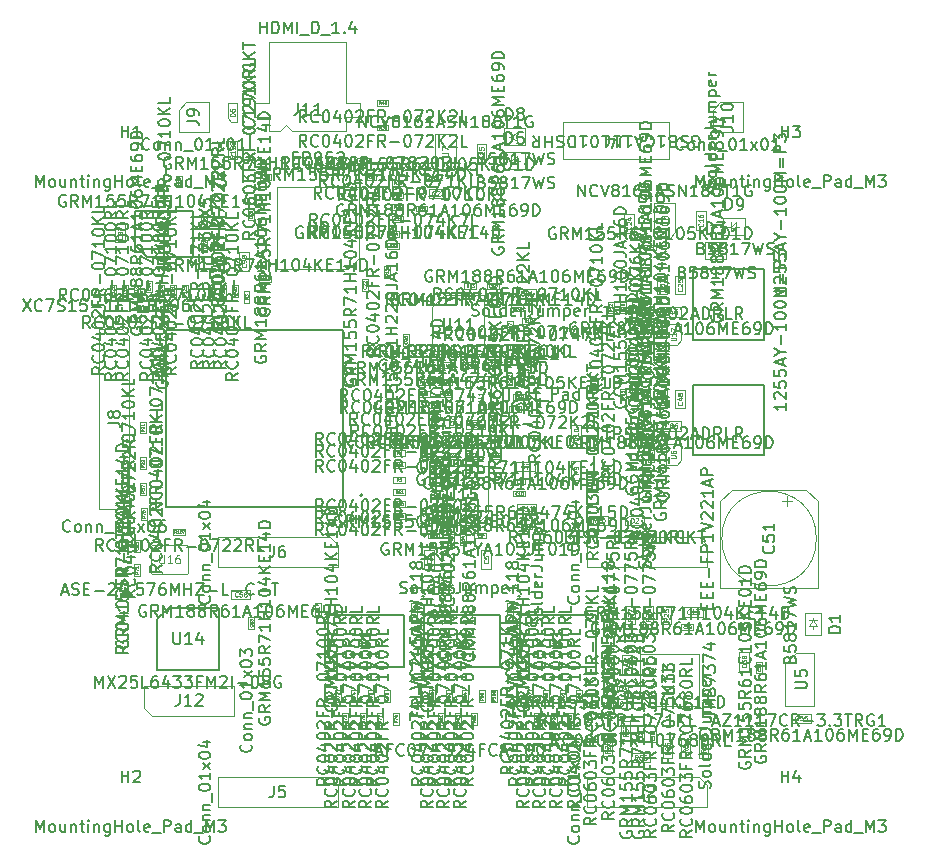
<source format=gbr>
%TF.GenerationSoftware,KiCad,Pcbnew,8.0.4*%
%TF.CreationDate,2024-11-18T22:27:40+01:00*%
%TF.ProjectId,hd_64_v0,68645f36-345f-4763-902e-6b696361645f,0.1*%
%TF.SameCoordinates,PX4737720PY55fe290*%
%TF.FileFunction,AssemblyDrawing,Top*%
%FSLAX46Y46*%
G04 Gerber Fmt 4.6, Leading zero omitted, Abs format (unit mm)*
G04 Created by KiCad (PCBNEW 8.0.4) date 2024-11-18 22:27:40*
%MOMM*%
%LPD*%
G01*
G04 APERTURE LIST*
%ADD10C,0.150000*%
%ADD11C,0.060000*%
%ADD12C,0.040000*%
%ADD13C,0.075000*%
%ADD14C,0.062500*%
%ADD15C,0.105000*%
%ADD16C,0.100000*%
%ADD17C,0.127000*%
%ADD18C,0.025400*%
%ADD19C,0.200000*%
G04 APERTURE END LIST*
D10*
X53361200Y53666048D02*
X53408819Y53808905D01*
X53408819Y53808905D02*
X53408819Y54047000D01*
X53408819Y54047000D02*
X53361200Y54142238D01*
X53361200Y54142238D02*
X53313580Y54189857D01*
X53313580Y54189857D02*
X53218342Y54237476D01*
X53218342Y54237476D02*
X53123104Y54237476D01*
X53123104Y54237476D02*
X53027866Y54189857D01*
X53027866Y54189857D02*
X52980247Y54142238D01*
X52980247Y54142238D02*
X52932628Y54047000D01*
X52932628Y54047000D02*
X52885009Y53856524D01*
X52885009Y53856524D02*
X52837390Y53761286D01*
X52837390Y53761286D02*
X52789771Y53713667D01*
X52789771Y53713667D02*
X52694533Y53666048D01*
X52694533Y53666048D02*
X52599295Y53666048D01*
X52599295Y53666048D02*
X52504057Y53713667D01*
X52504057Y53713667D02*
X52456438Y53761286D01*
X52456438Y53761286D02*
X52408819Y53856524D01*
X52408819Y53856524D02*
X52408819Y54094619D01*
X52408819Y54094619D02*
X52456438Y54237476D01*
X53408819Y54808905D02*
X53361200Y54713667D01*
X53361200Y54713667D02*
X53313580Y54666048D01*
X53313580Y54666048D02*
X53218342Y54618429D01*
X53218342Y54618429D02*
X52932628Y54618429D01*
X52932628Y54618429D02*
X52837390Y54666048D01*
X52837390Y54666048D02*
X52789771Y54713667D01*
X52789771Y54713667D02*
X52742152Y54808905D01*
X52742152Y54808905D02*
X52742152Y54951762D01*
X52742152Y54951762D02*
X52789771Y55047000D01*
X52789771Y55047000D02*
X52837390Y55094619D01*
X52837390Y55094619D02*
X52932628Y55142238D01*
X52932628Y55142238D02*
X53218342Y55142238D01*
X53218342Y55142238D02*
X53313580Y55094619D01*
X53313580Y55094619D02*
X53361200Y55047000D01*
X53361200Y55047000D02*
X53408819Y54951762D01*
X53408819Y54951762D02*
X53408819Y54808905D01*
X53408819Y55713667D02*
X53361200Y55618429D01*
X53361200Y55618429D02*
X53265961Y55570810D01*
X53265961Y55570810D02*
X52408819Y55570810D01*
X53408819Y56523191D02*
X52408819Y56523191D01*
X53361200Y56523191D02*
X53408819Y56427953D01*
X53408819Y56427953D02*
X53408819Y56237477D01*
X53408819Y56237477D02*
X53361200Y56142239D01*
X53361200Y56142239D02*
X53313580Y56094620D01*
X53313580Y56094620D02*
X53218342Y56047001D01*
X53218342Y56047001D02*
X52932628Y56047001D01*
X52932628Y56047001D02*
X52837390Y56094620D01*
X52837390Y56094620D02*
X52789771Y56142239D01*
X52789771Y56142239D02*
X52742152Y56237477D01*
X52742152Y56237477D02*
X52742152Y56427953D01*
X52742152Y56427953D02*
X52789771Y56523191D01*
X53361200Y57380334D02*
X53408819Y57285096D01*
X53408819Y57285096D02*
X53408819Y57094620D01*
X53408819Y57094620D02*
X53361200Y56999382D01*
X53361200Y56999382D02*
X53265961Y56951763D01*
X53265961Y56951763D02*
X52885009Y56951763D01*
X52885009Y56951763D02*
X52789771Y56999382D01*
X52789771Y56999382D02*
X52742152Y57094620D01*
X52742152Y57094620D02*
X52742152Y57285096D01*
X52742152Y57285096D02*
X52789771Y57380334D01*
X52789771Y57380334D02*
X52885009Y57427953D01*
X52885009Y57427953D02*
X52980247Y57427953D01*
X52980247Y57427953D02*
X53075485Y56951763D01*
X53408819Y57856525D02*
X52742152Y57856525D01*
X52932628Y57856525D02*
X52837390Y57904144D01*
X52837390Y57904144D02*
X52789771Y57951763D01*
X52789771Y57951763D02*
X52742152Y58047001D01*
X52742152Y58047001D02*
X52742152Y58142239D01*
X52408819Y58761287D02*
X53123104Y58761287D01*
X53123104Y58761287D02*
X53265961Y58713668D01*
X53265961Y58713668D02*
X53361200Y58618430D01*
X53361200Y58618430D02*
X53408819Y58475573D01*
X53408819Y58475573D02*
X53408819Y58380335D01*
X52742152Y59666049D02*
X53408819Y59666049D01*
X52742152Y59237478D02*
X53265961Y59237478D01*
X53265961Y59237478D02*
X53361200Y59285097D01*
X53361200Y59285097D02*
X53408819Y59380335D01*
X53408819Y59380335D02*
X53408819Y59523192D01*
X53408819Y59523192D02*
X53361200Y59618430D01*
X53361200Y59618430D02*
X53313580Y59666049D01*
X53408819Y60142240D02*
X52742152Y60142240D01*
X52837390Y60142240D02*
X52789771Y60189859D01*
X52789771Y60189859D02*
X52742152Y60285097D01*
X52742152Y60285097D02*
X52742152Y60427954D01*
X52742152Y60427954D02*
X52789771Y60523192D01*
X52789771Y60523192D02*
X52885009Y60570811D01*
X52885009Y60570811D02*
X53408819Y60570811D01*
X52885009Y60570811D02*
X52789771Y60618430D01*
X52789771Y60618430D02*
X52742152Y60713668D01*
X52742152Y60713668D02*
X52742152Y60856525D01*
X52742152Y60856525D02*
X52789771Y60951764D01*
X52789771Y60951764D02*
X52885009Y60999383D01*
X52885009Y60999383D02*
X53408819Y60999383D01*
X52742152Y61475573D02*
X53742152Y61475573D01*
X52789771Y61475573D02*
X52742152Y61570811D01*
X52742152Y61570811D02*
X52742152Y61761287D01*
X52742152Y61761287D02*
X52789771Y61856525D01*
X52789771Y61856525D02*
X52837390Y61904144D01*
X52837390Y61904144D02*
X52932628Y61951763D01*
X52932628Y61951763D02*
X53218342Y61951763D01*
X53218342Y61951763D02*
X53313580Y61904144D01*
X53313580Y61904144D02*
X53361200Y61856525D01*
X53361200Y61856525D02*
X53408819Y61761287D01*
X53408819Y61761287D02*
X53408819Y61570811D01*
X53408819Y61570811D02*
X53361200Y61475573D01*
X53361200Y62761287D02*
X53408819Y62666049D01*
X53408819Y62666049D02*
X53408819Y62475573D01*
X53408819Y62475573D02*
X53361200Y62380335D01*
X53361200Y62380335D02*
X53265961Y62332716D01*
X53265961Y62332716D02*
X52885009Y62332716D01*
X52885009Y62332716D02*
X52789771Y62380335D01*
X52789771Y62380335D02*
X52742152Y62475573D01*
X52742152Y62475573D02*
X52742152Y62666049D01*
X52742152Y62666049D02*
X52789771Y62761287D01*
X52789771Y62761287D02*
X52885009Y62808906D01*
X52885009Y62808906D02*
X52980247Y62808906D01*
X52980247Y62808906D02*
X53075485Y62332716D01*
X53408819Y63237478D02*
X52742152Y63237478D01*
X52932628Y63237478D02*
X52837390Y63285097D01*
X52837390Y63285097D02*
X52789771Y63332716D01*
X52789771Y63332716D02*
X52742152Y63427954D01*
X52742152Y63427954D02*
X52742152Y63523192D01*
X43347819Y7358810D02*
X42871628Y7025477D01*
X43347819Y6787382D02*
X42347819Y6787382D01*
X42347819Y6787382D02*
X42347819Y7168334D01*
X42347819Y7168334D02*
X42395438Y7263572D01*
X42395438Y7263572D02*
X42443057Y7311191D01*
X42443057Y7311191D02*
X42538295Y7358810D01*
X42538295Y7358810D02*
X42681152Y7358810D01*
X42681152Y7358810D02*
X42776390Y7311191D01*
X42776390Y7311191D02*
X42824009Y7263572D01*
X42824009Y7263572D02*
X42871628Y7168334D01*
X42871628Y7168334D02*
X42871628Y6787382D01*
X43252580Y8358810D02*
X43300200Y8311191D01*
X43300200Y8311191D02*
X43347819Y8168334D01*
X43347819Y8168334D02*
X43347819Y8073096D01*
X43347819Y8073096D02*
X43300200Y7930239D01*
X43300200Y7930239D02*
X43204961Y7835001D01*
X43204961Y7835001D02*
X43109723Y7787382D01*
X43109723Y7787382D02*
X42919247Y7739763D01*
X42919247Y7739763D02*
X42776390Y7739763D01*
X42776390Y7739763D02*
X42585914Y7787382D01*
X42585914Y7787382D02*
X42490676Y7835001D01*
X42490676Y7835001D02*
X42395438Y7930239D01*
X42395438Y7930239D02*
X42347819Y8073096D01*
X42347819Y8073096D02*
X42347819Y8168334D01*
X42347819Y8168334D02*
X42395438Y8311191D01*
X42395438Y8311191D02*
X42443057Y8358810D01*
X42347819Y8977858D02*
X42347819Y9073096D01*
X42347819Y9073096D02*
X42395438Y9168334D01*
X42395438Y9168334D02*
X42443057Y9215953D01*
X42443057Y9215953D02*
X42538295Y9263572D01*
X42538295Y9263572D02*
X42728771Y9311191D01*
X42728771Y9311191D02*
X42966866Y9311191D01*
X42966866Y9311191D02*
X43157342Y9263572D01*
X43157342Y9263572D02*
X43252580Y9215953D01*
X43252580Y9215953D02*
X43300200Y9168334D01*
X43300200Y9168334D02*
X43347819Y9073096D01*
X43347819Y9073096D02*
X43347819Y8977858D01*
X43347819Y8977858D02*
X43300200Y8882620D01*
X43300200Y8882620D02*
X43252580Y8835001D01*
X43252580Y8835001D02*
X43157342Y8787382D01*
X43157342Y8787382D02*
X42966866Y8739763D01*
X42966866Y8739763D02*
X42728771Y8739763D01*
X42728771Y8739763D02*
X42538295Y8787382D01*
X42538295Y8787382D02*
X42443057Y8835001D01*
X42443057Y8835001D02*
X42395438Y8882620D01*
X42395438Y8882620D02*
X42347819Y8977858D01*
X42347819Y10168334D02*
X42347819Y9977858D01*
X42347819Y9977858D02*
X42395438Y9882620D01*
X42395438Y9882620D02*
X42443057Y9835001D01*
X42443057Y9835001D02*
X42585914Y9739763D01*
X42585914Y9739763D02*
X42776390Y9692144D01*
X42776390Y9692144D02*
X43157342Y9692144D01*
X43157342Y9692144D02*
X43252580Y9739763D01*
X43252580Y9739763D02*
X43300200Y9787382D01*
X43300200Y9787382D02*
X43347819Y9882620D01*
X43347819Y9882620D02*
X43347819Y10073096D01*
X43347819Y10073096D02*
X43300200Y10168334D01*
X43300200Y10168334D02*
X43252580Y10215953D01*
X43252580Y10215953D02*
X43157342Y10263572D01*
X43157342Y10263572D02*
X42919247Y10263572D01*
X42919247Y10263572D02*
X42824009Y10215953D01*
X42824009Y10215953D02*
X42776390Y10168334D01*
X42776390Y10168334D02*
X42728771Y10073096D01*
X42728771Y10073096D02*
X42728771Y9882620D01*
X42728771Y9882620D02*
X42776390Y9787382D01*
X42776390Y9787382D02*
X42824009Y9739763D01*
X42824009Y9739763D02*
X42919247Y9692144D01*
X42347819Y10882620D02*
X42347819Y10977858D01*
X42347819Y10977858D02*
X42395438Y11073096D01*
X42395438Y11073096D02*
X42443057Y11120715D01*
X42443057Y11120715D02*
X42538295Y11168334D01*
X42538295Y11168334D02*
X42728771Y11215953D01*
X42728771Y11215953D02*
X42966866Y11215953D01*
X42966866Y11215953D02*
X43157342Y11168334D01*
X43157342Y11168334D02*
X43252580Y11120715D01*
X43252580Y11120715D02*
X43300200Y11073096D01*
X43300200Y11073096D02*
X43347819Y10977858D01*
X43347819Y10977858D02*
X43347819Y10882620D01*
X43347819Y10882620D02*
X43300200Y10787382D01*
X43300200Y10787382D02*
X43252580Y10739763D01*
X43252580Y10739763D02*
X43157342Y10692144D01*
X43157342Y10692144D02*
X42966866Y10644525D01*
X42966866Y10644525D02*
X42728771Y10644525D01*
X42728771Y10644525D02*
X42538295Y10692144D01*
X42538295Y10692144D02*
X42443057Y10739763D01*
X42443057Y10739763D02*
X42395438Y10787382D01*
X42395438Y10787382D02*
X42347819Y10882620D01*
X42347819Y11549287D02*
X42347819Y12168334D01*
X42347819Y12168334D02*
X42728771Y11835001D01*
X42728771Y11835001D02*
X42728771Y11977858D01*
X42728771Y11977858D02*
X42776390Y12073096D01*
X42776390Y12073096D02*
X42824009Y12120715D01*
X42824009Y12120715D02*
X42919247Y12168334D01*
X42919247Y12168334D02*
X43157342Y12168334D01*
X43157342Y12168334D02*
X43252580Y12120715D01*
X43252580Y12120715D02*
X43300200Y12073096D01*
X43300200Y12073096D02*
X43347819Y11977858D01*
X43347819Y11977858D02*
X43347819Y11692144D01*
X43347819Y11692144D02*
X43300200Y11596906D01*
X43300200Y11596906D02*
X43252580Y11549287D01*
X42824009Y12930239D02*
X42824009Y12596906D01*
X43347819Y12596906D02*
X42347819Y12596906D01*
X42347819Y12596906D02*
X42347819Y13073096D01*
X43347819Y14025477D02*
X42871628Y13692144D01*
X43347819Y13454049D02*
X42347819Y13454049D01*
X42347819Y13454049D02*
X42347819Y13835001D01*
X42347819Y13835001D02*
X42395438Y13930239D01*
X42395438Y13930239D02*
X42443057Y13977858D01*
X42443057Y13977858D02*
X42538295Y14025477D01*
X42538295Y14025477D02*
X42681152Y14025477D01*
X42681152Y14025477D02*
X42776390Y13977858D01*
X42776390Y13977858D02*
X42824009Y13930239D01*
X42824009Y13930239D02*
X42871628Y13835001D01*
X42871628Y13835001D02*
X42871628Y13454049D01*
X42966866Y14454049D02*
X42966866Y15215953D01*
X42347819Y15882620D02*
X42347819Y15977858D01*
X42347819Y15977858D02*
X42395438Y16073096D01*
X42395438Y16073096D02*
X42443057Y16120715D01*
X42443057Y16120715D02*
X42538295Y16168334D01*
X42538295Y16168334D02*
X42728771Y16215953D01*
X42728771Y16215953D02*
X42966866Y16215953D01*
X42966866Y16215953D02*
X43157342Y16168334D01*
X43157342Y16168334D02*
X43252580Y16120715D01*
X43252580Y16120715D02*
X43300200Y16073096D01*
X43300200Y16073096D02*
X43347819Y15977858D01*
X43347819Y15977858D02*
X43347819Y15882620D01*
X43347819Y15882620D02*
X43300200Y15787382D01*
X43300200Y15787382D02*
X43252580Y15739763D01*
X43252580Y15739763D02*
X43157342Y15692144D01*
X43157342Y15692144D02*
X42966866Y15644525D01*
X42966866Y15644525D02*
X42728771Y15644525D01*
X42728771Y15644525D02*
X42538295Y15692144D01*
X42538295Y15692144D02*
X42443057Y15739763D01*
X42443057Y15739763D02*
X42395438Y15787382D01*
X42395438Y15787382D02*
X42347819Y15882620D01*
X42347819Y16549287D02*
X42347819Y17215953D01*
X42347819Y17215953D02*
X43347819Y16787382D01*
X43347819Y18120715D02*
X43347819Y17549287D01*
X43347819Y17835001D02*
X42347819Y17835001D01*
X42347819Y17835001D02*
X42490676Y17739763D01*
X42490676Y17739763D02*
X42585914Y17644525D01*
X42585914Y17644525D02*
X42633533Y17549287D01*
X43347819Y18549287D02*
X42347819Y18549287D01*
X43347819Y19120715D02*
X42776390Y18692144D01*
X42347819Y19120715D02*
X42919247Y18549287D01*
X43347819Y20025477D02*
X43347819Y19549287D01*
X43347819Y19549287D02*
X42347819Y19549287D01*
D11*
X44504927Y13077858D02*
X44314451Y12944525D01*
X44504927Y12849287D02*
X44104927Y12849287D01*
X44104927Y12849287D02*
X44104927Y13001668D01*
X44104927Y13001668D02*
X44123975Y13039763D01*
X44123975Y13039763D02*
X44143022Y13058810D01*
X44143022Y13058810D02*
X44181118Y13077858D01*
X44181118Y13077858D02*
X44238260Y13077858D01*
X44238260Y13077858D02*
X44276356Y13058810D01*
X44276356Y13058810D02*
X44295403Y13039763D01*
X44295403Y13039763D02*
X44314451Y13001668D01*
X44314451Y13001668D02*
X44314451Y12849287D01*
X44104927Y13420715D02*
X44104927Y13344525D01*
X44104927Y13344525D02*
X44123975Y13306429D01*
X44123975Y13306429D02*
X44143022Y13287382D01*
X44143022Y13287382D02*
X44200165Y13249287D01*
X44200165Y13249287D02*
X44276356Y13230239D01*
X44276356Y13230239D02*
X44428737Y13230239D01*
X44428737Y13230239D02*
X44466832Y13249287D01*
X44466832Y13249287D02*
X44485880Y13268334D01*
X44485880Y13268334D02*
X44504927Y13306429D01*
X44504927Y13306429D02*
X44504927Y13382620D01*
X44504927Y13382620D02*
X44485880Y13420715D01*
X44485880Y13420715D02*
X44466832Y13439763D01*
X44466832Y13439763D02*
X44428737Y13458810D01*
X44428737Y13458810D02*
X44333499Y13458810D01*
X44333499Y13458810D02*
X44295403Y13439763D01*
X44295403Y13439763D02*
X44276356Y13420715D01*
X44276356Y13420715D02*
X44257308Y13382620D01*
X44257308Y13382620D02*
X44257308Y13306429D01*
X44257308Y13306429D02*
X44276356Y13268334D01*
X44276356Y13268334D02*
X44295403Y13249287D01*
X44295403Y13249287D02*
X44333499Y13230239D01*
X44276356Y13687381D02*
X44257308Y13649286D01*
X44257308Y13649286D02*
X44238260Y13630239D01*
X44238260Y13630239D02*
X44200165Y13611191D01*
X44200165Y13611191D02*
X44181118Y13611191D01*
X44181118Y13611191D02*
X44143022Y13630239D01*
X44143022Y13630239D02*
X44123975Y13649286D01*
X44123975Y13649286D02*
X44104927Y13687381D01*
X44104927Y13687381D02*
X44104927Y13763572D01*
X44104927Y13763572D02*
X44123975Y13801667D01*
X44123975Y13801667D02*
X44143022Y13820715D01*
X44143022Y13820715D02*
X44181118Y13839762D01*
X44181118Y13839762D02*
X44200165Y13839762D01*
X44200165Y13839762D02*
X44238260Y13820715D01*
X44238260Y13820715D02*
X44257308Y13801667D01*
X44257308Y13801667D02*
X44276356Y13763572D01*
X44276356Y13763572D02*
X44276356Y13687381D01*
X44276356Y13687381D02*
X44295403Y13649286D01*
X44295403Y13649286D02*
X44314451Y13630239D01*
X44314451Y13630239D02*
X44352546Y13611191D01*
X44352546Y13611191D02*
X44428737Y13611191D01*
X44428737Y13611191D02*
X44466832Y13630239D01*
X44466832Y13630239D02*
X44485880Y13649286D01*
X44485880Y13649286D02*
X44504927Y13687381D01*
X44504927Y13687381D02*
X44504927Y13763572D01*
X44504927Y13763572D02*
X44485880Y13801667D01*
X44485880Y13801667D02*
X44466832Y13820715D01*
X44466832Y13820715D02*
X44428737Y13839762D01*
X44428737Y13839762D02*
X44352546Y13839762D01*
X44352546Y13839762D02*
X44314451Y13820715D01*
X44314451Y13820715D02*
X44295403Y13801667D01*
X44295403Y13801667D02*
X44276356Y13763572D01*
D10*
X44871819Y7358810D02*
X44395628Y7025477D01*
X44871819Y6787382D02*
X43871819Y6787382D01*
X43871819Y6787382D02*
X43871819Y7168334D01*
X43871819Y7168334D02*
X43919438Y7263572D01*
X43919438Y7263572D02*
X43967057Y7311191D01*
X43967057Y7311191D02*
X44062295Y7358810D01*
X44062295Y7358810D02*
X44205152Y7358810D01*
X44205152Y7358810D02*
X44300390Y7311191D01*
X44300390Y7311191D02*
X44348009Y7263572D01*
X44348009Y7263572D02*
X44395628Y7168334D01*
X44395628Y7168334D02*
X44395628Y6787382D01*
X44776580Y8358810D02*
X44824200Y8311191D01*
X44824200Y8311191D02*
X44871819Y8168334D01*
X44871819Y8168334D02*
X44871819Y8073096D01*
X44871819Y8073096D02*
X44824200Y7930239D01*
X44824200Y7930239D02*
X44728961Y7835001D01*
X44728961Y7835001D02*
X44633723Y7787382D01*
X44633723Y7787382D02*
X44443247Y7739763D01*
X44443247Y7739763D02*
X44300390Y7739763D01*
X44300390Y7739763D02*
X44109914Y7787382D01*
X44109914Y7787382D02*
X44014676Y7835001D01*
X44014676Y7835001D02*
X43919438Y7930239D01*
X43919438Y7930239D02*
X43871819Y8073096D01*
X43871819Y8073096D02*
X43871819Y8168334D01*
X43871819Y8168334D02*
X43919438Y8311191D01*
X43919438Y8311191D02*
X43967057Y8358810D01*
X43871819Y8977858D02*
X43871819Y9073096D01*
X43871819Y9073096D02*
X43919438Y9168334D01*
X43919438Y9168334D02*
X43967057Y9215953D01*
X43967057Y9215953D02*
X44062295Y9263572D01*
X44062295Y9263572D02*
X44252771Y9311191D01*
X44252771Y9311191D02*
X44490866Y9311191D01*
X44490866Y9311191D02*
X44681342Y9263572D01*
X44681342Y9263572D02*
X44776580Y9215953D01*
X44776580Y9215953D02*
X44824200Y9168334D01*
X44824200Y9168334D02*
X44871819Y9073096D01*
X44871819Y9073096D02*
X44871819Y8977858D01*
X44871819Y8977858D02*
X44824200Y8882620D01*
X44824200Y8882620D02*
X44776580Y8835001D01*
X44776580Y8835001D02*
X44681342Y8787382D01*
X44681342Y8787382D02*
X44490866Y8739763D01*
X44490866Y8739763D02*
X44252771Y8739763D01*
X44252771Y8739763D02*
X44062295Y8787382D01*
X44062295Y8787382D02*
X43967057Y8835001D01*
X43967057Y8835001D02*
X43919438Y8882620D01*
X43919438Y8882620D02*
X43871819Y8977858D01*
X43871819Y10168334D02*
X43871819Y9977858D01*
X43871819Y9977858D02*
X43919438Y9882620D01*
X43919438Y9882620D02*
X43967057Y9835001D01*
X43967057Y9835001D02*
X44109914Y9739763D01*
X44109914Y9739763D02*
X44300390Y9692144D01*
X44300390Y9692144D02*
X44681342Y9692144D01*
X44681342Y9692144D02*
X44776580Y9739763D01*
X44776580Y9739763D02*
X44824200Y9787382D01*
X44824200Y9787382D02*
X44871819Y9882620D01*
X44871819Y9882620D02*
X44871819Y10073096D01*
X44871819Y10073096D02*
X44824200Y10168334D01*
X44824200Y10168334D02*
X44776580Y10215953D01*
X44776580Y10215953D02*
X44681342Y10263572D01*
X44681342Y10263572D02*
X44443247Y10263572D01*
X44443247Y10263572D02*
X44348009Y10215953D01*
X44348009Y10215953D02*
X44300390Y10168334D01*
X44300390Y10168334D02*
X44252771Y10073096D01*
X44252771Y10073096D02*
X44252771Y9882620D01*
X44252771Y9882620D02*
X44300390Y9787382D01*
X44300390Y9787382D02*
X44348009Y9739763D01*
X44348009Y9739763D02*
X44443247Y9692144D01*
X43871819Y10882620D02*
X43871819Y10977858D01*
X43871819Y10977858D02*
X43919438Y11073096D01*
X43919438Y11073096D02*
X43967057Y11120715D01*
X43967057Y11120715D02*
X44062295Y11168334D01*
X44062295Y11168334D02*
X44252771Y11215953D01*
X44252771Y11215953D02*
X44490866Y11215953D01*
X44490866Y11215953D02*
X44681342Y11168334D01*
X44681342Y11168334D02*
X44776580Y11120715D01*
X44776580Y11120715D02*
X44824200Y11073096D01*
X44824200Y11073096D02*
X44871819Y10977858D01*
X44871819Y10977858D02*
X44871819Y10882620D01*
X44871819Y10882620D02*
X44824200Y10787382D01*
X44824200Y10787382D02*
X44776580Y10739763D01*
X44776580Y10739763D02*
X44681342Y10692144D01*
X44681342Y10692144D02*
X44490866Y10644525D01*
X44490866Y10644525D02*
X44252771Y10644525D01*
X44252771Y10644525D02*
X44062295Y10692144D01*
X44062295Y10692144D02*
X43967057Y10739763D01*
X43967057Y10739763D02*
X43919438Y10787382D01*
X43919438Y10787382D02*
X43871819Y10882620D01*
X43871819Y11549287D02*
X43871819Y12168334D01*
X43871819Y12168334D02*
X44252771Y11835001D01*
X44252771Y11835001D02*
X44252771Y11977858D01*
X44252771Y11977858D02*
X44300390Y12073096D01*
X44300390Y12073096D02*
X44348009Y12120715D01*
X44348009Y12120715D02*
X44443247Y12168334D01*
X44443247Y12168334D02*
X44681342Y12168334D01*
X44681342Y12168334D02*
X44776580Y12120715D01*
X44776580Y12120715D02*
X44824200Y12073096D01*
X44824200Y12073096D02*
X44871819Y11977858D01*
X44871819Y11977858D02*
X44871819Y11692144D01*
X44871819Y11692144D02*
X44824200Y11596906D01*
X44824200Y11596906D02*
X44776580Y11549287D01*
X44348009Y12930239D02*
X44348009Y12596906D01*
X44871819Y12596906D02*
X43871819Y12596906D01*
X43871819Y12596906D02*
X43871819Y13073096D01*
X44871819Y14025477D02*
X44395628Y13692144D01*
X44871819Y13454049D02*
X43871819Y13454049D01*
X43871819Y13454049D02*
X43871819Y13835001D01*
X43871819Y13835001D02*
X43919438Y13930239D01*
X43919438Y13930239D02*
X43967057Y13977858D01*
X43967057Y13977858D02*
X44062295Y14025477D01*
X44062295Y14025477D02*
X44205152Y14025477D01*
X44205152Y14025477D02*
X44300390Y13977858D01*
X44300390Y13977858D02*
X44348009Y13930239D01*
X44348009Y13930239D02*
X44395628Y13835001D01*
X44395628Y13835001D02*
X44395628Y13454049D01*
X44490866Y14454049D02*
X44490866Y15215953D01*
X43871819Y15882620D02*
X43871819Y15977858D01*
X43871819Y15977858D02*
X43919438Y16073096D01*
X43919438Y16073096D02*
X43967057Y16120715D01*
X43967057Y16120715D02*
X44062295Y16168334D01*
X44062295Y16168334D02*
X44252771Y16215953D01*
X44252771Y16215953D02*
X44490866Y16215953D01*
X44490866Y16215953D02*
X44681342Y16168334D01*
X44681342Y16168334D02*
X44776580Y16120715D01*
X44776580Y16120715D02*
X44824200Y16073096D01*
X44824200Y16073096D02*
X44871819Y15977858D01*
X44871819Y15977858D02*
X44871819Y15882620D01*
X44871819Y15882620D02*
X44824200Y15787382D01*
X44824200Y15787382D02*
X44776580Y15739763D01*
X44776580Y15739763D02*
X44681342Y15692144D01*
X44681342Y15692144D02*
X44490866Y15644525D01*
X44490866Y15644525D02*
X44252771Y15644525D01*
X44252771Y15644525D02*
X44062295Y15692144D01*
X44062295Y15692144D02*
X43967057Y15739763D01*
X43967057Y15739763D02*
X43919438Y15787382D01*
X43919438Y15787382D02*
X43871819Y15882620D01*
X43871819Y16549287D02*
X43871819Y17215953D01*
X43871819Y17215953D02*
X44871819Y16787382D01*
X44871819Y18120715D02*
X44871819Y17549287D01*
X44871819Y17835001D02*
X43871819Y17835001D01*
X43871819Y17835001D02*
X44014676Y17739763D01*
X44014676Y17739763D02*
X44109914Y17644525D01*
X44109914Y17644525D02*
X44157533Y17549287D01*
X44871819Y18549287D02*
X43871819Y18549287D01*
X44871819Y19120715D02*
X44300390Y18692144D01*
X43871819Y19120715D02*
X44443247Y18549287D01*
X44871819Y20025477D02*
X44871819Y19549287D01*
X44871819Y19549287D02*
X43871819Y19549287D01*
D11*
X46028927Y13077858D02*
X45838451Y12944525D01*
X46028927Y12849287D02*
X45628927Y12849287D01*
X45628927Y12849287D02*
X45628927Y13001668D01*
X45628927Y13001668D02*
X45647975Y13039763D01*
X45647975Y13039763D02*
X45667022Y13058810D01*
X45667022Y13058810D02*
X45705118Y13077858D01*
X45705118Y13077858D02*
X45762260Y13077858D01*
X45762260Y13077858D02*
X45800356Y13058810D01*
X45800356Y13058810D02*
X45819403Y13039763D01*
X45819403Y13039763D02*
X45838451Y13001668D01*
X45838451Y13001668D02*
X45838451Y12849287D01*
X45628927Y13420715D02*
X45628927Y13344525D01*
X45628927Y13344525D02*
X45647975Y13306429D01*
X45647975Y13306429D02*
X45667022Y13287382D01*
X45667022Y13287382D02*
X45724165Y13249287D01*
X45724165Y13249287D02*
X45800356Y13230239D01*
X45800356Y13230239D02*
X45952737Y13230239D01*
X45952737Y13230239D02*
X45990832Y13249287D01*
X45990832Y13249287D02*
X46009880Y13268334D01*
X46009880Y13268334D02*
X46028927Y13306429D01*
X46028927Y13306429D02*
X46028927Y13382620D01*
X46028927Y13382620D02*
X46009880Y13420715D01*
X46009880Y13420715D02*
X45990832Y13439763D01*
X45990832Y13439763D02*
X45952737Y13458810D01*
X45952737Y13458810D02*
X45857499Y13458810D01*
X45857499Y13458810D02*
X45819403Y13439763D01*
X45819403Y13439763D02*
X45800356Y13420715D01*
X45800356Y13420715D02*
X45781308Y13382620D01*
X45781308Y13382620D02*
X45781308Y13306429D01*
X45781308Y13306429D02*
X45800356Y13268334D01*
X45800356Y13268334D02*
X45819403Y13249287D01*
X45819403Y13249287D02*
X45857499Y13230239D01*
X45762260Y13801667D02*
X46028927Y13801667D01*
X45609880Y13706429D02*
X45895594Y13611191D01*
X45895594Y13611191D02*
X45895594Y13858810D01*
D10*
X38981809Y8148181D02*
X38648476Y8624372D01*
X38410381Y8148181D02*
X38410381Y9148181D01*
X38410381Y9148181D02*
X38791333Y9148181D01*
X38791333Y9148181D02*
X38886571Y9100562D01*
X38886571Y9100562D02*
X38934190Y9052943D01*
X38934190Y9052943D02*
X38981809Y8957705D01*
X38981809Y8957705D02*
X38981809Y8814848D01*
X38981809Y8814848D02*
X38934190Y8719610D01*
X38934190Y8719610D02*
X38886571Y8671991D01*
X38886571Y8671991D02*
X38791333Y8624372D01*
X38791333Y8624372D02*
X38410381Y8624372D01*
X39981809Y8243420D02*
X39934190Y8195800D01*
X39934190Y8195800D02*
X39791333Y8148181D01*
X39791333Y8148181D02*
X39696095Y8148181D01*
X39696095Y8148181D02*
X39553238Y8195800D01*
X39553238Y8195800D02*
X39458000Y8291039D01*
X39458000Y8291039D02*
X39410381Y8386277D01*
X39410381Y8386277D02*
X39362762Y8576753D01*
X39362762Y8576753D02*
X39362762Y8719610D01*
X39362762Y8719610D02*
X39410381Y8910086D01*
X39410381Y8910086D02*
X39458000Y9005324D01*
X39458000Y9005324D02*
X39553238Y9100562D01*
X39553238Y9100562D02*
X39696095Y9148181D01*
X39696095Y9148181D02*
X39791333Y9148181D01*
X39791333Y9148181D02*
X39934190Y9100562D01*
X39934190Y9100562D02*
X39981809Y9052943D01*
X40600857Y9148181D02*
X40696095Y9148181D01*
X40696095Y9148181D02*
X40791333Y9100562D01*
X40791333Y9100562D02*
X40838952Y9052943D01*
X40838952Y9052943D02*
X40886571Y8957705D01*
X40886571Y8957705D02*
X40934190Y8767229D01*
X40934190Y8767229D02*
X40934190Y8529134D01*
X40934190Y8529134D02*
X40886571Y8338658D01*
X40886571Y8338658D02*
X40838952Y8243420D01*
X40838952Y8243420D02*
X40791333Y8195800D01*
X40791333Y8195800D02*
X40696095Y8148181D01*
X40696095Y8148181D02*
X40600857Y8148181D01*
X40600857Y8148181D02*
X40505619Y8195800D01*
X40505619Y8195800D02*
X40458000Y8243420D01*
X40458000Y8243420D02*
X40410381Y8338658D01*
X40410381Y8338658D02*
X40362762Y8529134D01*
X40362762Y8529134D02*
X40362762Y8767229D01*
X40362762Y8767229D02*
X40410381Y8957705D01*
X40410381Y8957705D02*
X40458000Y9052943D01*
X40458000Y9052943D02*
X40505619Y9100562D01*
X40505619Y9100562D02*
X40600857Y9148181D01*
X41791333Y9148181D02*
X41600857Y9148181D01*
X41600857Y9148181D02*
X41505619Y9100562D01*
X41505619Y9100562D02*
X41458000Y9052943D01*
X41458000Y9052943D02*
X41362762Y8910086D01*
X41362762Y8910086D02*
X41315143Y8719610D01*
X41315143Y8719610D02*
X41315143Y8338658D01*
X41315143Y8338658D02*
X41362762Y8243420D01*
X41362762Y8243420D02*
X41410381Y8195800D01*
X41410381Y8195800D02*
X41505619Y8148181D01*
X41505619Y8148181D02*
X41696095Y8148181D01*
X41696095Y8148181D02*
X41791333Y8195800D01*
X41791333Y8195800D02*
X41838952Y8243420D01*
X41838952Y8243420D02*
X41886571Y8338658D01*
X41886571Y8338658D02*
X41886571Y8576753D01*
X41886571Y8576753D02*
X41838952Y8671991D01*
X41838952Y8671991D02*
X41791333Y8719610D01*
X41791333Y8719610D02*
X41696095Y8767229D01*
X41696095Y8767229D02*
X41505619Y8767229D01*
X41505619Y8767229D02*
X41410381Y8719610D01*
X41410381Y8719610D02*
X41362762Y8671991D01*
X41362762Y8671991D02*
X41315143Y8576753D01*
X42505619Y9148181D02*
X42600857Y9148181D01*
X42600857Y9148181D02*
X42696095Y9100562D01*
X42696095Y9100562D02*
X42743714Y9052943D01*
X42743714Y9052943D02*
X42791333Y8957705D01*
X42791333Y8957705D02*
X42838952Y8767229D01*
X42838952Y8767229D02*
X42838952Y8529134D01*
X42838952Y8529134D02*
X42791333Y8338658D01*
X42791333Y8338658D02*
X42743714Y8243420D01*
X42743714Y8243420D02*
X42696095Y8195800D01*
X42696095Y8195800D02*
X42600857Y8148181D01*
X42600857Y8148181D02*
X42505619Y8148181D01*
X42505619Y8148181D02*
X42410381Y8195800D01*
X42410381Y8195800D02*
X42362762Y8243420D01*
X42362762Y8243420D02*
X42315143Y8338658D01*
X42315143Y8338658D02*
X42267524Y8529134D01*
X42267524Y8529134D02*
X42267524Y8767229D01*
X42267524Y8767229D02*
X42315143Y8957705D01*
X42315143Y8957705D02*
X42362762Y9052943D01*
X42362762Y9052943D02*
X42410381Y9100562D01*
X42410381Y9100562D02*
X42505619Y9148181D01*
X43172286Y9148181D02*
X43791333Y9148181D01*
X43791333Y9148181D02*
X43458000Y8767229D01*
X43458000Y8767229D02*
X43600857Y8767229D01*
X43600857Y8767229D02*
X43696095Y8719610D01*
X43696095Y8719610D02*
X43743714Y8671991D01*
X43743714Y8671991D02*
X43791333Y8576753D01*
X43791333Y8576753D02*
X43791333Y8338658D01*
X43791333Y8338658D02*
X43743714Y8243420D01*
X43743714Y8243420D02*
X43696095Y8195800D01*
X43696095Y8195800D02*
X43600857Y8148181D01*
X43600857Y8148181D02*
X43315143Y8148181D01*
X43315143Y8148181D02*
X43219905Y8195800D01*
X43219905Y8195800D02*
X43172286Y8243420D01*
X44553238Y8671991D02*
X44219905Y8671991D01*
X44219905Y8148181D02*
X44219905Y9148181D01*
X44219905Y9148181D02*
X44696095Y9148181D01*
X45648476Y8148181D02*
X45315143Y8624372D01*
X45077048Y8148181D02*
X45077048Y9148181D01*
X45077048Y9148181D02*
X45458000Y9148181D01*
X45458000Y9148181D02*
X45553238Y9100562D01*
X45553238Y9100562D02*
X45600857Y9052943D01*
X45600857Y9052943D02*
X45648476Y8957705D01*
X45648476Y8957705D02*
X45648476Y8814848D01*
X45648476Y8814848D02*
X45600857Y8719610D01*
X45600857Y8719610D02*
X45553238Y8671991D01*
X45553238Y8671991D02*
X45458000Y8624372D01*
X45458000Y8624372D02*
X45077048Y8624372D01*
X46077048Y8529134D02*
X46838953Y8529134D01*
X47505619Y9148181D02*
X47600857Y9148181D01*
X47600857Y9148181D02*
X47696095Y9100562D01*
X47696095Y9100562D02*
X47743714Y9052943D01*
X47743714Y9052943D02*
X47791333Y8957705D01*
X47791333Y8957705D02*
X47838952Y8767229D01*
X47838952Y8767229D02*
X47838952Y8529134D01*
X47838952Y8529134D02*
X47791333Y8338658D01*
X47791333Y8338658D02*
X47743714Y8243420D01*
X47743714Y8243420D02*
X47696095Y8195800D01*
X47696095Y8195800D02*
X47600857Y8148181D01*
X47600857Y8148181D02*
X47505619Y8148181D01*
X47505619Y8148181D02*
X47410381Y8195800D01*
X47410381Y8195800D02*
X47362762Y8243420D01*
X47362762Y8243420D02*
X47315143Y8338658D01*
X47315143Y8338658D02*
X47267524Y8529134D01*
X47267524Y8529134D02*
X47267524Y8767229D01*
X47267524Y8767229D02*
X47315143Y8957705D01*
X47315143Y8957705D02*
X47362762Y9052943D01*
X47362762Y9052943D02*
X47410381Y9100562D01*
X47410381Y9100562D02*
X47505619Y9148181D01*
X48172286Y9148181D02*
X48838952Y9148181D01*
X48838952Y9148181D02*
X48410381Y8148181D01*
X49743714Y8148181D02*
X49172286Y8148181D01*
X49458000Y8148181D02*
X49458000Y9148181D01*
X49458000Y9148181D02*
X49362762Y9005324D01*
X49362762Y9005324D02*
X49267524Y8910086D01*
X49267524Y8910086D02*
X49172286Y8862467D01*
X50172286Y8148181D02*
X50172286Y9148181D01*
X50743714Y8148181D02*
X50315143Y8719610D01*
X50743714Y9148181D02*
X50172286Y8576753D01*
X51648476Y8148181D02*
X51172286Y8148181D01*
X51172286Y8148181D02*
X51172286Y9148181D01*
D11*
X44700857Y9851073D02*
X44567524Y10041549D01*
X44472286Y9851073D02*
X44472286Y10251073D01*
X44472286Y10251073D02*
X44624667Y10251073D01*
X44624667Y10251073D02*
X44662762Y10232025D01*
X44662762Y10232025D02*
X44681809Y10212978D01*
X44681809Y10212978D02*
X44700857Y10174882D01*
X44700857Y10174882D02*
X44700857Y10117740D01*
X44700857Y10117740D02*
X44681809Y10079644D01*
X44681809Y10079644D02*
X44662762Y10060597D01*
X44662762Y10060597D02*
X44624667Y10041549D01*
X44624667Y10041549D02*
X44472286Y10041549D01*
X45081809Y9851073D02*
X44853238Y9851073D01*
X44967524Y9851073D02*
X44967524Y10251073D01*
X44967524Y10251073D02*
X44929428Y10193930D01*
X44929428Y10193930D02*
X44891333Y10155835D01*
X44891333Y10155835D02*
X44853238Y10136787D01*
X45424666Y10251073D02*
X45348476Y10251073D01*
X45348476Y10251073D02*
X45310380Y10232025D01*
X45310380Y10232025D02*
X45291333Y10212978D01*
X45291333Y10212978D02*
X45253238Y10155835D01*
X45253238Y10155835D02*
X45234190Y10079644D01*
X45234190Y10079644D02*
X45234190Y9927263D01*
X45234190Y9927263D02*
X45253238Y9889168D01*
X45253238Y9889168D02*
X45272285Y9870120D01*
X45272285Y9870120D02*
X45310380Y9851073D01*
X45310380Y9851073D02*
X45386571Y9851073D01*
X45386571Y9851073D02*
X45424666Y9870120D01*
X45424666Y9870120D02*
X45443714Y9889168D01*
X45443714Y9889168D02*
X45462761Y9927263D01*
X45462761Y9927263D02*
X45462761Y10022501D01*
X45462761Y10022501D02*
X45443714Y10060597D01*
X45443714Y10060597D02*
X45424666Y10079644D01*
X45424666Y10079644D02*
X45386571Y10098692D01*
X45386571Y10098692D02*
X45310380Y10098692D01*
X45310380Y10098692D02*
X45272285Y10079644D01*
X45272285Y10079644D02*
X45253238Y10060597D01*
X45253238Y10060597D02*
X45234190Y10022501D01*
D10*
X3856438Y41846191D02*
X3808819Y41750953D01*
X3808819Y41750953D02*
X3808819Y41608096D01*
X3808819Y41608096D02*
X3856438Y41465239D01*
X3856438Y41465239D02*
X3951676Y41370001D01*
X3951676Y41370001D02*
X4046914Y41322382D01*
X4046914Y41322382D02*
X4237390Y41274763D01*
X4237390Y41274763D02*
X4380247Y41274763D01*
X4380247Y41274763D02*
X4570723Y41322382D01*
X4570723Y41322382D02*
X4665961Y41370001D01*
X4665961Y41370001D02*
X4761200Y41465239D01*
X4761200Y41465239D02*
X4808819Y41608096D01*
X4808819Y41608096D02*
X4808819Y41703334D01*
X4808819Y41703334D02*
X4761200Y41846191D01*
X4761200Y41846191D02*
X4713580Y41893810D01*
X4713580Y41893810D02*
X4380247Y41893810D01*
X4380247Y41893810D02*
X4380247Y41703334D01*
X4808819Y42893810D02*
X4332628Y42560477D01*
X4808819Y42322382D02*
X3808819Y42322382D01*
X3808819Y42322382D02*
X3808819Y42703334D01*
X3808819Y42703334D02*
X3856438Y42798572D01*
X3856438Y42798572D02*
X3904057Y42846191D01*
X3904057Y42846191D02*
X3999295Y42893810D01*
X3999295Y42893810D02*
X4142152Y42893810D01*
X4142152Y42893810D02*
X4237390Y42846191D01*
X4237390Y42846191D02*
X4285009Y42798572D01*
X4285009Y42798572D02*
X4332628Y42703334D01*
X4332628Y42703334D02*
X4332628Y42322382D01*
X4808819Y43322382D02*
X3808819Y43322382D01*
X3808819Y43322382D02*
X4523104Y43655715D01*
X4523104Y43655715D02*
X3808819Y43989048D01*
X3808819Y43989048D02*
X4808819Y43989048D01*
X4808819Y44989048D02*
X4808819Y44417620D01*
X4808819Y44703334D02*
X3808819Y44703334D01*
X3808819Y44703334D02*
X3951676Y44608096D01*
X3951676Y44608096D02*
X4046914Y44512858D01*
X4046914Y44512858D02*
X4094533Y44417620D01*
X4237390Y45560477D02*
X4189771Y45465239D01*
X4189771Y45465239D02*
X4142152Y45417620D01*
X4142152Y45417620D02*
X4046914Y45370001D01*
X4046914Y45370001D02*
X3999295Y45370001D01*
X3999295Y45370001D02*
X3904057Y45417620D01*
X3904057Y45417620D02*
X3856438Y45465239D01*
X3856438Y45465239D02*
X3808819Y45560477D01*
X3808819Y45560477D02*
X3808819Y45750953D01*
X3808819Y45750953D02*
X3856438Y45846191D01*
X3856438Y45846191D02*
X3904057Y45893810D01*
X3904057Y45893810D02*
X3999295Y45941429D01*
X3999295Y45941429D02*
X4046914Y45941429D01*
X4046914Y45941429D02*
X4142152Y45893810D01*
X4142152Y45893810D02*
X4189771Y45846191D01*
X4189771Y45846191D02*
X4237390Y45750953D01*
X4237390Y45750953D02*
X4237390Y45560477D01*
X4237390Y45560477D02*
X4285009Y45465239D01*
X4285009Y45465239D02*
X4332628Y45417620D01*
X4332628Y45417620D02*
X4427866Y45370001D01*
X4427866Y45370001D02*
X4618342Y45370001D01*
X4618342Y45370001D02*
X4713580Y45417620D01*
X4713580Y45417620D02*
X4761200Y45465239D01*
X4761200Y45465239D02*
X4808819Y45560477D01*
X4808819Y45560477D02*
X4808819Y45750953D01*
X4808819Y45750953D02*
X4761200Y45846191D01*
X4761200Y45846191D02*
X4713580Y45893810D01*
X4713580Y45893810D02*
X4618342Y45941429D01*
X4618342Y45941429D02*
X4427866Y45941429D01*
X4427866Y45941429D02*
X4332628Y45893810D01*
X4332628Y45893810D02*
X4285009Y45846191D01*
X4285009Y45846191D02*
X4237390Y45750953D01*
X4237390Y46512858D02*
X4189771Y46417620D01*
X4189771Y46417620D02*
X4142152Y46370001D01*
X4142152Y46370001D02*
X4046914Y46322382D01*
X4046914Y46322382D02*
X3999295Y46322382D01*
X3999295Y46322382D02*
X3904057Y46370001D01*
X3904057Y46370001D02*
X3856438Y46417620D01*
X3856438Y46417620D02*
X3808819Y46512858D01*
X3808819Y46512858D02*
X3808819Y46703334D01*
X3808819Y46703334D02*
X3856438Y46798572D01*
X3856438Y46798572D02*
X3904057Y46846191D01*
X3904057Y46846191D02*
X3999295Y46893810D01*
X3999295Y46893810D02*
X4046914Y46893810D01*
X4046914Y46893810D02*
X4142152Y46846191D01*
X4142152Y46846191D02*
X4189771Y46798572D01*
X4189771Y46798572D02*
X4237390Y46703334D01*
X4237390Y46703334D02*
X4237390Y46512858D01*
X4237390Y46512858D02*
X4285009Y46417620D01*
X4285009Y46417620D02*
X4332628Y46370001D01*
X4332628Y46370001D02*
X4427866Y46322382D01*
X4427866Y46322382D02*
X4618342Y46322382D01*
X4618342Y46322382D02*
X4713580Y46370001D01*
X4713580Y46370001D02*
X4761200Y46417620D01*
X4761200Y46417620D02*
X4808819Y46512858D01*
X4808819Y46512858D02*
X4808819Y46703334D01*
X4808819Y46703334D02*
X4761200Y46798572D01*
X4761200Y46798572D02*
X4713580Y46846191D01*
X4713580Y46846191D02*
X4618342Y46893810D01*
X4618342Y46893810D02*
X4427866Y46893810D01*
X4427866Y46893810D02*
X4332628Y46846191D01*
X4332628Y46846191D02*
X4285009Y46798572D01*
X4285009Y46798572D02*
X4237390Y46703334D01*
X4808819Y47893810D02*
X4332628Y47560477D01*
X4808819Y47322382D02*
X3808819Y47322382D01*
X3808819Y47322382D02*
X3808819Y47703334D01*
X3808819Y47703334D02*
X3856438Y47798572D01*
X3856438Y47798572D02*
X3904057Y47846191D01*
X3904057Y47846191D02*
X3999295Y47893810D01*
X3999295Y47893810D02*
X4142152Y47893810D01*
X4142152Y47893810D02*
X4237390Y47846191D01*
X4237390Y47846191D02*
X4285009Y47798572D01*
X4285009Y47798572D02*
X4332628Y47703334D01*
X4332628Y47703334D02*
X4332628Y47322382D01*
X3808819Y48750953D02*
X3808819Y48560477D01*
X3808819Y48560477D02*
X3856438Y48465239D01*
X3856438Y48465239D02*
X3904057Y48417620D01*
X3904057Y48417620D02*
X4046914Y48322382D01*
X4046914Y48322382D02*
X4237390Y48274763D01*
X4237390Y48274763D02*
X4618342Y48274763D01*
X4618342Y48274763D02*
X4713580Y48322382D01*
X4713580Y48322382D02*
X4761200Y48370001D01*
X4761200Y48370001D02*
X4808819Y48465239D01*
X4808819Y48465239D02*
X4808819Y48655715D01*
X4808819Y48655715D02*
X4761200Y48750953D01*
X4761200Y48750953D02*
X4713580Y48798572D01*
X4713580Y48798572D02*
X4618342Y48846191D01*
X4618342Y48846191D02*
X4380247Y48846191D01*
X4380247Y48846191D02*
X4285009Y48798572D01*
X4285009Y48798572D02*
X4237390Y48750953D01*
X4237390Y48750953D02*
X4189771Y48655715D01*
X4189771Y48655715D02*
X4189771Y48465239D01*
X4189771Y48465239D02*
X4237390Y48370001D01*
X4237390Y48370001D02*
X4285009Y48322382D01*
X4285009Y48322382D02*
X4380247Y48274763D01*
X4808819Y49798572D02*
X4808819Y49227144D01*
X4808819Y49512858D02*
X3808819Y49512858D01*
X3808819Y49512858D02*
X3951676Y49417620D01*
X3951676Y49417620D02*
X4046914Y49322382D01*
X4046914Y49322382D02*
X4094533Y49227144D01*
X4523104Y50179525D02*
X4523104Y50655715D01*
X4808819Y50084287D02*
X3808819Y50417620D01*
X3808819Y50417620D02*
X4808819Y50750953D01*
X4808819Y51608096D02*
X4808819Y51036668D01*
X4808819Y51322382D02*
X3808819Y51322382D01*
X3808819Y51322382D02*
X3951676Y51227144D01*
X3951676Y51227144D02*
X4046914Y51131906D01*
X4046914Y51131906D02*
X4094533Y51036668D01*
X3808819Y52227144D02*
X3808819Y52322382D01*
X3808819Y52322382D02*
X3856438Y52417620D01*
X3856438Y52417620D02*
X3904057Y52465239D01*
X3904057Y52465239D02*
X3999295Y52512858D01*
X3999295Y52512858D02*
X4189771Y52560477D01*
X4189771Y52560477D02*
X4427866Y52560477D01*
X4427866Y52560477D02*
X4618342Y52512858D01*
X4618342Y52512858D02*
X4713580Y52465239D01*
X4713580Y52465239D02*
X4761200Y52417620D01*
X4761200Y52417620D02*
X4808819Y52322382D01*
X4808819Y52322382D02*
X4808819Y52227144D01*
X4808819Y52227144D02*
X4761200Y52131906D01*
X4761200Y52131906D02*
X4713580Y52084287D01*
X4713580Y52084287D02*
X4618342Y52036668D01*
X4618342Y52036668D02*
X4427866Y51989049D01*
X4427866Y51989049D02*
X4189771Y51989049D01*
X4189771Y51989049D02*
X3999295Y52036668D01*
X3999295Y52036668D02*
X3904057Y52084287D01*
X3904057Y52084287D02*
X3856438Y52131906D01*
X3856438Y52131906D02*
X3808819Y52227144D01*
X3808819Y53417620D02*
X3808819Y53227144D01*
X3808819Y53227144D02*
X3856438Y53131906D01*
X3856438Y53131906D02*
X3904057Y53084287D01*
X3904057Y53084287D02*
X4046914Y52989049D01*
X4046914Y52989049D02*
X4237390Y52941430D01*
X4237390Y52941430D02*
X4618342Y52941430D01*
X4618342Y52941430D02*
X4713580Y52989049D01*
X4713580Y52989049D02*
X4761200Y53036668D01*
X4761200Y53036668D02*
X4808819Y53131906D01*
X4808819Y53131906D02*
X4808819Y53322382D01*
X4808819Y53322382D02*
X4761200Y53417620D01*
X4761200Y53417620D02*
X4713580Y53465239D01*
X4713580Y53465239D02*
X4618342Y53512858D01*
X4618342Y53512858D02*
X4380247Y53512858D01*
X4380247Y53512858D02*
X4285009Y53465239D01*
X4285009Y53465239D02*
X4237390Y53417620D01*
X4237390Y53417620D02*
X4189771Y53322382D01*
X4189771Y53322382D02*
X4189771Y53131906D01*
X4189771Y53131906D02*
X4237390Y53036668D01*
X4237390Y53036668D02*
X4285009Y52989049D01*
X4285009Y52989049D02*
X4380247Y52941430D01*
X4808819Y53941430D02*
X3808819Y53941430D01*
X3808819Y53941430D02*
X4523104Y54274763D01*
X4523104Y54274763D02*
X3808819Y54608096D01*
X3808819Y54608096D02*
X4808819Y54608096D01*
X4285009Y55084287D02*
X4285009Y55417620D01*
X4808819Y55560477D02*
X4808819Y55084287D01*
X4808819Y55084287D02*
X3808819Y55084287D01*
X3808819Y55084287D02*
X3808819Y55560477D01*
X3808819Y56417620D02*
X3808819Y56227144D01*
X3808819Y56227144D02*
X3856438Y56131906D01*
X3856438Y56131906D02*
X3904057Y56084287D01*
X3904057Y56084287D02*
X4046914Y55989049D01*
X4046914Y55989049D02*
X4237390Y55941430D01*
X4237390Y55941430D02*
X4618342Y55941430D01*
X4618342Y55941430D02*
X4713580Y55989049D01*
X4713580Y55989049D02*
X4761200Y56036668D01*
X4761200Y56036668D02*
X4808819Y56131906D01*
X4808819Y56131906D02*
X4808819Y56322382D01*
X4808819Y56322382D02*
X4761200Y56417620D01*
X4761200Y56417620D02*
X4713580Y56465239D01*
X4713580Y56465239D02*
X4618342Y56512858D01*
X4618342Y56512858D02*
X4380247Y56512858D01*
X4380247Y56512858D02*
X4285009Y56465239D01*
X4285009Y56465239D02*
X4237390Y56417620D01*
X4237390Y56417620D02*
X4189771Y56322382D01*
X4189771Y56322382D02*
X4189771Y56131906D01*
X4189771Y56131906D02*
X4237390Y56036668D01*
X4237390Y56036668D02*
X4285009Y55989049D01*
X4285009Y55989049D02*
X4380247Y55941430D01*
X4808819Y56989049D02*
X4808819Y57179525D01*
X4808819Y57179525D02*
X4761200Y57274763D01*
X4761200Y57274763D02*
X4713580Y57322382D01*
X4713580Y57322382D02*
X4570723Y57417620D01*
X4570723Y57417620D02*
X4380247Y57465239D01*
X4380247Y57465239D02*
X3999295Y57465239D01*
X3999295Y57465239D02*
X3904057Y57417620D01*
X3904057Y57417620D02*
X3856438Y57370001D01*
X3856438Y57370001D02*
X3808819Y57274763D01*
X3808819Y57274763D02*
X3808819Y57084287D01*
X3808819Y57084287D02*
X3856438Y56989049D01*
X3856438Y56989049D02*
X3904057Y56941430D01*
X3904057Y56941430D02*
X3999295Y56893811D01*
X3999295Y56893811D02*
X4237390Y56893811D01*
X4237390Y56893811D02*
X4332628Y56941430D01*
X4332628Y56941430D02*
X4380247Y56989049D01*
X4380247Y56989049D02*
X4427866Y57084287D01*
X4427866Y57084287D02*
X4427866Y57274763D01*
X4427866Y57274763D02*
X4380247Y57370001D01*
X4380247Y57370001D02*
X4332628Y57417620D01*
X4332628Y57417620D02*
X4237390Y57465239D01*
X4808819Y57893811D02*
X3808819Y57893811D01*
X3808819Y57893811D02*
X3808819Y58131906D01*
X3808819Y58131906D02*
X3856438Y58274763D01*
X3856438Y58274763D02*
X3951676Y58370001D01*
X3951676Y58370001D02*
X4046914Y58417620D01*
X4046914Y58417620D02*
X4237390Y58465239D01*
X4237390Y58465239D02*
X4380247Y58465239D01*
X4380247Y58465239D02*
X4570723Y58417620D01*
X4570723Y58417620D02*
X4665961Y58370001D01*
X4665961Y58370001D02*
X4761200Y58274763D01*
X4761200Y58274763D02*
X4808819Y58131906D01*
X4808819Y58131906D02*
X4808819Y57893811D01*
D11*
X3067832Y49612858D02*
X3086880Y49593810D01*
X3086880Y49593810D02*
X3105927Y49536668D01*
X3105927Y49536668D02*
X3105927Y49498572D01*
X3105927Y49498572D02*
X3086880Y49441429D01*
X3086880Y49441429D02*
X3048784Y49403334D01*
X3048784Y49403334D02*
X3010689Y49384287D01*
X3010689Y49384287D02*
X2934499Y49365239D01*
X2934499Y49365239D02*
X2877356Y49365239D01*
X2877356Y49365239D02*
X2801165Y49384287D01*
X2801165Y49384287D02*
X2763070Y49403334D01*
X2763070Y49403334D02*
X2724975Y49441429D01*
X2724975Y49441429D02*
X2705927Y49498572D01*
X2705927Y49498572D02*
X2705927Y49536668D01*
X2705927Y49536668D02*
X2724975Y49593810D01*
X2724975Y49593810D02*
X2744022Y49612858D01*
X3105927Y49803334D02*
X3105927Y49879525D01*
X3105927Y49879525D02*
X3086880Y49917620D01*
X3086880Y49917620D02*
X3067832Y49936668D01*
X3067832Y49936668D02*
X3010689Y49974763D01*
X3010689Y49974763D02*
X2934499Y49993810D01*
X2934499Y49993810D02*
X2782118Y49993810D01*
X2782118Y49993810D02*
X2744022Y49974763D01*
X2744022Y49974763D02*
X2724975Y49955715D01*
X2724975Y49955715D02*
X2705927Y49917620D01*
X2705927Y49917620D02*
X2705927Y49841429D01*
X2705927Y49841429D02*
X2724975Y49803334D01*
X2724975Y49803334D02*
X2744022Y49784287D01*
X2744022Y49784287D02*
X2782118Y49765239D01*
X2782118Y49765239D02*
X2877356Y49765239D01*
X2877356Y49765239D02*
X2915451Y49784287D01*
X2915451Y49784287D02*
X2934499Y49803334D01*
X2934499Y49803334D02*
X2953546Y49841429D01*
X2953546Y49841429D02*
X2953546Y49917620D01*
X2953546Y49917620D02*
X2934499Y49955715D01*
X2934499Y49955715D02*
X2915451Y49974763D01*
X2915451Y49974763D02*
X2877356Y49993810D01*
X2705927Y50127143D02*
X2705927Y50393810D01*
X2705927Y50393810D02*
X3105927Y50222381D01*
D10*
X38513319Y31068619D02*
X38037128Y30735286D01*
X38513319Y30497191D02*
X37513319Y30497191D01*
X37513319Y30497191D02*
X37513319Y30878143D01*
X37513319Y30878143D02*
X37560938Y30973381D01*
X37560938Y30973381D02*
X37608557Y31021000D01*
X37608557Y31021000D02*
X37703795Y31068619D01*
X37703795Y31068619D02*
X37846652Y31068619D01*
X37846652Y31068619D02*
X37941890Y31021000D01*
X37941890Y31021000D02*
X37989509Y30973381D01*
X37989509Y30973381D02*
X38037128Y30878143D01*
X38037128Y30878143D02*
X38037128Y30497191D01*
X38418080Y32068619D02*
X38465700Y32021000D01*
X38465700Y32021000D02*
X38513319Y31878143D01*
X38513319Y31878143D02*
X38513319Y31782905D01*
X38513319Y31782905D02*
X38465700Y31640048D01*
X38465700Y31640048D02*
X38370461Y31544810D01*
X38370461Y31544810D02*
X38275223Y31497191D01*
X38275223Y31497191D02*
X38084747Y31449572D01*
X38084747Y31449572D02*
X37941890Y31449572D01*
X37941890Y31449572D02*
X37751414Y31497191D01*
X37751414Y31497191D02*
X37656176Y31544810D01*
X37656176Y31544810D02*
X37560938Y31640048D01*
X37560938Y31640048D02*
X37513319Y31782905D01*
X37513319Y31782905D02*
X37513319Y31878143D01*
X37513319Y31878143D02*
X37560938Y32021000D01*
X37560938Y32021000D02*
X37608557Y32068619D01*
X37513319Y32687667D02*
X37513319Y32782905D01*
X37513319Y32782905D02*
X37560938Y32878143D01*
X37560938Y32878143D02*
X37608557Y32925762D01*
X37608557Y32925762D02*
X37703795Y32973381D01*
X37703795Y32973381D02*
X37894271Y33021000D01*
X37894271Y33021000D02*
X38132366Y33021000D01*
X38132366Y33021000D02*
X38322842Y32973381D01*
X38322842Y32973381D02*
X38418080Y32925762D01*
X38418080Y32925762D02*
X38465700Y32878143D01*
X38465700Y32878143D02*
X38513319Y32782905D01*
X38513319Y32782905D02*
X38513319Y32687667D01*
X38513319Y32687667D02*
X38465700Y32592429D01*
X38465700Y32592429D02*
X38418080Y32544810D01*
X38418080Y32544810D02*
X38322842Y32497191D01*
X38322842Y32497191D02*
X38132366Y32449572D01*
X38132366Y32449572D02*
X37894271Y32449572D01*
X37894271Y32449572D02*
X37703795Y32497191D01*
X37703795Y32497191D02*
X37608557Y32544810D01*
X37608557Y32544810D02*
X37560938Y32592429D01*
X37560938Y32592429D02*
X37513319Y32687667D01*
X37846652Y33878143D02*
X38513319Y33878143D01*
X37465700Y33640048D02*
X38179985Y33401953D01*
X38179985Y33401953D02*
X38179985Y34021000D01*
X37513319Y34592429D02*
X37513319Y34687667D01*
X37513319Y34687667D02*
X37560938Y34782905D01*
X37560938Y34782905D02*
X37608557Y34830524D01*
X37608557Y34830524D02*
X37703795Y34878143D01*
X37703795Y34878143D02*
X37894271Y34925762D01*
X37894271Y34925762D02*
X38132366Y34925762D01*
X38132366Y34925762D02*
X38322842Y34878143D01*
X38322842Y34878143D02*
X38418080Y34830524D01*
X38418080Y34830524D02*
X38465700Y34782905D01*
X38465700Y34782905D02*
X38513319Y34687667D01*
X38513319Y34687667D02*
X38513319Y34592429D01*
X38513319Y34592429D02*
X38465700Y34497191D01*
X38465700Y34497191D02*
X38418080Y34449572D01*
X38418080Y34449572D02*
X38322842Y34401953D01*
X38322842Y34401953D02*
X38132366Y34354334D01*
X38132366Y34354334D02*
X37894271Y34354334D01*
X37894271Y34354334D02*
X37703795Y34401953D01*
X37703795Y34401953D02*
X37608557Y34449572D01*
X37608557Y34449572D02*
X37560938Y34497191D01*
X37560938Y34497191D02*
X37513319Y34592429D01*
X37608557Y35306715D02*
X37560938Y35354334D01*
X37560938Y35354334D02*
X37513319Y35449572D01*
X37513319Y35449572D02*
X37513319Y35687667D01*
X37513319Y35687667D02*
X37560938Y35782905D01*
X37560938Y35782905D02*
X37608557Y35830524D01*
X37608557Y35830524D02*
X37703795Y35878143D01*
X37703795Y35878143D02*
X37799033Y35878143D01*
X37799033Y35878143D02*
X37941890Y35830524D01*
X37941890Y35830524D02*
X38513319Y35259096D01*
X38513319Y35259096D02*
X38513319Y35878143D01*
X37989509Y36640048D02*
X37989509Y36306715D01*
X38513319Y36306715D02*
X37513319Y36306715D01*
X37513319Y36306715D02*
X37513319Y36782905D01*
X38513319Y37735286D02*
X38037128Y37401953D01*
X38513319Y37163858D02*
X37513319Y37163858D01*
X37513319Y37163858D02*
X37513319Y37544810D01*
X37513319Y37544810D02*
X37560938Y37640048D01*
X37560938Y37640048D02*
X37608557Y37687667D01*
X37608557Y37687667D02*
X37703795Y37735286D01*
X37703795Y37735286D02*
X37846652Y37735286D01*
X37846652Y37735286D02*
X37941890Y37687667D01*
X37941890Y37687667D02*
X37989509Y37640048D01*
X37989509Y37640048D02*
X38037128Y37544810D01*
X38037128Y37544810D02*
X38037128Y37163858D01*
X38132366Y38163858D02*
X38132366Y38925762D01*
X37513319Y39592429D02*
X37513319Y39687667D01*
X37513319Y39687667D02*
X37560938Y39782905D01*
X37560938Y39782905D02*
X37608557Y39830524D01*
X37608557Y39830524D02*
X37703795Y39878143D01*
X37703795Y39878143D02*
X37894271Y39925762D01*
X37894271Y39925762D02*
X38132366Y39925762D01*
X38132366Y39925762D02*
X38322842Y39878143D01*
X38322842Y39878143D02*
X38418080Y39830524D01*
X38418080Y39830524D02*
X38465700Y39782905D01*
X38465700Y39782905D02*
X38513319Y39687667D01*
X38513319Y39687667D02*
X38513319Y39592429D01*
X38513319Y39592429D02*
X38465700Y39497191D01*
X38465700Y39497191D02*
X38418080Y39449572D01*
X38418080Y39449572D02*
X38322842Y39401953D01*
X38322842Y39401953D02*
X38132366Y39354334D01*
X38132366Y39354334D02*
X37894271Y39354334D01*
X37894271Y39354334D02*
X37703795Y39401953D01*
X37703795Y39401953D02*
X37608557Y39449572D01*
X37608557Y39449572D02*
X37560938Y39497191D01*
X37560938Y39497191D02*
X37513319Y39592429D01*
X37513319Y40259096D02*
X37513319Y40925762D01*
X37513319Y40925762D02*
X38513319Y40497191D01*
X37608557Y41259096D02*
X37560938Y41306715D01*
X37560938Y41306715D02*
X37513319Y41401953D01*
X37513319Y41401953D02*
X37513319Y41640048D01*
X37513319Y41640048D02*
X37560938Y41735286D01*
X37560938Y41735286D02*
X37608557Y41782905D01*
X37608557Y41782905D02*
X37703795Y41830524D01*
X37703795Y41830524D02*
X37799033Y41830524D01*
X37799033Y41830524D02*
X37941890Y41782905D01*
X37941890Y41782905D02*
X38513319Y41211477D01*
X38513319Y41211477D02*
X38513319Y41830524D01*
X38513319Y42259096D02*
X37513319Y42259096D01*
X38513319Y42830524D02*
X37941890Y42401953D01*
X37513319Y42830524D02*
X38084747Y42259096D01*
X37608557Y43211477D02*
X37560938Y43259096D01*
X37560938Y43259096D02*
X37513319Y43354334D01*
X37513319Y43354334D02*
X37513319Y43592429D01*
X37513319Y43592429D02*
X37560938Y43687667D01*
X37560938Y43687667D02*
X37608557Y43735286D01*
X37608557Y43735286D02*
X37703795Y43782905D01*
X37703795Y43782905D02*
X37799033Y43782905D01*
X37799033Y43782905D02*
X37941890Y43735286D01*
X37941890Y43735286D02*
X38513319Y43163858D01*
X38513319Y43163858D02*
X38513319Y43782905D01*
X38513319Y44687667D02*
X38513319Y44211477D01*
X38513319Y44211477D02*
X37513319Y44211477D01*
D12*
X37002074Y37360286D02*
X36883027Y37276953D01*
X37002074Y37217429D02*
X36752074Y37217429D01*
X36752074Y37217429D02*
X36752074Y37312667D01*
X36752074Y37312667D02*
X36763979Y37336477D01*
X36763979Y37336477D02*
X36775884Y37348382D01*
X36775884Y37348382D02*
X36799693Y37360286D01*
X36799693Y37360286D02*
X36835408Y37360286D01*
X36835408Y37360286D02*
X36859217Y37348382D01*
X36859217Y37348382D02*
X36871122Y37336477D01*
X36871122Y37336477D02*
X36883027Y37312667D01*
X36883027Y37312667D02*
X36883027Y37217429D01*
X36752074Y37586477D02*
X36752074Y37467429D01*
X36752074Y37467429D02*
X36871122Y37455525D01*
X36871122Y37455525D02*
X36859217Y37467429D01*
X36859217Y37467429D02*
X36847312Y37491239D01*
X36847312Y37491239D02*
X36847312Y37550763D01*
X36847312Y37550763D02*
X36859217Y37574572D01*
X36859217Y37574572D02*
X36871122Y37586477D01*
X36871122Y37586477D02*
X36894931Y37598382D01*
X36894931Y37598382D02*
X36954455Y37598382D01*
X36954455Y37598382D02*
X36978265Y37586477D01*
X36978265Y37586477D02*
X36990170Y37574572D01*
X36990170Y37574572D02*
X37002074Y37550763D01*
X37002074Y37550763D02*
X37002074Y37491239D01*
X37002074Y37491239D02*
X36990170Y37467429D01*
X36990170Y37467429D02*
X36978265Y37455525D01*
X37002074Y37836477D02*
X37002074Y37693620D01*
X37002074Y37765048D02*
X36752074Y37765048D01*
X36752074Y37765048D02*
X36787789Y37741239D01*
X36787789Y37741239D02*
X36811598Y37717429D01*
X36811598Y37717429D02*
X36823503Y37693620D01*
D10*
X32812819Y3716429D02*
X32336628Y3383096D01*
X32812819Y3145001D02*
X31812819Y3145001D01*
X31812819Y3145001D02*
X31812819Y3525953D01*
X31812819Y3525953D02*
X31860438Y3621191D01*
X31860438Y3621191D02*
X31908057Y3668810D01*
X31908057Y3668810D02*
X32003295Y3716429D01*
X32003295Y3716429D02*
X32146152Y3716429D01*
X32146152Y3716429D02*
X32241390Y3668810D01*
X32241390Y3668810D02*
X32289009Y3621191D01*
X32289009Y3621191D02*
X32336628Y3525953D01*
X32336628Y3525953D02*
X32336628Y3145001D01*
X32717580Y4716429D02*
X32765200Y4668810D01*
X32765200Y4668810D02*
X32812819Y4525953D01*
X32812819Y4525953D02*
X32812819Y4430715D01*
X32812819Y4430715D02*
X32765200Y4287858D01*
X32765200Y4287858D02*
X32669961Y4192620D01*
X32669961Y4192620D02*
X32574723Y4145001D01*
X32574723Y4145001D02*
X32384247Y4097382D01*
X32384247Y4097382D02*
X32241390Y4097382D01*
X32241390Y4097382D02*
X32050914Y4145001D01*
X32050914Y4145001D02*
X31955676Y4192620D01*
X31955676Y4192620D02*
X31860438Y4287858D01*
X31860438Y4287858D02*
X31812819Y4430715D01*
X31812819Y4430715D02*
X31812819Y4525953D01*
X31812819Y4525953D02*
X31860438Y4668810D01*
X31860438Y4668810D02*
X31908057Y4716429D01*
X31812819Y5335477D02*
X31812819Y5430715D01*
X31812819Y5430715D02*
X31860438Y5525953D01*
X31860438Y5525953D02*
X31908057Y5573572D01*
X31908057Y5573572D02*
X32003295Y5621191D01*
X32003295Y5621191D02*
X32193771Y5668810D01*
X32193771Y5668810D02*
X32431866Y5668810D01*
X32431866Y5668810D02*
X32622342Y5621191D01*
X32622342Y5621191D02*
X32717580Y5573572D01*
X32717580Y5573572D02*
X32765200Y5525953D01*
X32765200Y5525953D02*
X32812819Y5430715D01*
X32812819Y5430715D02*
X32812819Y5335477D01*
X32812819Y5335477D02*
X32765200Y5240239D01*
X32765200Y5240239D02*
X32717580Y5192620D01*
X32717580Y5192620D02*
X32622342Y5145001D01*
X32622342Y5145001D02*
X32431866Y5097382D01*
X32431866Y5097382D02*
X32193771Y5097382D01*
X32193771Y5097382D02*
X32003295Y5145001D01*
X32003295Y5145001D02*
X31908057Y5192620D01*
X31908057Y5192620D02*
X31860438Y5240239D01*
X31860438Y5240239D02*
X31812819Y5335477D01*
X32146152Y6525953D02*
X32812819Y6525953D01*
X31765200Y6287858D02*
X32479485Y6049763D01*
X32479485Y6049763D02*
X32479485Y6668810D01*
X31812819Y7240239D02*
X31812819Y7335477D01*
X31812819Y7335477D02*
X31860438Y7430715D01*
X31860438Y7430715D02*
X31908057Y7478334D01*
X31908057Y7478334D02*
X32003295Y7525953D01*
X32003295Y7525953D02*
X32193771Y7573572D01*
X32193771Y7573572D02*
X32431866Y7573572D01*
X32431866Y7573572D02*
X32622342Y7525953D01*
X32622342Y7525953D02*
X32717580Y7478334D01*
X32717580Y7478334D02*
X32765200Y7430715D01*
X32765200Y7430715D02*
X32812819Y7335477D01*
X32812819Y7335477D02*
X32812819Y7240239D01*
X32812819Y7240239D02*
X32765200Y7145001D01*
X32765200Y7145001D02*
X32717580Y7097382D01*
X32717580Y7097382D02*
X32622342Y7049763D01*
X32622342Y7049763D02*
X32431866Y7002144D01*
X32431866Y7002144D02*
X32193771Y7002144D01*
X32193771Y7002144D02*
X32003295Y7049763D01*
X32003295Y7049763D02*
X31908057Y7097382D01*
X31908057Y7097382D02*
X31860438Y7145001D01*
X31860438Y7145001D02*
X31812819Y7240239D01*
X31908057Y7954525D02*
X31860438Y8002144D01*
X31860438Y8002144D02*
X31812819Y8097382D01*
X31812819Y8097382D02*
X31812819Y8335477D01*
X31812819Y8335477D02*
X31860438Y8430715D01*
X31860438Y8430715D02*
X31908057Y8478334D01*
X31908057Y8478334D02*
X32003295Y8525953D01*
X32003295Y8525953D02*
X32098533Y8525953D01*
X32098533Y8525953D02*
X32241390Y8478334D01*
X32241390Y8478334D02*
X32812819Y7906906D01*
X32812819Y7906906D02*
X32812819Y8525953D01*
X32289009Y9287858D02*
X32289009Y8954525D01*
X32812819Y8954525D02*
X31812819Y8954525D01*
X31812819Y8954525D02*
X31812819Y9430715D01*
X32812819Y10383096D02*
X32336628Y10049763D01*
X32812819Y9811668D02*
X31812819Y9811668D01*
X31812819Y9811668D02*
X31812819Y10192620D01*
X31812819Y10192620D02*
X31860438Y10287858D01*
X31860438Y10287858D02*
X31908057Y10335477D01*
X31908057Y10335477D02*
X32003295Y10383096D01*
X32003295Y10383096D02*
X32146152Y10383096D01*
X32146152Y10383096D02*
X32241390Y10335477D01*
X32241390Y10335477D02*
X32289009Y10287858D01*
X32289009Y10287858D02*
X32336628Y10192620D01*
X32336628Y10192620D02*
X32336628Y9811668D01*
X32431866Y10811668D02*
X32431866Y11573572D01*
X31812819Y12240239D02*
X31812819Y12335477D01*
X31812819Y12335477D02*
X31860438Y12430715D01*
X31860438Y12430715D02*
X31908057Y12478334D01*
X31908057Y12478334D02*
X32003295Y12525953D01*
X32003295Y12525953D02*
X32193771Y12573572D01*
X32193771Y12573572D02*
X32431866Y12573572D01*
X32431866Y12573572D02*
X32622342Y12525953D01*
X32622342Y12525953D02*
X32717580Y12478334D01*
X32717580Y12478334D02*
X32765200Y12430715D01*
X32765200Y12430715D02*
X32812819Y12335477D01*
X32812819Y12335477D02*
X32812819Y12240239D01*
X32812819Y12240239D02*
X32765200Y12145001D01*
X32765200Y12145001D02*
X32717580Y12097382D01*
X32717580Y12097382D02*
X32622342Y12049763D01*
X32622342Y12049763D02*
X32431866Y12002144D01*
X32431866Y12002144D02*
X32193771Y12002144D01*
X32193771Y12002144D02*
X32003295Y12049763D01*
X32003295Y12049763D02*
X31908057Y12097382D01*
X31908057Y12097382D02*
X31860438Y12145001D01*
X31860438Y12145001D02*
X31812819Y12240239D01*
X31812819Y12906906D02*
X31812819Y13573572D01*
X31812819Y13573572D02*
X32812819Y13145001D01*
X32812819Y14478334D02*
X32812819Y13906906D01*
X32812819Y14192620D02*
X31812819Y14192620D01*
X31812819Y14192620D02*
X31955676Y14097382D01*
X31955676Y14097382D02*
X32050914Y14002144D01*
X32050914Y14002144D02*
X32098533Y13906906D01*
X31812819Y15097382D02*
X31812819Y15192620D01*
X31812819Y15192620D02*
X31860438Y15287858D01*
X31860438Y15287858D02*
X31908057Y15335477D01*
X31908057Y15335477D02*
X32003295Y15383096D01*
X32003295Y15383096D02*
X32193771Y15430715D01*
X32193771Y15430715D02*
X32431866Y15430715D01*
X32431866Y15430715D02*
X32622342Y15383096D01*
X32622342Y15383096D02*
X32717580Y15335477D01*
X32717580Y15335477D02*
X32765200Y15287858D01*
X32765200Y15287858D02*
X32812819Y15192620D01*
X32812819Y15192620D02*
X32812819Y15097382D01*
X32812819Y15097382D02*
X32765200Y15002144D01*
X32765200Y15002144D02*
X32717580Y14954525D01*
X32717580Y14954525D02*
X32622342Y14906906D01*
X32622342Y14906906D02*
X32431866Y14859287D01*
X32431866Y14859287D02*
X32193771Y14859287D01*
X32193771Y14859287D02*
X32003295Y14906906D01*
X32003295Y14906906D02*
X31908057Y14954525D01*
X31908057Y14954525D02*
X31860438Y15002144D01*
X31860438Y15002144D02*
X31812819Y15097382D01*
X31812819Y16049763D02*
X31812819Y16145001D01*
X31812819Y16145001D02*
X31860438Y16240239D01*
X31860438Y16240239D02*
X31908057Y16287858D01*
X31908057Y16287858D02*
X32003295Y16335477D01*
X32003295Y16335477D02*
X32193771Y16383096D01*
X32193771Y16383096D02*
X32431866Y16383096D01*
X32431866Y16383096D02*
X32622342Y16335477D01*
X32622342Y16335477D02*
X32717580Y16287858D01*
X32717580Y16287858D02*
X32765200Y16240239D01*
X32765200Y16240239D02*
X32812819Y16145001D01*
X32812819Y16145001D02*
X32812819Y16049763D01*
X32812819Y16049763D02*
X32765200Y15954525D01*
X32765200Y15954525D02*
X32717580Y15906906D01*
X32717580Y15906906D02*
X32622342Y15859287D01*
X32622342Y15859287D02*
X32431866Y15811668D01*
X32431866Y15811668D02*
X32193771Y15811668D01*
X32193771Y15811668D02*
X32003295Y15859287D01*
X32003295Y15859287D02*
X31908057Y15906906D01*
X31908057Y15906906D02*
X31860438Y15954525D01*
X31860438Y15954525D02*
X31812819Y16049763D01*
X32812819Y17383096D02*
X32336628Y17049763D01*
X32812819Y16811668D02*
X31812819Y16811668D01*
X31812819Y16811668D02*
X31812819Y17192620D01*
X31812819Y17192620D02*
X31860438Y17287858D01*
X31860438Y17287858D02*
X31908057Y17335477D01*
X31908057Y17335477D02*
X32003295Y17383096D01*
X32003295Y17383096D02*
X32146152Y17383096D01*
X32146152Y17383096D02*
X32241390Y17335477D01*
X32241390Y17335477D02*
X32289009Y17287858D01*
X32289009Y17287858D02*
X32336628Y17192620D01*
X32336628Y17192620D02*
X32336628Y16811668D01*
X32812819Y18287858D02*
X32812819Y17811668D01*
X32812819Y17811668D02*
X31812819Y17811668D01*
D12*
X33641574Y10484286D02*
X33522527Y10400953D01*
X33641574Y10341429D02*
X33391574Y10341429D01*
X33391574Y10341429D02*
X33391574Y10436667D01*
X33391574Y10436667D02*
X33403479Y10460477D01*
X33403479Y10460477D02*
X33415384Y10472382D01*
X33415384Y10472382D02*
X33439193Y10484286D01*
X33439193Y10484286D02*
X33474908Y10484286D01*
X33474908Y10484286D02*
X33498717Y10472382D01*
X33498717Y10472382D02*
X33510622Y10460477D01*
X33510622Y10460477D02*
X33522527Y10436667D01*
X33522527Y10436667D02*
X33522527Y10341429D01*
X33498717Y10627144D02*
X33486812Y10603334D01*
X33486812Y10603334D02*
X33474908Y10591429D01*
X33474908Y10591429D02*
X33451098Y10579525D01*
X33451098Y10579525D02*
X33439193Y10579525D01*
X33439193Y10579525D02*
X33415384Y10591429D01*
X33415384Y10591429D02*
X33403479Y10603334D01*
X33403479Y10603334D02*
X33391574Y10627144D01*
X33391574Y10627144D02*
X33391574Y10674763D01*
X33391574Y10674763D02*
X33403479Y10698572D01*
X33403479Y10698572D02*
X33415384Y10710477D01*
X33415384Y10710477D02*
X33439193Y10722382D01*
X33439193Y10722382D02*
X33451098Y10722382D01*
X33451098Y10722382D02*
X33474908Y10710477D01*
X33474908Y10710477D02*
X33486812Y10698572D01*
X33486812Y10698572D02*
X33498717Y10674763D01*
X33498717Y10674763D02*
X33498717Y10627144D01*
X33498717Y10627144D02*
X33510622Y10603334D01*
X33510622Y10603334D02*
X33522527Y10591429D01*
X33522527Y10591429D02*
X33546336Y10579525D01*
X33546336Y10579525D02*
X33593955Y10579525D01*
X33593955Y10579525D02*
X33617765Y10591429D01*
X33617765Y10591429D02*
X33629670Y10603334D01*
X33629670Y10603334D02*
X33641574Y10627144D01*
X33641574Y10627144D02*
X33641574Y10674763D01*
X33641574Y10674763D02*
X33629670Y10698572D01*
X33629670Y10698572D02*
X33617765Y10710477D01*
X33617765Y10710477D02*
X33593955Y10722382D01*
X33593955Y10722382D02*
X33546336Y10722382D01*
X33546336Y10722382D02*
X33522527Y10710477D01*
X33522527Y10710477D02*
X33510622Y10698572D01*
X33510622Y10698572D02*
X33498717Y10674763D01*
X33391574Y10936667D02*
X33391574Y10889048D01*
X33391574Y10889048D02*
X33403479Y10865239D01*
X33403479Y10865239D02*
X33415384Y10853334D01*
X33415384Y10853334D02*
X33451098Y10829524D01*
X33451098Y10829524D02*
X33498717Y10817620D01*
X33498717Y10817620D02*
X33593955Y10817620D01*
X33593955Y10817620D02*
X33617765Y10829524D01*
X33617765Y10829524D02*
X33629670Y10841429D01*
X33629670Y10841429D02*
X33641574Y10865239D01*
X33641574Y10865239D02*
X33641574Y10912858D01*
X33641574Y10912858D02*
X33629670Y10936667D01*
X33629670Y10936667D02*
X33617765Y10948572D01*
X33617765Y10948572D02*
X33593955Y10960477D01*
X33593955Y10960477D02*
X33534431Y10960477D01*
X33534431Y10960477D02*
X33510622Y10948572D01*
X33510622Y10948572D02*
X33498717Y10936667D01*
X33498717Y10936667D02*
X33486812Y10912858D01*
X33486812Y10912858D02*
X33486812Y10865239D01*
X33486812Y10865239D02*
X33498717Y10841429D01*
X33498717Y10841429D02*
X33510622Y10829524D01*
X33510622Y10829524D02*
X33534431Y10817620D01*
D10*
X6450819Y21741619D02*
X5974628Y21408286D01*
X6450819Y21170191D02*
X5450819Y21170191D01*
X5450819Y21170191D02*
X5450819Y21551143D01*
X5450819Y21551143D02*
X5498438Y21646381D01*
X5498438Y21646381D02*
X5546057Y21694000D01*
X5546057Y21694000D02*
X5641295Y21741619D01*
X5641295Y21741619D02*
X5784152Y21741619D01*
X5784152Y21741619D02*
X5879390Y21694000D01*
X5879390Y21694000D02*
X5927009Y21646381D01*
X5927009Y21646381D02*
X5974628Y21551143D01*
X5974628Y21551143D02*
X5974628Y21170191D01*
X6355580Y22741619D02*
X6403200Y22694000D01*
X6403200Y22694000D02*
X6450819Y22551143D01*
X6450819Y22551143D02*
X6450819Y22455905D01*
X6450819Y22455905D02*
X6403200Y22313048D01*
X6403200Y22313048D02*
X6307961Y22217810D01*
X6307961Y22217810D02*
X6212723Y22170191D01*
X6212723Y22170191D02*
X6022247Y22122572D01*
X6022247Y22122572D02*
X5879390Y22122572D01*
X5879390Y22122572D02*
X5688914Y22170191D01*
X5688914Y22170191D02*
X5593676Y22217810D01*
X5593676Y22217810D02*
X5498438Y22313048D01*
X5498438Y22313048D02*
X5450819Y22455905D01*
X5450819Y22455905D02*
X5450819Y22551143D01*
X5450819Y22551143D02*
X5498438Y22694000D01*
X5498438Y22694000D02*
X5546057Y22741619D01*
X5450819Y23360667D02*
X5450819Y23455905D01*
X5450819Y23455905D02*
X5498438Y23551143D01*
X5498438Y23551143D02*
X5546057Y23598762D01*
X5546057Y23598762D02*
X5641295Y23646381D01*
X5641295Y23646381D02*
X5831771Y23694000D01*
X5831771Y23694000D02*
X6069866Y23694000D01*
X6069866Y23694000D02*
X6260342Y23646381D01*
X6260342Y23646381D02*
X6355580Y23598762D01*
X6355580Y23598762D02*
X6403200Y23551143D01*
X6403200Y23551143D02*
X6450819Y23455905D01*
X6450819Y23455905D02*
X6450819Y23360667D01*
X6450819Y23360667D02*
X6403200Y23265429D01*
X6403200Y23265429D02*
X6355580Y23217810D01*
X6355580Y23217810D02*
X6260342Y23170191D01*
X6260342Y23170191D02*
X6069866Y23122572D01*
X6069866Y23122572D02*
X5831771Y23122572D01*
X5831771Y23122572D02*
X5641295Y23170191D01*
X5641295Y23170191D02*
X5546057Y23217810D01*
X5546057Y23217810D02*
X5498438Y23265429D01*
X5498438Y23265429D02*
X5450819Y23360667D01*
X5784152Y24551143D02*
X6450819Y24551143D01*
X5403200Y24313048D02*
X6117485Y24074953D01*
X6117485Y24074953D02*
X6117485Y24694000D01*
X5450819Y25265429D02*
X5450819Y25360667D01*
X5450819Y25360667D02*
X5498438Y25455905D01*
X5498438Y25455905D02*
X5546057Y25503524D01*
X5546057Y25503524D02*
X5641295Y25551143D01*
X5641295Y25551143D02*
X5831771Y25598762D01*
X5831771Y25598762D02*
X6069866Y25598762D01*
X6069866Y25598762D02*
X6260342Y25551143D01*
X6260342Y25551143D02*
X6355580Y25503524D01*
X6355580Y25503524D02*
X6403200Y25455905D01*
X6403200Y25455905D02*
X6450819Y25360667D01*
X6450819Y25360667D02*
X6450819Y25265429D01*
X6450819Y25265429D02*
X6403200Y25170191D01*
X6403200Y25170191D02*
X6355580Y25122572D01*
X6355580Y25122572D02*
X6260342Y25074953D01*
X6260342Y25074953D02*
X6069866Y25027334D01*
X6069866Y25027334D02*
X5831771Y25027334D01*
X5831771Y25027334D02*
X5641295Y25074953D01*
X5641295Y25074953D02*
X5546057Y25122572D01*
X5546057Y25122572D02*
X5498438Y25170191D01*
X5498438Y25170191D02*
X5450819Y25265429D01*
X5546057Y25979715D02*
X5498438Y26027334D01*
X5498438Y26027334D02*
X5450819Y26122572D01*
X5450819Y26122572D02*
X5450819Y26360667D01*
X5450819Y26360667D02*
X5498438Y26455905D01*
X5498438Y26455905D02*
X5546057Y26503524D01*
X5546057Y26503524D02*
X5641295Y26551143D01*
X5641295Y26551143D02*
X5736533Y26551143D01*
X5736533Y26551143D02*
X5879390Y26503524D01*
X5879390Y26503524D02*
X6450819Y25932096D01*
X6450819Y25932096D02*
X6450819Y26551143D01*
X5927009Y27313048D02*
X5927009Y26979715D01*
X6450819Y26979715D02*
X5450819Y26979715D01*
X5450819Y26979715D02*
X5450819Y27455905D01*
X6450819Y28408286D02*
X5974628Y28074953D01*
X6450819Y27836858D02*
X5450819Y27836858D01*
X5450819Y27836858D02*
X5450819Y28217810D01*
X5450819Y28217810D02*
X5498438Y28313048D01*
X5498438Y28313048D02*
X5546057Y28360667D01*
X5546057Y28360667D02*
X5641295Y28408286D01*
X5641295Y28408286D02*
X5784152Y28408286D01*
X5784152Y28408286D02*
X5879390Y28360667D01*
X5879390Y28360667D02*
X5927009Y28313048D01*
X5927009Y28313048D02*
X5974628Y28217810D01*
X5974628Y28217810D02*
X5974628Y27836858D01*
X6069866Y28836858D02*
X6069866Y29598762D01*
X5450819Y30265429D02*
X5450819Y30360667D01*
X5450819Y30360667D02*
X5498438Y30455905D01*
X5498438Y30455905D02*
X5546057Y30503524D01*
X5546057Y30503524D02*
X5641295Y30551143D01*
X5641295Y30551143D02*
X5831771Y30598762D01*
X5831771Y30598762D02*
X6069866Y30598762D01*
X6069866Y30598762D02*
X6260342Y30551143D01*
X6260342Y30551143D02*
X6355580Y30503524D01*
X6355580Y30503524D02*
X6403200Y30455905D01*
X6403200Y30455905D02*
X6450819Y30360667D01*
X6450819Y30360667D02*
X6450819Y30265429D01*
X6450819Y30265429D02*
X6403200Y30170191D01*
X6403200Y30170191D02*
X6355580Y30122572D01*
X6355580Y30122572D02*
X6260342Y30074953D01*
X6260342Y30074953D02*
X6069866Y30027334D01*
X6069866Y30027334D02*
X5831771Y30027334D01*
X5831771Y30027334D02*
X5641295Y30074953D01*
X5641295Y30074953D02*
X5546057Y30122572D01*
X5546057Y30122572D02*
X5498438Y30170191D01*
X5498438Y30170191D02*
X5450819Y30265429D01*
X5450819Y30932096D02*
X5450819Y31598762D01*
X5450819Y31598762D02*
X6450819Y31170191D01*
X6450819Y32503524D02*
X6450819Y31932096D01*
X6450819Y32217810D02*
X5450819Y32217810D01*
X5450819Y32217810D02*
X5593676Y32122572D01*
X5593676Y32122572D02*
X5688914Y32027334D01*
X5688914Y32027334D02*
X5736533Y31932096D01*
X5450819Y33122572D02*
X5450819Y33217810D01*
X5450819Y33217810D02*
X5498438Y33313048D01*
X5498438Y33313048D02*
X5546057Y33360667D01*
X5546057Y33360667D02*
X5641295Y33408286D01*
X5641295Y33408286D02*
X5831771Y33455905D01*
X5831771Y33455905D02*
X6069866Y33455905D01*
X6069866Y33455905D02*
X6260342Y33408286D01*
X6260342Y33408286D02*
X6355580Y33360667D01*
X6355580Y33360667D02*
X6403200Y33313048D01*
X6403200Y33313048D02*
X6450819Y33217810D01*
X6450819Y33217810D02*
X6450819Y33122572D01*
X6450819Y33122572D02*
X6403200Y33027334D01*
X6403200Y33027334D02*
X6355580Y32979715D01*
X6355580Y32979715D02*
X6260342Y32932096D01*
X6260342Y32932096D02*
X6069866Y32884477D01*
X6069866Y32884477D02*
X5831771Y32884477D01*
X5831771Y32884477D02*
X5641295Y32932096D01*
X5641295Y32932096D02*
X5546057Y32979715D01*
X5546057Y32979715D02*
X5498438Y33027334D01*
X5498438Y33027334D02*
X5450819Y33122572D01*
X6450819Y33884477D02*
X5450819Y33884477D01*
X6450819Y34455905D02*
X5879390Y34027334D01*
X5450819Y34455905D02*
X6022247Y33884477D01*
X6450819Y35360667D02*
X6450819Y34884477D01*
X6450819Y34884477D02*
X5450819Y34884477D01*
D12*
X4939574Y28033286D02*
X4820527Y27949953D01*
X4939574Y27890429D02*
X4689574Y27890429D01*
X4689574Y27890429D02*
X4689574Y27985667D01*
X4689574Y27985667D02*
X4701479Y28009477D01*
X4701479Y28009477D02*
X4713384Y28021382D01*
X4713384Y28021382D02*
X4737193Y28033286D01*
X4737193Y28033286D02*
X4772908Y28033286D01*
X4772908Y28033286D02*
X4796717Y28021382D01*
X4796717Y28021382D02*
X4808622Y28009477D01*
X4808622Y28009477D02*
X4820527Y27985667D01*
X4820527Y27985667D02*
X4820527Y27890429D01*
X4689574Y28259477D02*
X4689574Y28140429D01*
X4689574Y28140429D02*
X4808622Y28128525D01*
X4808622Y28128525D02*
X4796717Y28140429D01*
X4796717Y28140429D02*
X4784812Y28164239D01*
X4784812Y28164239D02*
X4784812Y28223763D01*
X4784812Y28223763D02*
X4796717Y28247572D01*
X4796717Y28247572D02*
X4808622Y28259477D01*
X4808622Y28259477D02*
X4832431Y28271382D01*
X4832431Y28271382D02*
X4891955Y28271382D01*
X4891955Y28271382D02*
X4915765Y28259477D01*
X4915765Y28259477D02*
X4927670Y28247572D01*
X4927670Y28247572D02*
X4939574Y28223763D01*
X4939574Y28223763D02*
X4939574Y28164239D01*
X4939574Y28164239D02*
X4927670Y28140429D01*
X4927670Y28140429D02*
X4915765Y28128525D01*
X4689574Y28354715D02*
X4689574Y28521381D01*
X4689574Y28521381D02*
X4939574Y28414239D01*
D10*
X38273819Y3716429D02*
X37797628Y3383096D01*
X38273819Y3145001D02*
X37273819Y3145001D01*
X37273819Y3145001D02*
X37273819Y3525953D01*
X37273819Y3525953D02*
X37321438Y3621191D01*
X37321438Y3621191D02*
X37369057Y3668810D01*
X37369057Y3668810D02*
X37464295Y3716429D01*
X37464295Y3716429D02*
X37607152Y3716429D01*
X37607152Y3716429D02*
X37702390Y3668810D01*
X37702390Y3668810D02*
X37750009Y3621191D01*
X37750009Y3621191D02*
X37797628Y3525953D01*
X37797628Y3525953D02*
X37797628Y3145001D01*
X38178580Y4716429D02*
X38226200Y4668810D01*
X38226200Y4668810D02*
X38273819Y4525953D01*
X38273819Y4525953D02*
X38273819Y4430715D01*
X38273819Y4430715D02*
X38226200Y4287858D01*
X38226200Y4287858D02*
X38130961Y4192620D01*
X38130961Y4192620D02*
X38035723Y4145001D01*
X38035723Y4145001D02*
X37845247Y4097382D01*
X37845247Y4097382D02*
X37702390Y4097382D01*
X37702390Y4097382D02*
X37511914Y4145001D01*
X37511914Y4145001D02*
X37416676Y4192620D01*
X37416676Y4192620D02*
X37321438Y4287858D01*
X37321438Y4287858D02*
X37273819Y4430715D01*
X37273819Y4430715D02*
X37273819Y4525953D01*
X37273819Y4525953D02*
X37321438Y4668810D01*
X37321438Y4668810D02*
X37369057Y4716429D01*
X37273819Y5335477D02*
X37273819Y5430715D01*
X37273819Y5430715D02*
X37321438Y5525953D01*
X37321438Y5525953D02*
X37369057Y5573572D01*
X37369057Y5573572D02*
X37464295Y5621191D01*
X37464295Y5621191D02*
X37654771Y5668810D01*
X37654771Y5668810D02*
X37892866Y5668810D01*
X37892866Y5668810D02*
X38083342Y5621191D01*
X38083342Y5621191D02*
X38178580Y5573572D01*
X38178580Y5573572D02*
X38226200Y5525953D01*
X38226200Y5525953D02*
X38273819Y5430715D01*
X38273819Y5430715D02*
X38273819Y5335477D01*
X38273819Y5335477D02*
X38226200Y5240239D01*
X38226200Y5240239D02*
X38178580Y5192620D01*
X38178580Y5192620D02*
X38083342Y5145001D01*
X38083342Y5145001D02*
X37892866Y5097382D01*
X37892866Y5097382D02*
X37654771Y5097382D01*
X37654771Y5097382D02*
X37464295Y5145001D01*
X37464295Y5145001D02*
X37369057Y5192620D01*
X37369057Y5192620D02*
X37321438Y5240239D01*
X37321438Y5240239D02*
X37273819Y5335477D01*
X37607152Y6525953D02*
X38273819Y6525953D01*
X37226200Y6287858D02*
X37940485Y6049763D01*
X37940485Y6049763D02*
X37940485Y6668810D01*
X37273819Y7240239D02*
X37273819Y7335477D01*
X37273819Y7335477D02*
X37321438Y7430715D01*
X37321438Y7430715D02*
X37369057Y7478334D01*
X37369057Y7478334D02*
X37464295Y7525953D01*
X37464295Y7525953D02*
X37654771Y7573572D01*
X37654771Y7573572D02*
X37892866Y7573572D01*
X37892866Y7573572D02*
X38083342Y7525953D01*
X38083342Y7525953D02*
X38178580Y7478334D01*
X38178580Y7478334D02*
X38226200Y7430715D01*
X38226200Y7430715D02*
X38273819Y7335477D01*
X38273819Y7335477D02*
X38273819Y7240239D01*
X38273819Y7240239D02*
X38226200Y7145001D01*
X38226200Y7145001D02*
X38178580Y7097382D01*
X38178580Y7097382D02*
X38083342Y7049763D01*
X38083342Y7049763D02*
X37892866Y7002144D01*
X37892866Y7002144D02*
X37654771Y7002144D01*
X37654771Y7002144D02*
X37464295Y7049763D01*
X37464295Y7049763D02*
X37369057Y7097382D01*
X37369057Y7097382D02*
X37321438Y7145001D01*
X37321438Y7145001D02*
X37273819Y7240239D01*
X37369057Y7954525D02*
X37321438Y8002144D01*
X37321438Y8002144D02*
X37273819Y8097382D01*
X37273819Y8097382D02*
X37273819Y8335477D01*
X37273819Y8335477D02*
X37321438Y8430715D01*
X37321438Y8430715D02*
X37369057Y8478334D01*
X37369057Y8478334D02*
X37464295Y8525953D01*
X37464295Y8525953D02*
X37559533Y8525953D01*
X37559533Y8525953D02*
X37702390Y8478334D01*
X37702390Y8478334D02*
X38273819Y7906906D01*
X38273819Y7906906D02*
X38273819Y8525953D01*
X37750009Y9287858D02*
X37750009Y8954525D01*
X38273819Y8954525D02*
X37273819Y8954525D01*
X37273819Y8954525D02*
X37273819Y9430715D01*
X38273819Y10383096D02*
X37797628Y10049763D01*
X38273819Y9811668D02*
X37273819Y9811668D01*
X37273819Y9811668D02*
X37273819Y10192620D01*
X37273819Y10192620D02*
X37321438Y10287858D01*
X37321438Y10287858D02*
X37369057Y10335477D01*
X37369057Y10335477D02*
X37464295Y10383096D01*
X37464295Y10383096D02*
X37607152Y10383096D01*
X37607152Y10383096D02*
X37702390Y10335477D01*
X37702390Y10335477D02*
X37750009Y10287858D01*
X37750009Y10287858D02*
X37797628Y10192620D01*
X37797628Y10192620D02*
X37797628Y9811668D01*
X37892866Y10811668D02*
X37892866Y11573572D01*
X37273819Y12240239D02*
X37273819Y12335477D01*
X37273819Y12335477D02*
X37321438Y12430715D01*
X37321438Y12430715D02*
X37369057Y12478334D01*
X37369057Y12478334D02*
X37464295Y12525953D01*
X37464295Y12525953D02*
X37654771Y12573572D01*
X37654771Y12573572D02*
X37892866Y12573572D01*
X37892866Y12573572D02*
X38083342Y12525953D01*
X38083342Y12525953D02*
X38178580Y12478334D01*
X38178580Y12478334D02*
X38226200Y12430715D01*
X38226200Y12430715D02*
X38273819Y12335477D01*
X38273819Y12335477D02*
X38273819Y12240239D01*
X38273819Y12240239D02*
X38226200Y12145001D01*
X38226200Y12145001D02*
X38178580Y12097382D01*
X38178580Y12097382D02*
X38083342Y12049763D01*
X38083342Y12049763D02*
X37892866Y12002144D01*
X37892866Y12002144D02*
X37654771Y12002144D01*
X37654771Y12002144D02*
X37464295Y12049763D01*
X37464295Y12049763D02*
X37369057Y12097382D01*
X37369057Y12097382D02*
X37321438Y12145001D01*
X37321438Y12145001D02*
X37273819Y12240239D01*
X37273819Y12906906D02*
X37273819Y13573572D01*
X37273819Y13573572D02*
X38273819Y13145001D01*
X38273819Y14478334D02*
X38273819Y13906906D01*
X38273819Y14192620D02*
X37273819Y14192620D01*
X37273819Y14192620D02*
X37416676Y14097382D01*
X37416676Y14097382D02*
X37511914Y14002144D01*
X37511914Y14002144D02*
X37559533Y13906906D01*
X37273819Y15097382D02*
X37273819Y15192620D01*
X37273819Y15192620D02*
X37321438Y15287858D01*
X37321438Y15287858D02*
X37369057Y15335477D01*
X37369057Y15335477D02*
X37464295Y15383096D01*
X37464295Y15383096D02*
X37654771Y15430715D01*
X37654771Y15430715D02*
X37892866Y15430715D01*
X37892866Y15430715D02*
X38083342Y15383096D01*
X38083342Y15383096D02*
X38178580Y15335477D01*
X38178580Y15335477D02*
X38226200Y15287858D01*
X38226200Y15287858D02*
X38273819Y15192620D01*
X38273819Y15192620D02*
X38273819Y15097382D01*
X38273819Y15097382D02*
X38226200Y15002144D01*
X38226200Y15002144D02*
X38178580Y14954525D01*
X38178580Y14954525D02*
X38083342Y14906906D01*
X38083342Y14906906D02*
X37892866Y14859287D01*
X37892866Y14859287D02*
X37654771Y14859287D01*
X37654771Y14859287D02*
X37464295Y14906906D01*
X37464295Y14906906D02*
X37369057Y14954525D01*
X37369057Y14954525D02*
X37321438Y15002144D01*
X37321438Y15002144D02*
X37273819Y15097382D01*
X37273819Y16049763D02*
X37273819Y16145001D01*
X37273819Y16145001D02*
X37321438Y16240239D01*
X37321438Y16240239D02*
X37369057Y16287858D01*
X37369057Y16287858D02*
X37464295Y16335477D01*
X37464295Y16335477D02*
X37654771Y16383096D01*
X37654771Y16383096D02*
X37892866Y16383096D01*
X37892866Y16383096D02*
X38083342Y16335477D01*
X38083342Y16335477D02*
X38178580Y16287858D01*
X38178580Y16287858D02*
X38226200Y16240239D01*
X38226200Y16240239D02*
X38273819Y16145001D01*
X38273819Y16145001D02*
X38273819Y16049763D01*
X38273819Y16049763D02*
X38226200Y15954525D01*
X38226200Y15954525D02*
X38178580Y15906906D01*
X38178580Y15906906D02*
X38083342Y15859287D01*
X38083342Y15859287D02*
X37892866Y15811668D01*
X37892866Y15811668D02*
X37654771Y15811668D01*
X37654771Y15811668D02*
X37464295Y15859287D01*
X37464295Y15859287D02*
X37369057Y15906906D01*
X37369057Y15906906D02*
X37321438Y15954525D01*
X37321438Y15954525D02*
X37273819Y16049763D01*
X38273819Y17383096D02*
X37797628Y17049763D01*
X38273819Y16811668D02*
X37273819Y16811668D01*
X37273819Y16811668D02*
X37273819Y17192620D01*
X37273819Y17192620D02*
X37321438Y17287858D01*
X37321438Y17287858D02*
X37369057Y17335477D01*
X37369057Y17335477D02*
X37464295Y17383096D01*
X37464295Y17383096D02*
X37607152Y17383096D01*
X37607152Y17383096D02*
X37702390Y17335477D01*
X37702390Y17335477D02*
X37750009Y17287858D01*
X37750009Y17287858D02*
X37797628Y17192620D01*
X37797628Y17192620D02*
X37797628Y16811668D01*
X38273819Y18287858D02*
X38273819Y17811668D01*
X38273819Y17811668D02*
X37273819Y17811668D01*
D12*
X39102574Y10484286D02*
X38983527Y10400953D01*
X39102574Y10341429D02*
X38852574Y10341429D01*
X38852574Y10341429D02*
X38852574Y10436667D01*
X38852574Y10436667D02*
X38864479Y10460477D01*
X38864479Y10460477D02*
X38876384Y10472382D01*
X38876384Y10472382D02*
X38900193Y10484286D01*
X38900193Y10484286D02*
X38935908Y10484286D01*
X38935908Y10484286D02*
X38959717Y10472382D01*
X38959717Y10472382D02*
X38971622Y10460477D01*
X38971622Y10460477D02*
X38983527Y10436667D01*
X38983527Y10436667D02*
X38983527Y10341429D01*
X38959717Y10627144D02*
X38947812Y10603334D01*
X38947812Y10603334D02*
X38935908Y10591429D01*
X38935908Y10591429D02*
X38912098Y10579525D01*
X38912098Y10579525D02*
X38900193Y10579525D01*
X38900193Y10579525D02*
X38876384Y10591429D01*
X38876384Y10591429D02*
X38864479Y10603334D01*
X38864479Y10603334D02*
X38852574Y10627144D01*
X38852574Y10627144D02*
X38852574Y10674763D01*
X38852574Y10674763D02*
X38864479Y10698572D01*
X38864479Y10698572D02*
X38876384Y10710477D01*
X38876384Y10710477D02*
X38900193Y10722382D01*
X38900193Y10722382D02*
X38912098Y10722382D01*
X38912098Y10722382D02*
X38935908Y10710477D01*
X38935908Y10710477D02*
X38947812Y10698572D01*
X38947812Y10698572D02*
X38959717Y10674763D01*
X38959717Y10674763D02*
X38959717Y10627144D01*
X38959717Y10627144D02*
X38971622Y10603334D01*
X38971622Y10603334D02*
X38983527Y10591429D01*
X38983527Y10591429D02*
X39007336Y10579525D01*
X39007336Y10579525D02*
X39054955Y10579525D01*
X39054955Y10579525D02*
X39078765Y10591429D01*
X39078765Y10591429D02*
X39090670Y10603334D01*
X39090670Y10603334D02*
X39102574Y10627144D01*
X39102574Y10627144D02*
X39102574Y10674763D01*
X39102574Y10674763D02*
X39090670Y10698572D01*
X39090670Y10698572D02*
X39078765Y10710477D01*
X39078765Y10710477D02*
X39054955Y10722382D01*
X39054955Y10722382D02*
X39007336Y10722382D01*
X39007336Y10722382D02*
X38983527Y10710477D01*
X38983527Y10710477D02*
X38971622Y10698572D01*
X38971622Y10698572D02*
X38959717Y10674763D01*
X39102574Y10841429D02*
X39102574Y10889048D01*
X39102574Y10889048D02*
X39090670Y10912858D01*
X39090670Y10912858D02*
X39078765Y10924762D01*
X39078765Y10924762D02*
X39043050Y10948572D01*
X39043050Y10948572D02*
X38995431Y10960477D01*
X38995431Y10960477D02*
X38900193Y10960477D01*
X38900193Y10960477D02*
X38876384Y10948572D01*
X38876384Y10948572D02*
X38864479Y10936667D01*
X38864479Y10936667D02*
X38852574Y10912858D01*
X38852574Y10912858D02*
X38852574Y10865239D01*
X38852574Y10865239D02*
X38864479Y10841429D01*
X38864479Y10841429D02*
X38876384Y10829524D01*
X38876384Y10829524D02*
X38900193Y10817620D01*
X38900193Y10817620D02*
X38959717Y10817620D01*
X38959717Y10817620D02*
X38983527Y10829524D01*
X38983527Y10829524D02*
X38995431Y10841429D01*
X38995431Y10841429D02*
X39007336Y10865239D01*
X39007336Y10865239D02*
X39007336Y10912858D01*
X39007336Y10912858D02*
X38995431Y10936667D01*
X38995431Y10936667D02*
X38983527Y10948572D01*
X38983527Y10948572D02*
X38959717Y10960477D01*
D10*
X50617904Y57000420D02*
X50570285Y56952800D01*
X50570285Y56952800D02*
X50427428Y56905181D01*
X50427428Y56905181D02*
X50332190Y56905181D01*
X50332190Y56905181D02*
X50189333Y56952800D01*
X50189333Y56952800D02*
X50094095Y57048039D01*
X50094095Y57048039D02*
X50046476Y57143277D01*
X50046476Y57143277D02*
X49998857Y57333753D01*
X49998857Y57333753D02*
X49998857Y57476610D01*
X49998857Y57476610D02*
X50046476Y57667086D01*
X50046476Y57667086D02*
X50094095Y57762324D01*
X50094095Y57762324D02*
X50189333Y57857562D01*
X50189333Y57857562D02*
X50332190Y57905181D01*
X50332190Y57905181D02*
X50427428Y57905181D01*
X50427428Y57905181D02*
X50570285Y57857562D01*
X50570285Y57857562D02*
X50617904Y57809943D01*
X51189333Y56905181D02*
X51094095Y56952800D01*
X51094095Y56952800D02*
X51046476Y57000420D01*
X51046476Y57000420D02*
X50998857Y57095658D01*
X50998857Y57095658D02*
X50998857Y57381372D01*
X50998857Y57381372D02*
X51046476Y57476610D01*
X51046476Y57476610D02*
X51094095Y57524229D01*
X51094095Y57524229D02*
X51189333Y57571848D01*
X51189333Y57571848D02*
X51332190Y57571848D01*
X51332190Y57571848D02*
X51427428Y57524229D01*
X51427428Y57524229D02*
X51475047Y57476610D01*
X51475047Y57476610D02*
X51522666Y57381372D01*
X51522666Y57381372D02*
X51522666Y57095658D01*
X51522666Y57095658D02*
X51475047Y57000420D01*
X51475047Y57000420D02*
X51427428Y56952800D01*
X51427428Y56952800D02*
X51332190Y56905181D01*
X51332190Y56905181D02*
X51189333Y56905181D01*
X51951238Y57571848D02*
X51951238Y56905181D01*
X51951238Y57476610D02*
X51998857Y57524229D01*
X51998857Y57524229D02*
X52094095Y57571848D01*
X52094095Y57571848D02*
X52236952Y57571848D01*
X52236952Y57571848D02*
X52332190Y57524229D01*
X52332190Y57524229D02*
X52379809Y57428991D01*
X52379809Y57428991D02*
X52379809Y56905181D01*
X52856000Y57571848D02*
X52856000Y56905181D01*
X52856000Y57476610D02*
X52903619Y57524229D01*
X52903619Y57524229D02*
X52998857Y57571848D01*
X52998857Y57571848D02*
X53141714Y57571848D01*
X53141714Y57571848D02*
X53236952Y57524229D01*
X53236952Y57524229D02*
X53284571Y57428991D01*
X53284571Y57428991D02*
X53284571Y56905181D01*
X53522667Y56809943D02*
X54284571Y56809943D01*
X54713143Y57905181D02*
X54808381Y57905181D01*
X54808381Y57905181D02*
X54903619Y57857562D01*
X54903619Y57857562D02*
X54951238Y57809943D01*
X54951238Y57809943D02*
X54998857Y57714705D01*
X54998857Y57714705D02*
X55046476Y57524229D01*
X55046476Y57524229D02*
X55046476Y57286134D01*
X55046476Y57286134D02*
X54998857Y57095658D01*
X54998857Y57095658D02*
X54951238Y57000420D01*
X54951238Y57000420D02*
X54903619Y56952800D01*
X54903619Y56952800D02*
X54808381Y56905181D01*
X54808381Y56905181D02*
X54713143Y56905181D01*
X54713143Y56905181D02*
X54617905Y56952800D01*
X54617905Y56952800D02*
X54570286Y57000420D01*
X54570286Y57000420D02*
X54522667Y57095658D01*
X54522667Y57095658D02*
X54475048Y57286134D01*
X54475048Y57286134D02*
X54475048Y57524229D01*
X54475048Y57524229D02*
X54522667Y57714705D01*
X54522667Y57714705D02*
X54570286Y57809943D01*
X54570286Y57809943D02*
X54617905Y57857562D01*
X54617905Y57857562D02*
X54713143Y57905181D01*
X55998857Y56905181D02*
X55427429Y56905181D01*
X55713143Y56905181D02*
X55713143Y57905181D01*
X55713143Y57905181D02*
X55617905Y57762324D01*
X55617905Y57762324D02*
X55522667Y57667086D01*
X55522667Y57667086D02*
X55427429Y57619467D01*
X56332191Y56905181D02*
X56856000Y57571848D01*
X56332191Y57571848D02*
X56856000Y56905181D01*
X57427429Y57905181D02*
X57522667Y57905181D01*
X57522667Y57905181D02*
X57617905Y57857562D01*
X57617905Y57857562D02*
X57665524Y57809943D01*
X57665524Y57809943D02*
X57713143Y57714705D01*
X57713143Y57714705D02*
X57760762Y57524229D01*
X57760762Y57524229D02*
X57760762Y57286134D01*
X57760762Y57286134D02*
X57713143Y57095658D01*
X57713143Y57095658D02*
X57665524Y57000420D01*
X57665524Y57000420D02*
X57617905Y56952800D01*
X57617905Y56952800D02*
X57522667Y56905181D01*
X57522667Y56905181D02*
X57427429Y56905181D01*
X57427429Y56905181D02*
X57332191Y56952800D01*
X57332191Y56952800D02*
X57284572Y57000420D01*
X57284572Y57000420D02*
X57236953Y57095658D01*
X57236953Y57095658D02*
X57189334Y57286134D01*
X57189334Y57286134D02*
X57189334Y57524229D01*
X57189334Y57524229D02*
X57236953Y57714705D01*
X57236953Y57714705D02*
X57284572Y57809943D01*
X57284572Y57809943D02*
X57332191Y57857562D01*
X57332191Y57857562D02*
X57427429Y57905181D01*
X58713143Y56905181D02*
X58141715Y56905181D01*
X58427429Y56905181D02*
X58427429Y57905181D01*
X58427429Y57905181D02*
X58332191Y57762324D01*
X58332191Y57762324D02*
X58236953Y57667086D01*
X58236953Y57667086D02*
X58141715Y57619467D01*
X53810819Y58880477D02*
X54525104Y58880477D01*
X54525104Y58880477D02*
X54667961Y58832858D01*
X54667961Y58832858D02*
X54763200Y58737620D01*
X54763200Y58737620D02*
X54810819Y58594763D01*
X54810819Y58594763D02*
X54810819Y58499525D01*
X54810819Y59880477D02*
X54810819Y59309049D01*
X54810819Y59594763D02*
X53810819Y59594763D01*
X53810819Y59594763D02*
X53953676Y59499525D01*
X53953676Y59499525D02*
X54048914Y59404287D01*
X54048914Y59404287D02*
X54096533Y59309049D01*
X53810819Y60499525D02*
X53810819Y60594763D01*
X53810819Y60594763D02*
X53858438Y60690001D01*
X53858438Y60690001D02*
X53906057Y60737620D01*
X53906057Y60737620D02*
X54001295Y60785239D01*
X54001295Y60785239D02*
X54191771Y60832858D01*
X54191771Y60832858D02*
X54429866Y60832858D01*
X54429866Y60832858D02*
X54620342Y60785239D01*
X54620342Y60785239D02*
X54715580Y60737620D01*
X54715580Y60737620D02*
X54763200Y60690001D01*
X54763200Y60690001D02*
X54810819Y60594763D01*
X54810819Y60594763D02*
X54810819Y60499525D01*
X54810819Y60499525D02*
X54763200Y60404287D01*
X54763200Y60404287D02*
X54715580Y60356668D01*
X54715580Y60356668D02*
X54620342Y60309049D01*
X54620342Y60309049D02*
X54429866Y60261430D01*
X54429866Y60261430D02*
X54191771Y60261430D01*
X54191771Y60261430D02*
X54001295Y60309049D01*
X54001295Y60309049D02*
X53906057Y60356668D01*
X53906057Y60356668D02*
X53858438Y60404287D01*
X53858438Y60404287D02*
X53810819Y60499525D01*
X29383819Y1811429D02*
X28907628Y1478096D01*
X29383819Y1240001D02*
X28383819Y1240001D01*
X28383819Y1240001D02*
X28383819Y1620953D01*
X28383819Y1620953D02*
X28431438Y1716191D01*
X28431438Y1716191D02*
X28479057Y1763810D01*
X28479057Y1763810D02*
X28574295Y1811429D01*
X28574295Y1811429D02*
X28717152Y1811429D01*
X28717152Y1811429D02*
X28812390Y1763810D01*
X28812390Y1763810D02*
X28860009Y1716191D01*
X28860009Y1716191D02*
X28907628Y1620953D01*
X28907628Y1620953D02*
X28907628Y1240001D01*
X29288580Y2811429D02*
X29336200Y2763810D01*
X29336200Y2763810D02*
X29383819Y2620953D01*
X29383819Y2620953D02*
X29383819Y2525715D01*
X29383819Y2525715D02*
X29336200Y2382858D01*
X29336200Y2382858D02*
X29240961Y2287620D01*
X29240961Y2287620D02*
X29145723Y2240001D01*
X29145723Y2240001D02*
X28955247Y2192382D01*
X28955247Y2192382D02*
X28812390Y2192382D01*
X28812390Y2192382D02*
X28621914Y2240001D01*
X28621914Y2240001D02*
X28526676Y2287620D01*
X28526676Y2287620D02*
X28431438Y2382858D01*
X28431438Y2382858D02*
X28383819Y2525715D01*
X28383819Y2525715D02*
X28383819Y2620953D01*
X28383819Y2620953D02*
X28431438Y2763810D01*
X28431438Y2763810D02*
X28479057Y2811429D01*
X28383819Y3430477D02*
X28383819Y3525715D01*
X28383819Y3525715D02*
X28431438Y3620953D01*
X28431438Y3620953D02*
X28479057Y3668572D01*
X28479057Y3668572D02*
X28574295Y3716191D01*
X28574295Y3716191D02*
X28764771Y3763810D01*
X28764771Y3763810D02*
X29002866Y3763810D01*
X29002866Y3763810D02*
X29193342Y3716191D01*
X29193342Y3716191D02*
X29288580Y3668572D01*
X29288580Y3668572D02*
X29336200Y3620953D01*
X29336200Y3620953D02*
X29383819Y3525715D01*
X29383819Y3525715D02*
X29383819Y3430477D01*
X29383819Y3430477D02*
X29336200Y3335239D01*
X29336200Y3335239D02*
X29288580Y3287620D01*
X29288580Y3287620D02*
X29193342Y3240001D01*
X29193342Y3240001D02*
X29002866Y3192382D01*
X29002866Y3192382D02*
X28764771Y3192382D01*
X28764771Y3192382D02*
X28574295Y3240001D01*
X28574295Y3240001D02*
X28479057Y3287620D01*
X28479057Y3287620D02*
X28431438Y3335239D01*
X28431438Y3335239D02*
X28383819Y3430477D01*
X28717152Y4620953D02*
X29383819Y4620953D01*
X28336200Y4382858D02*
X29050485Y4144763D01*
X29050485Y4144763D02*
X29050485Y4763810D01*
X28383819Y5335239D02*
X28383819Y5430477D01*
X28383819Y5430477D02*
X28431438Y5525715D01*
X28431438Y5525715D02*
X28479057Y5573334D01*
X28479057Y5573334D02*
X28574295Y5620953D01*
X28574295Y5620953D02*
X28764771Y5668572D01*
X28764771Y5668572D02*
X29002866Y5668572D01*
X29002866Y5668572D02*
X29193342Y5620953D01*
X29193342Y5620953D02*
X29288580Y5573334D01*
X29288580Y5573334D02*
X29336200Y5525715D01*
X29336200Y5525715D02*
X29383819Y5430477D01*
X29383819Y5430477D02*
X29383819Y5335239D01*
X29383819Y5335239D02*
X29336200Y5240001D01*
X29336200Y5240001D02*
X29288580Y5192382D01*
X29288580Y5192382D02*
X29193342Y5144763D01*
X29193342Y5144763D02*
X29002866Y5097144D01*
X29002866Y5097144D02*
X28764771Y5097144D01*
X28764771Y5097144D02*
X28574295Y5144763D01*
X28574295Y5144763D02*
X28479057Y5192382D01*
X28479057Y5192382D02*
X28431438Y5240001D01*
X28431438Y5240001D02*
X28383819Y5335239D01*
X28479057Y6049525D02*
X28431438Y6097144D01*
X28431438Y6097144D02*
X28383819Y6192382D01*
X28383819Y6192382D02*
X28383819Y6430477D01*
X28383819Y6430477D02*
X28431438Y6525715D01*
X28431438Y6525715D02*
X28479057Y6573334D01*
X28479057Y6573334D02*
X28574295Y6620953D01*
X28574295Y6620953D02*
X28669533Y6620953D01*
X28669533Y6620953D02*
X28812390Y6573334D01*
X28812390Y6573334D02*
X29383819Y6001906D01*
X29383819Y6001906D02*
X29383819Y6620953D01*
X28860009Y7382858D02*
X28860009Y7049525D01*
X29383819Y7049525D02*
X28383819Y7049525D01*
X28383819Y7049525D02*
X28383819Y7525715D01*
X29383819Y8478096D02*
X28907628Y8144763D01*
X29383819Y7906668D02*
X28383819Y7906668D01*
X28383819Y7906668D02*
X28383819Y8287620D01*
X28383819Y8287620D02*
X28431438Y8382858D01*
X28431438Y8382858D02*
X28479057Y8430477D01*
X28479057Y8430477D02*
X28574295Y8478096D01*
X28574295Y8478096D02*
X28717152Y8478096D01*
X28717152Y8478096D02*
X28812390Y8430477D01*
X28812390Y8430477D02*
X28860009Y8382858D01*
X28860009Y8382858D02*
X28907628Y8287620D01*
X28907628Y8287620D02*
X28907628Y7906668D01*
X29002866Y8906668D02*
X29002866Y9668572D01*
X28383819Y10335239D02*
X28383819Y10430477D01*
X28383819Y10430477D02*
X28431438Y10525715D01*
X28431438Y10525715D02*
X28479057Y10573334D01*
X28479057Y10573334D02*
X28574295Y10620953D01*
X28574295Y10620953D02*
X28764771Y10668572D01*
X28764771Y10668572D02*
X29002866Y10668572D01*
X29002866Y10668572D02*
X29193342Y10620953D01*
X29193342Y10620953D02*
X29288580Y10573334D01*
X29288580Y10573334D02*
X29336200Y10525715D01*
X29336200Y10525715D02*
X29383819Y10430477D01*
X29383819Y10430477D02*
X29383819Y10335239D01*
X29383819Y10335239D02*
X29336200Y10240001D01*
X29336200Y10240001D02*
X29288580Y10192382D01*
X29288580Y10192382D02*
X29193342Y10144763D01*
X29193342Y10144763D02*
X29002866Y10097144D01*
X29002866Y10097144D02*
X28764771Y10097144D01*
X28764771Y10097144D02*
X28574295Y10144763D01*
X28574295Y10144763D02*
X28479057Y10192382D01*
X28479057Y10192382D02*
X28431438Y10240001D01*
X28431438Y10240001D02*
X28383819Y10335239D01*
X28383819Y11001906D02*
X28383819Y11668572D01*
X28383819Y11668572D02*
X29383819Y11240001D01*
X29383819Y12573334D02*
X29383819Y12001906D01*
X29383819Y12287620D02*
X28383819Y12287620D01*
X28383819Y12287620D02*
X28526676Y12192382D01*
X28526676Y12192382D02*
X28621914Y12097144D01*
X28621914Y12097144D02*
X28669533Y12001906D01*
X28383819Y13192382D02*
X28383819Y13287620D01*
X28383819Y13287620D02*
X28431438Y13382858D01*
X28431438Y13382858D02*
X28479057Y13430477D01*
X28479057Y13430477D02*
X28574295Y13478096D01*
X28574295Y13478096D02*
X28764771Y13525715D01*
X28764771Y13525715D02*
X29002866Y13525715D01*
X29002866Y13525715D02*
X29193342Y13478096D01*
X29193342Y13478096D02*
X29288580Y13430477D01*
X29288580Y13430477D02*
X29336200Y13382858D01*
X29336200Y13382858D02*
X29383819Y13287620D01*
X29383819Y13287620D02*
X29383819Y13192382D01*
X29383819Y13192382D02*
X29336200Y13097144D01*
X29336200Y13097144D02*
X29288580Y13049525D01*
X29288580Y13049525D02*
X29193342Y13001906D01*
X29193342Y13001906D02*
X29002866Y12954287D01*
X29002866Y12954287D02*
X28764771Y12954287D01*
X28764771Y12954287D02*
X28574295Y13001906D01*
X28574295Y13001906D02*
X28479057Y13049525D01*
X28479057Y13049525D02*
X28431438Y13097144D01*
X28431438Y13097144D02*
X28383819Y13192382D01*
X28383819Y14144763D02*
X28383819Y14240001D01*
X28383819Y14240001D02*
X28431438Y14335239D01*
X28431438Y14335239D02*
X28479057Y14382858D01*
X28479057Y14382858D02*
X28574295Y14430477D01*
X28574295Y14430477D02*
X28764771Y14478096D01*
X28764771Y14478096D02*
X29002866Y14478096D01*
X29002866Y14478096D02*
X29193342Y14430477D01*
X29193342Y14430477D02*
X29288580Y14382858D01*
X29288580Y14382858D02*
X29336200Y14335239D01*
X29336200Y14335239D02*
X29383819Y14240001D01*
X29383819Y14240001D02*
X29383819Y14144763D01*
X29383819Y14144763D02*
X29336200Y14049525D01*
X29336200Y14049525D02*
X29288580Y14001906D01*
X29288580Y14001906D02*
X29193342Y13954287D01*
X29193342Y13954287D02*
X29002866Y13906668D01*
X29002866Y13906668D02*
X28764771Y13906668D01*
X28764771Y13906668D02*
X28574295Y13954287D01*
X28574295Y13954287D02*
X28479057Y14001906D01*
X28479057Y14001906D02*
X28431438Y14049525D01*
X28431438Y14049525D02*
X28383819Y14144763D01*
X29383819Y15478096D02*
X28907628Y15144763D01*
X29383819Y14906668D02*
X28383819Y14906668D01*
X28383819Y14906668D02*
X28383819Y15287620D01*
X28383819Y15287620D02*
X28431438Y15382858D01*
X28431438Y15382858D02*
X28479057Y15430477D01*
X28479057Y15430477D02*
X28574295Y15478096D01*
X28574295Y15478096D02*
X28717152Y15478096D01*
X28717152Y15478096D02*
X28812390Y15430477D01*
X28812390Y15430477D02*
X28860009Y15382858D01*
X28860009Y15382858D02*
X28907628Y15287620D01*
X28907628Y15287620D02*
X28907628Y14906668D01*
X29383819Y16382858D02*
X29383819Y15906668D01*
X29383819Y15906668D02*
X28383819Y15906668D01*
D12*
X30212574Y8579286D02*
X30093527Y8495953D01*
X30212574Y8436429D02*
X29962574Y8436429D01*
X29962574Y8436429D02*
X29962574Y8531667D01*
X29962574Y8531667D02*
X29974479Y8555477D01*
X29974479Y8555477D02*
X29986384Y8567382D01*
X29986384Y8567382D02*
X30010193Y8579286D01*
X30010193Y8579286D02*
X30045908Y8579286D01*
X30045908Y8579286D02*
X30069717Y8567382D01*
X30069717Y8567382D02*
X30081622Y8555477D01*
X30081622Y8555477D02*
X30093527Y8531667D01*
X30093527Y8531667D02*
X30093527Y8436429D01*
X30069717Y8722144D02*
X30057812Y8698334D01*
X30057812Y8698334D02*
X30045908Y8686429D01*
X30045908Y8686429D02*
X30022098Y8674525D01*
X30022098Y8674525D02*
X30010193Y8674525D01*
X30010193Y8674525D02*
X29986384Y8686429D01*
X29986384Y8686429D02*
X29974479Y8698334D01*
X29974479Y8698334D02*
X29962574Y8722144D01*
X29962574Y8722144D02*
X29962574Y8769763D01*
X29962574Y8769763D02*
X29974479Y8793572D01*
X29974479Y8793572D02*
X29986384Y8805477D01*
X29986384Y8805477D02*
X30010193Y8817382D01*
X30010193Y8817382D02*
X30022098Y8817382D01*
X30022098Y8817382D02*
X30045908Y8805477D01*
X30045908Y8805477D02*
X30057812Y8793572D01*
X30057812Y8793572D02*
X30069717Y8769763D01*
X30069717Y8769763D02*
X30069717Y8722144D01*
X30069717Y8722144D02*
X30081622Y8698334D01*
X30081622Y8698334D02*
X30093527Y8686429D01*
X30093527Y8686429D02*
X30117336Y8674525D01*
X30117336Y8674525D02*
X30164955Y8674525D01*
X30164955Y8674525D02*
X30188765Y8686429D01*
X30188765Y8686429D02*
X30200670Y8698334D01*
X30200670Y8698334D02*
X30212574Y8722144D01*
X30212574Y8722144D02*
X30212574Y8769763D01*
X30212574Y8769763D02*
X30200670Y8793572D01*
X30200670Y8793572D02*
X30188765Y8805477D01*
X30188765Y8805477D02*
X30164955Y8817382D01*
X30164955Y8817382D02*
X30117336Y8817382D01*
X30117336Y8817382D02*
X30093527Y8805477D01*
X30093527Y8805477D02*
X30081622Y8793572D01*
X30081622Y8793572D02*
X30069717Y8769763D01*
X30212574Y9055477D02*
X30212574Y8912620D01*
X30212574Y8984048D02*
X29962574Y8984048D01*
X29962574Y8984048D02*
X29998289Y8960239D01*
X29998289Y8960239D02*
X30022098Y8936429D01*
X30022098Y8936429D02*
X30034003Y8912620D01*
D10*
X51689999Y-844819D02*
X51689999Y155181D01*
X51689999Y155181D02*
X52023332Y-559104D01*
X52023332Y-559104D02*
X52356665Y155181D01*
X52356665Y155181D02*
X52356665Y-844819D01*
X52975713Y-844819D02*
X52880475Y-797200D01*
X52880475Y-797200D02*
X52832856Y-749580D01*
X52832856Y-749580D02*
X52785237Y-654342D01*
X52785237Y-654342D02*
X52785237Y-368628D01*
X52785237Y-368628D02*
X52832856Y-273390D01*
X52832856Y-273390D02*
X52880475Y-225771D01*
X52880475Y-225771D02*
X52975713Y-178152D01*
X52975713Y-178152D02*
X53118570Y-178152D01*
X53118570Y-178152D02*
X53213808Y-225771D01*
X53213808Y-225771D02*
X53261427Y-273390D01*
X53261427Y-273390D02*
X53309046Y-368628D01*
X53309046Y-368628D02*
X53309046Y-654342D01*
X53309046Y-654342D02*
X53261427Y-749580D01*
X53261427Y-749580D02*
X53213808Y-797200D01*
X53213808Y-797200D02*
X53118570Y-844819D01*
X53118570Y-844819D02*
X52975713Y-844819D01*
X54166189Y-178152D02*
X54166189Y-844819D01*
X53737618Y-178152D02*
X53737618Y-701961D01*
X53737618Y-701961D02*
X53785237Y-797200D01*
X53785237Y-797200D02*
X53880475Y-844819D01*
X53880475Y-844819D02*
X54023332Y-844819D01*
X54023332Y-844819D02*
X54118570Y-797200D01*
X54118570Y-797200D02*
X54166189Y-749580D01*
X54642380Y-178152D02*
X54642380Y-844819D01*
X54642380Y-273390D02*
X54689999Y-225771D01*
X54689999Y-225771D02*
X54785237Y-178152D01*
X54785237Y-178152D02*
X54928094Y-178152D01*
X54928094Y-178152D02*
X55023332Y-225771D01*
X55023332Y-225771D02*
X55070951Y-321009D01*
X55070951Y-321009D02*
X55070951Y-844819D01*
X55404285Y-178152D02*
X55785237Y-178152D01*
X55547142Y155181D02*
X55547142Y-701961D01*
X55547142Y-701961D02*
X55594761Y-797200D01*
X55594761Y-797200D02*
X55689999Y-844819D01*
X55689999Y-844819D02*
X55785237Y-844819D01*
X56118571Y-844819D02*
X56118571Y-178152D01*
X56118571Y155181D02*
X56070952Y107562D01*
X56070952Y107562D02*
X56118571Y59943D01*
X56118571Y59943D02*
X56166190Y107562D01*
X56166190Y107562D02*
X56118571Y155181D01*
X56118571Y155181D02*
X56118571Y59943D01*
X56594761Y-178152D02*
X56594761Y-844819D01*
X56594761Y-273390D02*
X56642380Y-225771D01*
X56642380Y-225771D02*
X56737618Y-178152D01*
X56737618Y-178152D02*
X56880475Y-178152D01*
X56880475Y-178152D02*
X56975713Y-225771D01*
X56975713Y-225771D02*
X57023332Y-321009D01*
X57023332Y-321009D02*
X57023332Y-844819D01*
X57928094Y-178152D02*
X57928094Y-987676D01*
X57928094Y-987676D02*
X57880475Y-1082914D01*
X57880475Y-1082914D02*
X57832856Y-1130533D01*
X57832856Y-1130533D02*
X57737618Y-1178152D01*
X57737618Y-1178152D02*
X57594761Y-1178152D01*
X57594761Y-1178152D02*
X57499523Y-1130533D01*
X57928094Y-797200D02*
X57832856Y-844819D01*
X57832856Y-844819D02*
X57642380Y-844819D01*
X57642380Y-844819D02*
X57547142Y-797200D01*
X57547142Y-797200D02*
X57499523Y-749580D01*
X57499523Y-749580D02*
X57451904Y-654342D01*
X57451904Y-654342D02*
X57451904Y-368628D01*
X57451904Y-368628D02*
X57499523Y-273390D01*
X57499523Y-273390D02*
X57547142Y-225771D01*
X57547142Y-225771D02*
X57642380Y-178152D01*
X57642380Y-178152D02*
X57832856Y-178152D01*
X57832856Y-178152D02*
X57928094Y-225771D01*
X58404285Y-844819D02*
X58404285Y155181D01*
X58404285Y-321009D02*
X58975713Y-321009D01*
X58975713Y-844819D02*
X58975713Y155181D01*
X59594761Y-844819D02*
X59499523Y-797200D01*
X59499523Y-797200D02*
X59451904Y-749580D01*
X59451904Y-749580D02*
X59404285Y-654342D01*
X59404285Y-654342D02*
X59404285Y-368628D01*
X59404285Y-368628D02*
X59451904Y-273390D01*
X59451904Y-273390D02*
X59499523Y-225771D01*
X59499523Y-225771D02*
X59594761Y-178152D01*
X59594761Y-178152D02*
X59737618Y-178152D01*
X59737618Y-178152D02*
X59832856Y-225771D01*
X59832856Y-225771D02*
X59880475Y-273390D01*
X59880475Y-273390D02*
X59928094Y-368628D01*
X59928094Y-368628D02*
X59928094Y-654342D01*
X59928094Y-654342D02*
X59880475Y-749580D01*
X59880475Y-749580D02*
X59832856Y-797200D01*
X59832856Y-797200D02*
X59737618Y-844819D01*
X59737618Y-844819D02*
X59594761Y-844819D01*
X60499523Y-844819D02*
X60404285Y-797200D01*
X60404285Y-797200D02*
X60356666Y-701961D01*
X60356666Y-701961D02*
X60356666Y155181D01*
X61261428Y-797200D02*
X61166190Y-844819D01*
X61166190Y-844819D02*
X60975714Y-844819D01*
X60975714Y-844819D02*
X60880476Y-797200D01*
X60880476Y-797200D02*
X60832857Y-701961D01*
X60832857Y-701961D02*
X60832857Y-321009D01*
X60832857Y-321009D02*
X60880476Y-225771D01*
X60880476Y-225771D02*
X60975714Y-178152D01*
X60975714Y-178152D02*
X61166190Y-178152D01*
X61166190Y-178152D02*
X61261428Y-225771D01*
X61261428Y-225771D02*
X61309047Y-321009D01*
X61309047Y-321009D02*
X61309047Y-416247D01*
X61309047Y-416247D02*
X60832857Y-511485D01*
X61499524Y-940057D02*
X62261428Y-940057D01*
X62499524Y-844819D02*
X62499524Y155181D01*
X62499524Y155181D02*
X62880476Y155181D01*
X62880476Y155181D02*
X62975714Y107562D01*
X62975714Y107562D02*
X63023333Y59943D01*
X63023333Y59943D02*
X63070952Y-35295D01*
X63070952Y-35295D02*
X63070952Y-178152D01*
X63070952Y-178152D02*
X63023333Y-273390D01*
X63023333Y-273390D02*
X62975714Y-321009D01*
X62975714Y-321009D02*
X62880476Y-368628D01*
X62880476Y-368628D02*
X62499524Y-368628D01*
X63928095Y-844819D02*
X63928095Y-321009D01*
X63928095Y-321009D02*
X63880476Y-225771D01*
X63880476Y-225771D02*
X63785238Y-178152D01*
X63785238Y-178152D02*
X63594762Y-178152D01*
X63594762Y-178152D02*
X63499524Y-225771D01*
X63928095Y-797200D02*
X63832857Y-844819D01*
X63832857Y-844819D02*
X63594762Y-844819D01*
X63594762Y-844819D02*
X63499524Y-797200D01*
X63499524Y-797200D02*
X63451905Y-701961D01*
X63451905Y-701961D02*
X63451905Y-606723D01*
X63451905Y-606723D02*
X63499524Y-511485D01*
X63499524Y-511485D02*
X63594762Y-463866D01*
X63594762Y-463866D02*
X63832857Y-463866D01*
X63832857Y-463866D02*
X63928095Y-416247D01*
X64832857Y-844819D02*
X64832857Y155181D01*
X64832857Y-797200D02*
X64737619Y-844819D01*
X64737619Y-844819D02*
X64547143Y-844819D01*
X64547143Y-844819D02*
X64451905Y-797200D01*
X64451905Y-797200D02*
X64404286Y-749580D01*
X64404286Y-749580D02*
X64356667Y-654342D01*
X64356667Y-654342D02*
X64356667Y-368628D01*
X64356667Y-368628D02*
X64404286Y-273390D01*
X64404286Y-273390D02*
X64451905Y-225771D01*
X64451905Y-225771D02*
X64547143Y-178152D01*
X64547143Y-178152D02*
X64737619Y-178152D01*
X64737619Y-178152D02*
X64832857Y-225771D01*
X65070953Y-940057D02*
X65832857Y-940057D01*
X66070953Y-844819D02*
X66070953Y155181D01*
X66070953Y155181D02*
X66404286Y-559104D01*
X66404286Y-559104D02*
X66737619Y155181D01*
X66737619Y155181D02*
X66737619Y-844819D01*
X67118572Y155181D02*
X67737619Y155181D01*
X67737619Y155181D02*
X67404286Y-225771D01*
X67404286Y-225771D02*
X67547143Y-225771D01*
X67547143Y-225771D02*
X67642381Y-273390D01*
X67642381Y-273390D02*
X67690000Y-321009D01*
X67690000Y-321009D02*
X67737619Y-416247D01*
X67737619Y-416247D02*
X67737619Y-654342D01*
X67737619Y-654342D02*
X67690000Y-749580D01*
X67690000Y-749580D02*
X67642381Y-797200D01*
X67642381Y-797200D02*
X67547143Y-844819D01*
X67547143Y-844819D02*
X67261429Y-844819D01*
X67261429Y-844819D02*
X67166191Y-797200D01*
X67166191Y-797200D02*
X67118572Y-749580D01*
X58928095Y3355181D02*
X58928095Y4355181D01*
X58928095Y3878991D02*
X59499523Y3878991D01*
X59499523Y3355181D02*
X59499523Y4355181D01*
X60404285Y4021848D02*
X60404285Y3355181D01*
X60166190Y4402800D02*
X59928095Y3688515D01*
X59928095Y3688515D02*
X60547142Y3688515D01*
X38629200Y16582048D02*
X38676819Y16724905D01*
X38676819Y16724905D02*
X38676819Y16963000D01*
X38676819Y16963000D02*
X38629200Y17058238D01*
X38629200Y17058238D02*
X38581580Y17105857D01*
X38581580Y17105857D02*
X38486342Y17153476D01*
X38486342Y17153476D02*
X38391104Y17153476D01*
X38391104Y17153476D02*
X38295866Y17105857D01*
X38295866Y17105857D02*
X38248247Y17058238D01*
X38248247Y17058238D02*
X38200628Y16963000D01*
X38200628Y16963000D02*
X38153009Y16772524D01*
X38153009Y16772524D02*
X38105390Y16677286D01*
X38105390Y16677286D02*
X38057771Y16629667D01*
X38057771Y16629667D02*
X37962533Y16582048D01*
X37962533Y16582048D02*
X37867295Y16582048D01*
X37867295Y16582048D02*
X37772057Y16629667D01*
X37772057Y16629667D02*
X37724438Y16677286D01*
X37724438Y16677286D02*
X37676819Y16772524D01*
X37676819Y16772524D02*
X37676819Y17010619D01*
X37676819Y17010619D02*
X37724438Y17153476D01*
X38676819Y17724905D02*
X38629200Y17629667D01*
X38629200Y17629667D02*
X38581580Y17582048D01*
X38581580Y17582048D02*
X38486342Y17534429D01*
X38486342Y17534429D02*
X38200628Y17534429D01*
X38200628Y17534429D02*
X38105390Y17582048D01*
X38105390Y17582048D02*
X38057771Y17629667D01*
X38057771Y17629667D02*
X38010152Y17724905D01*
X38010152Y17724905D02*
X38010152Y17867762D01*
X38010152Y17867762D02*
X38057771Y17963000D01*
X38057771Y17963000D02*
X38105390Y18010619D01*
X38105390Y18010619D02*
X38200628Y18058238D01*
X38200628Y18058238D02*
X38486342Y18058238D01*
X38486342Y18058238D02*
X38581580Y18010619D01*
X38581580Y18010619D02*
X38629200Y17963000D01*
X38629200Y17963000D02*
X38676819Y17867762D01*
X38676819Y17867762D02*
X38676819Y17724905D01*
X38676819Y18629667D02*
X38629200Y18534429D01*
X38629200Y18534429D02*
X38533961Y18486810D01*
X38533961Y18486810D02*
X37676819Y18486810D01*
X38676819Y19439191D02*
X37676819Y19439191D01*
X38629200Y19439191D02*
X38676819Y19343953D01*
X38676819Y19343953D02*
X38676819Y19153477D01*
X38676819Y19153477D02*
X38629200Y19058239D01*
X38629200Y19058239D02*
X38581580Y19010620D01*
X38581580Y19010620D02*
X38486342Y18963001D01*
X38486342Y18963001D02*
X38200628Y18963001D01*
X38200628Y18963001D02*
X38105390Y19010620D01*
X38105390Y19010620D02*
X38057771Y19058239D01*
X38057771Y19058239D02*
X38010152Y19153477D01*
X38010152Y19153477D02*
X38010152Y19343953D01*
X38010152Y19343953D02*
X38057771Y19439191D01*
X38629200Y20296334D02*
X38676819Y20201096D01*
X38676819Y20201096D02*
X38676819Y20010620D01*
X38676819Y20010620D02*
X38629200Y19915382D01*
X38629200Y19915382D02*
X38533961Y19867763D01*
X38533961Y19867763D02*
X38153009Y19867763D01*
X38153009Y19867763D02*
X38057771Y19915382D01*
X38057771Y19915382D02*
X38010152Y20010620D01*
X38010152Y20010620D02*
X38010152Y20201096D01*
X38010152Y20201096D02*
X38057771Y20296334D01*
X38057771Y20296334D02*
X38153009Y20343953D01*
X38153009Y20343953D02*
X38248247Y20343953D01*
X38248247Y20343953D02*
X38343485Y19867763D01*
X38676819Y20772525D02*
X38010152Y20772525D01*
X38200628Y20772525D02*
X38105390Y20820144D01*
X38105390Y20820144D02*
X38057771Y20867763D01*
X38057771Y20867763D02*
X38010152Y20963001D01*
X38010152Y20963001D02*
X38010152Y21058239D01*
X37676819Y21677287D02*
X38391104Y21677287D01*
X38391104Y21677287D02*
X38533961Y21629668D01*
X38533961Y21629668D02*
X38629200Y21534430D01*
X38629200Y21534430D02*
X38676819Y21391573D01*
X38676819Y21391573D02*
X38676819Y21296335D01*
X38010152Y22582049D02*
X38676819Y22582049D01*
X38010152Y22153478D02*
X38533961Y22153478D01*
X38533961Y22153478D02*
X38629200Y22201097D01*
X38629200Y22201097D02*
X38676819Y22296335D01*
X38676819Y22296335D02*
X38676819Y22439192D01*
X38676819Y22439192D02*
X38629200Y22534430D01*
X38629200Y22534430D02*
X38581580Y22582049D01*
X38676819Y23058240D02*
X38010152Y23058240D01*
X38105390Y23058240D02*
X38057771Y23105859D01*
X38057771Y23105859D02*
X38010152Y23201097D01*
X38010152Y23201097D02*
X38010152Y23343954D01*
X38010152Y23343954D02*
X38057771Y23439192D01*
X38057771Y23439192D02*
X38153009Y23486811D01*
X38153009Y23486811D02*
X38676819Y23486811D01*
X38153009Y23486811D02*
X38057771Y23534430D01*
X38057771Y23534430D02*
X38010152Y23629668D01*
X38010152Y23629668D02*
X38010152Y23772525D01*
X38010152Y23772525D02*
X38057771Y23867764D01*
X38057771Y23867764D02*
X38153009Y23915383D01*
X38153009Y23915383D02*
X38676819Y23915383D01*
X38010152Y24391573D02*
X39010152Y24391573D01*
X38057771Y24391573D02*
X38010152Y24486811D01*
X38010152Y24486811D02*
X38010152Y24677287D01*
X38010152Y24677287D02*
X38057771Y24772525D01*
X38057771Y24772525D02*
X38105390Y24820144D01*
X38105390Y24820144D02*
X38200628Y24867763D01*
X38200628Y24867763D02*
X38486342Y24867763D01*
X38486342Y24867763D02*
X38581580Y24820144D01*
X38581580Y24820144D02*
X38629200Y24772525D01*
X38629200Y24772525D02*
X38676819Y24677287D01*
X38676819Y24677287D02*
X38676819Y24486811D01*
X38676819Y24486811D02*
X38629200Y24391573D01*
X38629200Y25677287D02*
X38676819Y25582049D01*
X38676819Y25582049D02*
X38676819Y25391573D01*
X38676819Y25391573D02*
X38629200Y25296335D01*
X38629200Y25296335D02*
X38533961Y25248716D01*
X38533961Y25248716D02*
X38153009Y25248716D01*
X38153009Y25248716D02*
X38057771Y25296335D01*
X38057771Y25296335D02*
X38010152Y25391573D01*
X38010152Y25391573D02*
X38010152Y25582049D01*
X38010152Y25582049D02*
X38057771Y25677287D01*
X38057771Y25677287D02*
X38153009Y25724906D01*
X38153009Y25724906D02*
X38248247Y25724906D01*
X38248247Y25724906D02*
X38343485Y25248716D01*
X38676819Y26153478D02*
X38010152Y26153478D01*
X38200628Y26153478D02*
X38105390Y26201097D01*
X38105390Y26201097D02*
X38057771Y26248716D01*
X38057771Y26248716D02*
X38010152Y26343954D01*
X38010152Y26343954D02*
X38010152Y26439192D01*
X21678285Y25924562D02*
X21583047Y25972181D01*
X21583047Y25972181D02*
X21440190Y25972181D01*
X21440190Y25972181D02*
X21297333Y25924562D01*
X21297333Y25924562D02*
X21202095Y25829324D01*
X21202095Y25829324D02*
X21154476Y25734086D01*
X21154476Y25734086D02*
X21106857Y25543610D01*
X21106857Y25543610D02*
X21106857Y25400753D01*
X21106857Y25400753D02*
X21154476Y25210277D01*
X21154476Y25210277D02*
X21202095Y25115039D01*
X21202095Y25115039D02*
X21297333Y25019800D01*
X21297333Y25019800D02*
X21440190Y24972181D01*
X21440190Y24972181D02*
X21535428Y24972181D01*
X21535428Y24972181D02*
X21678285Y25019800D01*
X21678285Y25019800D02*
X21725904Y25067420D01*
X21725904Y25067420D02*
X21725904Y25400753D01*
X21725904Y25400753D02*
X21535428Y25400753D01*
X22725904Y24972181D02*
X22392571Y25448372D01*
X22154476Y24972181D02*
X22154476Y25972181D01*
X22154476Y25972181D02*
X22535428Y25972181D01*
X22535428Y25972181D02*
X22630666Y25924562D01*
X22630666Y25924562D02*
X22678285Y25876943D01*
X22678285Y25876943D02*
X22725904Y25781705D01*
X22725904Y25781705D02*
X22725904Y25638848D01*
X22725904Y25638848D02*
X22678285Y25543610D01*
X22678285Y25543610D02*
X22630666Y25495991D01*
X22630666Y25495991D02*
X22535428Y25448372D01*
X22535428Y25448372D02*
X22154476Y25448372D01*
X23154476Y24972181D02*
X23154476Y25972181D01*
X23154476Y25972181D02*
X23487809Y25257896D01*
X23487809Y25257896D02*
X23821142Y25972181D01*
X23821142Y25972181D02*
X23821142Y24972181D01*
X24821142Y24972181D02*
X24249714Y24972181D01*
X24535428Y24972181D02*
X24535428Y25972181D01*
X24535428Y25972181D02*
X24440190Y25829324D01*
X24440190Y25829324D02*
X24344952Y25734086D01*
X24344952Y25734086D02*
X24249714Y25686467D01*
X25725904Y25972181D02*
X25249714Y25972181D01*
X25249714Y25972181D02*
X25202095Y25495991D01*
X25202095Y25495991D02*
X25249714Y25543610D01*
X25249714Y25543610D02*
X25344952Y25591229D01*
X25344952Y25591229D02*
X25583047Y25591229D01*
X25583047Y25591229D02*
X25678285Y25543610D01*
X25678285Y25543610D02*
X25725904Y25495991D01*
X25725904Y25495991D02*
X25773523Y25400753D01*
X25773523Y25400753D02*
X25773523Y25162658D01*
X25773523Y25162658D02*
X25725904Y25067420D01*
X25725904Y25067420D02*
X25678285Y25019800D01*
X25678285Y25019800D02*
X25583047Y24972181D01*
X25583047Y24972181D02*
X25344952Y24972181D01*
X25344952Y24972181D02*
X25249714Y25019800D01*
X25249714Y25019800D02*
X25202095Y25067420D01*
X26678285Y25972181D02*
X26202095Y25972181D01*
X26202095Y25972181D02*
X26154476Y25495991D01*
X26154476Y25495991D02*
X26202095Y25543610D01*
X26202095Y25543610D02*
X26297333Y25591229D01*
X26297333Y25591229D02*
X26535428Y25591229D01*
X26535428Y25591229D02*
X26630666Y25543610D01*
X26630666Y25543610D02*
X26678285Y25495991D01*
X26678285Y25495991D02*
X26725904Y25400753D01*
X26725904Y25400753D02*
X26725904Y25162658D01*
X26725904Y25162658D02*
X26678285Y25067420D01*
X26678285Y25067420D02*
X26630666Y25019800D01*
X26630666Y25019800D02*
X26535428Y24972181D01*
X26535428Y24972181D02*
X26297333Y24972181D01*
X26297333Y24972181D02*
X26202095Y25019800D01*
X26202095Y25019800D02*
X26154476Y25067420D01*
X27630666Y25972181D02*
X27154476Y25972181D01*
X27154476Y25972181D02*
X27106857Y25495991D01*
X27106857Y25495991D02*
X27154476Y25543610D01*
X27154476Y25543610D02*
X27249714Y25591229D01*
X27249714Y25591229D02*
X27487809Y25591229D01*
X27487809Y25591229D02*
X27583047Y25543610D01*
X27583047Y25543610D02*
X27630666Y25495991D01*
X27630666Y25495991D02*
X27678285Y25400753D01*
X27678285Y25400753D02*
X27678285Y25162658D01*
X27678285Y25162658D02*
X27630666Y25067420D01*
X27630666Y25067420D02*
X27583047Y25019800D01*
X27583047Y25019800D02*
X27487809Y24972181D01*
X27487809Y24972181D02*
X27249714Y24972181D01*
X27249714Y24972181D02*
X27154476Y25019800D01*
X27154476Y25019800D02*
X27106857Y25067420D01*
X28678285Y25067420D02*
X28630666Y25019800D01*
X28630666Y25019800D02*
X28487809Y24972181D01*
X28487809Y24972181D02*
X28392571Y24972181D01*
X28392571Y24972181D02*
X28249714Y25019800D01*
X28249714Y25019800D02*
X28154476Y25115039D01*
X28154476Y25115039D02*
X28106857Y25210277D01*
X28106857Y25210277D02*
X28059238Y25400753D01*
X28059238Y25400753D02*
X28059238Y25543610D01*
X28059238Y25543610D02*
X28106857Y25734086D01*
X28106857Y25734086D02*
X28154476Y25829324D01*
X28154476Y25829324D02*
X28249714Y25924562D01*
X28249714Y25924562D02*
X28392571Y25972181D01*
X28392571Y25972181D02*
X28487809Y25972181D01*
X28487809Y25972181D02*
X28630666Y25924562D01*
X28630666Y25924562D02*
X28678285Y25876943D01*
X29297333Y25448372D02*
X29297333Y24972181D01*
X28964000Y25972181D02*
X29297333Y25448372D01*
X29297333Y25448372D02*
X29630666Y25972181D01*
X29916381Y25257896D02*
X30392571Y25257896D01*
X29821143Y24972181D02*
X30154476Y25972181D01*
X30154476Y25972181D02*
X30487809Y24972181D01*
X31344952Y24972181D02*
X30773524Y24972181D01*
X31059238Y24972181D02*
X31059238Y25972181D01*
X31059238Y25972181D02*
X30964000Y25829324D01*
X30964000Y25829324D02*
X30868762Y25734086D01*
X30868762Y25734086D02*
X30773524Y25686467D01*
X31964000Y25972181D02*
X32059238Y25972181D01*
X32059238Y25972181D02*
X32154476Y25924562D01*
X32154476Y25924562D02*
X32202095Y25876943D01*
X32202095Y25876943D02*
X32249714Y25781705D01*
X32249714Y25781705D02*
X32297333Y25591229D01*
X32297333Y25591229D02*
X32297333Y25353134D01*
X32297333Y25353134D02*
X32249714Y25162658D01*
X32249714Y25162658D02*
X32202095Y25067420D01*
X32202095Y25067420D02*
X32154476Y25019800D01*
X32154476Y25019800D02*
X32059238Y24972181D01*
X32059238Y24972181D02*
X31964000Y24972181D01*
X31964000Y24972181D02*
X31868762Y25019800D01*
X31868762Y25019800D02*
X31821143Y25067420D01*
X31821143Y25067420D02*
X31773524Y25162658D01*
X31773524Y25162658D02*
X31725905Y25353134D01*
X31725905Y25353134D02*
X31725905Y25591229D01*
X31725905Y25591229D02*
X31773524Y25781705D01*
X31773524Y25781705D02*
X31821143Y25876943D01*
X31821143Y25876943D02*
X31868762Y25924562D01*
X31868762Y25924562D02*
X31964000Y25972181D01*
X32630667Y25972181D02*
X33249714Y25972181D01*
X33249714Y25972181D02*
X32916381Y25591229D01*
X32916381Y25591229D02*
X33059238Y25591229D01*
X33059238Y25591229D02*
X33154476Y25543610D01*
X33154476Y25543610D02*
X33202095Y25495991D01*
X33202095Y25495991D02*
X33249714Y25400753D01*
X33249714Y25400753D02*
X33249714Y25162658D01*
X33249714Y25162658D02*
X33202095Y25067420D01*
X33202095Y25067420D02*
X33154476Y25019800D01*
X33154476Y25019800D02*
X33059238Y24972181D01*
X33059238Y24972181D02*
X32773524Y24972181D01*
X32773524Y24972181D02*
X32678286Y25019800D01*
X32678286Y25019800D02*
X32630667Y25067420D01*
X33964000Y25972181D02*
X33964000Y25257896D01*
X33964000Y25257896D02*
X33916381Y25115039D01*
X33916381Y25115039D02*
X33821143Y25019800D01*
X33821143Y25019800D02*
X33678286Y24972181D01*
X33678286Y24972181D02*
X33583048Y24972181D01*
X34440191Y25495991D02*
X34773524Y25495991D01*
X34916381Y24972181D02*
X34440191Y24972181D01*
X34440191Y24972181D02*
X34440191Y25972181D01*
X34440191Y25972181D02*
X34916381Y25972181D01*
X35535429Y25972181D02*
X35630667Y25972181D01*
X35630667Y25972181D02*
X35725905Y25924562D01*
X35725905Y25924562D02*
X35773524Y25876943D01*
X35773524Y25876943D02*
X35821143Y25781705D01*
X35821143Y25781705D02*
X35868762Y25591229D01*
X35868762Y25591229D02*
X35868762Y25353134D01*
X35868762Y25353134D02*
X35821143Y25162658D01*
X35821143Y25162658D02*
X35773524Y25067420D01*
X35773524Y25067420D02*
X35725905Y25019800D01*
X35725905Y25019800D02*
X35630667Y24972181D01*
X35630667Y24972181D02*
X35535429Y24972181D01*
X35535429Y24972181D02*
X35440191Y25019800D01*
X35440191Y25019800D02*
X35392572Y25067420D01*
X35392572Y25067420D02*
X35344953Y25162658D01*
X35344953Y25162658D02*
X35297334Y25353134D01*
X35297334Y25353134D02*
X35297334Y25591229D01*
X35297334Y25591229D02*
X35344953Y25781705D01*
X35344953Y25781705D02*
X35392572Y25876943D01*
X35392572Y25876943D02*
X35440191Y25924562D01*
X35440191Y25924562D02*
X35535429Y25972181D01*
X36821143Y24972181D02*
X36249715Y24972181D01*
X36535429Y24972181D02*
X36535429Y25972181D01*
X36535429Y25972181D02*
X36440191Y25829324D01*
X36440191Y25829324D02*
X36344953Y25734086D01*
X36344953Y25734086D02*
X36249715Y25686467D01*
X37249715Y24972181D02*
X37249715Y25972181D01*
X37249715Y25972181D02*
X37487810Y25972181D01*
X37487810Y25972181D02*
X37630667Y25924562D01*
X37630667Y25924562D02*
X37725905Y25829324D01*
X37725905Y25829324D02*
X37773524Y25734086D01*
X37773524Y25734086D02*
X37821143Y25543610D01*
X37821143Y25543610D02*
X37821143Y25400753D01*
X37821143Y25400753D02*
X37773524Y25210277D01*
X37773524Y25210277D02*
X37725905Y25115039D01*
X37725905Y25115039D02*
X37630667Y25019800D01*
X37630667Y25019800D02*
X37487810Y24972181D01*
X37487810Y24972181D02*
X37249715Y24972181D01*
D12*
X29422333Y24167235D02*
X29410429Y24155330D01*
X29410429Y24155330D02*
X29374714Y24143426D01*
X29374714Y24143426D02*
X29350905Y24143426D01*
X29350905Y24143426D02*
X29315191Y24155330D01*
X29315191Y24155330D02*
X29291381Y24179140D01*
X29291381Y24179140D02*
X29279476Y24202950D01*
X29279476Y24202950D02*
X29267572Y24250569D01*
X29267572Y24250569D02*
X29267572Y24286283D01*
X29267572Y24286283D02*
X29279476Y24333902D01*
X29279476Y24333902D02*
X29291381Y24357711D01*
X29291381Y24357711D02*
X29315191Y24381521D01*
X29315191Y24381521D02*
X29350905Y24393426D01*
X29350905Y24393426D02*
X29374714Y24393426D01*
X29374714Y24393426D02*
X29410429Y24381521D01*
X29410429Y24381521D02*
X29422333Y24369616D01*
X29565191Y24286283D02*
X29541381Y24298188D01*
X29541381Y24298188D02*
X29529476Y24310092D01*
X29529476Y24310092D02*
X29517572Y24333902D01*
X29517572Y24333902D02*
X29517572Y24345807D01*
X29517572Y24345807D02*
X29529476Y24369616D01*
X29529476Y24369616D02*
X29541381Y24381521D01*
X29541381Y24381521D02*
X29565191Y24393426D01*
X29565191Y24393426D02*
X29612810Y24393426D01*
X29612810Y24393426D02*
X29636619Y24381521D01*
X29636619Y24381521D02*
X29648524Y24369616D01*
X29648524Y24369616D02*
X29660429Y24345807D01*
X29660429Y24345807D02*
X29660429Y24333902D01*
X29660429Y24333902D02*
X29648524Y24310092D01*
X29648524Y24310092D02*
X29636619Y24298188D01*
X29636619Y24298188D02*
X29612810Y24286283D01*
X29612810Y24286283D02*
X29565191Y24286283D01*
X29565191Y24286283D02*
X29541381Y24274378D01*
X29541381Y24274378D02*
X29529476Y24262473D01*
X29529476Y24262473D02*
X29517572Y24238664D01*
X29517572Y24238664D02*
X29517572Y24191045D01*
X29517572Y24191045D02*
X29529476Y24167235D01*
X29529476Y24167235D02*
X29541381Y24155330D01*
X29541381Y24155330D02*
X29565191Y24143426D01*
X29565191Y24143426D02*
X29612810Y24143426D01*
X29612810Y24143426D02*
X29636619Y24155330D01*
X29636619Y24155330D02*
X29648524Y24167235D01*
X29648524Y24167235D02*
X29660429Y24191045D01*
X29660429Y24191045D02*
X29660429Y24238664D01*
X29660429Y24238664D02*
X29648524Y24262473D01*
X29648524Y24262473D02*
X29636619Y24274378D01*
X29636619Y24274378D02*
X29612810Y24286283D01*
D10*
X53025438Y42903191D02*
X52977819Y42807953D01*
X52977819Y42807953D02*
X52977819Y42665096D01*
X52977819Y42665096D02*
X53025438Y42522239D01*
X53025438Y42522239D02*
X53120676Y42427001D01*
X53120676Y42427001D02*
X53215914Y42379382D01*
X53215914Y42379382D02*
X53406390Y42331763D01*
X53406390Y42331763D02*
X53549247Y42331763D01*
X53549247Y42331763D02*
X53739723Y42379382D01*
X53739723Y42379382D02*
X53834961Y42427001D01*
X53834961Y42427001D02*
X53930200Y42522239D01*
X53930200Y42522239D02*
X53977819Y42665096D01*
X53977819Y42665096D02*
X53977819Y42760334D01*
X53977819Y42760334D02*
X53930200Y42903191D01*
X53930200Y42903191D02*
X53882580Y42950810D01*
X53882580Y42950810D02*
X53549247Y42950810D01*
X53549247Y42950810D02*
X53549247Y42760334D01*
X53977819Y43950810D02*
X53501628Y43617477D01*
X53977819Y43379382D02*
X52977819Y43379382D01*
X52977819Y43379382D02*
X52977819Y43760334D01*
X52977819Y43760334D02*
X53025438Y43855572D01*
X53025438Y43855572D02*
X53073057Y43903191D01*
X53073057Y43903191D02*
X53168295Y43950810D01*
X53168295Y43950810D02*
X53311152Y43950810D01*
X53311152Y43950810D02*
X53406390Y43903191D01*
X53406390Y43903191D02*
X53454009Y43855572D01*
X53454009Y43855572D02*
X53501628Y43760334D01*
X53501628Y43760334D02*
X53501628Y43379382D01*
X53977819Y44379382D02*
X52977819Y44379382D01*
X52977819Y44379382D02*
X53692104Y44712715D01*
X53692104Y44712715D02*
X52977819Y45046048D01*
X52977819Y45046048D02*
X53977819Y45046048D01*
X53977819Y46046048D02*
X53977819Y45474620D01*
X53977819Y45760334D02*
X52977819Y45760334D01*
X52977819Y45760334D02*
X53120676Y45665096D01*
X53120676Y45665096D02*
X53215914Y45569858D01*
X53215914Y45569858D02*
X53263533Y45474620D01*
X53406390Y46617477D02*
X53358771Y46522239D01*
X53358771Y46522239D02*
X53311152Y46474620D01*
X53311152Y46474620D02*
X53215914Y46427001D01*
X53215914Y46427001D02*
X53168295Y46427001D01*
X53168295Y46427001D02*
X53073057Y46474620D01*
X53073057Y46474620D02*
X53025438Y46522239D01*
X53025438Y46522239D02*
X52977819Y46617477D01*
X52977819Y46617477D02*
X52977819Y46807953D01*
X52977819Y46807953D02*
X53025438Y46903191D01*
X53025438Y46903191D02*
X53073057Y46950810D01*
X53073057Y46950810D02*
X53168295Y46998429D01*
X53168295Y46998429D02*
X53215914Y46998429D01*
X53215914Y46998429D02*
X53311152Y46950810D01*
X53311152Y46950810D02*
X53358771Y46903191D01*
X53358771Y46903191D02*
X53406390Y46807953D01*
X53406390Y46807953D02*
X53406390Y46617477D01*
X53406390Y46617477D02*
X53454009Y46522239D01*
X53454009Y46522239D02*
X53501628Y46474620D01*
X53501628Y46474620D02*
X53596866Y46427001D01*
X53596866Y46427001D02*
X53787342Y46427001D01*
X53787342Y46427001D02*
X53882580Y46474620D01*
X53882580Y46474620D02*
X53930200Y46522239D01*
X53930200Y46522239D02*
X53977819Y46617477D01*
X53977819Y46617477D02*
X53977819Y46807953D01*
X53977819Y46807953D02*
X53930200Y46903191D01*
X53930200Y46903191D02*
X53882580Y46950810D01*
X53882580Y46950810D02*
X53787342Y46998429D01*
X53787342Y46998429D02*
X53596866Y46998429D01*
X53596866Y46998429D02*
X53501628Y46950810D01*
X53501628Y46950810D02*
X53454009Y46903191D01*
X53454009Y46903191D02*
X53406390Y46807953D01*
X53406390Y47569858D02*
X53358771Y47474620D01*
X53358771Y47474620D02*
X53311152Y47427001D01*
X53311152Y47427001D02*
X53215914Y47379382D01*
X53215914Y47379382D02*
X53168295Y47379382D01*
X53168295Y47379382D02*
X53073057Y47427001D01*
X53073057Y47427001D02*
X53025438Y47474620D01*
X53025438Y47474620D02*
X52977819Y47569858D01*
X52977819Y47569858D02*
X52977819Y47760334D01*
X52977819Y47760334D02*
X53025438Y47855572D01*
X53025438Y47855572D02*
X53073057Y47903191D01*
X53073057Y47903191D02*
X53168295Y47950810D01*
X53168295Y47950810D02*
X53215914Y47950810D01*
X53215914Y47950810D02*
X53311152Y47903191D01*
X53311152Y47903191D02*
X53358771Y47855572D01*
X53358771Y47855572D02*
X53406390Y47760334D01*
X53406390Y47760334D02*
X53406390Y47569858D01*
X53406390Y47569858D02*
X53454009Y47474620D01*
X53454009Y47474620D02*
X53501628Y47427001D01*
X53501628Y47427001D02*
X53596866Y47379382D01*
X53596866Y47379382D02*
X53787342Y47379382D01*
X53787342Y47379382D02*
X53882580Y47427001D01*
X53882580Y47427001D02*
X53930200Y47474620D01*
X53930200Y47474620D02*
X53977819Y47569858D01*
X53977819Y47569858D02*
X53977819Y47760334D01*
X53977819Y47760334D02*
X53930200Y47855572D01*
X53930200Y47855572D02*
X53882580Y47903191D01*
X53882580Y47903191D02*
X53787342Y47950810D01*
X53787342Y47950810D02*
X53596866Y47950810D01*
X53596866Y47950810D02*
X53501628Y47903191D01*
X53501628Y47903191D02*
X53454009Y47855572D01*
X53454009Y47855572D02*
X53406390Y47760334D01*
X53977819Y48950810D02*
X53501628Y48617477D01*
X53977819Y48379382D02*
X52977819Y48379382D01*
X52977819Y48379382D02*
X52977819Y48760334D01*
X52977819Y48760334D02*
X53025438Y48855572D01*
X53025438Y48855572D02*
X53073057Y48903191D01*
X53073057Y48903191D02*
X53168295Y48950810D01*
X53168295Y48950810D02*
X53311152Y48950810D01*
X53311152Y48950810D02*
X53406390Y48903191D01*
X53406390Y48903191D02*
X53454009Y48855572D01*
X53454009Y48855572D02*
X53501628Y48760334D01*
X53501628Y48760334D02*
X53501628Y48379382D01*
X52977819Y49807953D02*
X52977819Y49617477D01*
X52977819Y49617477D02*
X53025438Y49522239D01*
X53025438Y49522239D02*
X53073057Y49474620D01*
X53073057Y49474620D02*
X53215914Y49379382D01*
X53215914Y49379382D02*
X53406390Y49331763D01*
X53406390Y49331763D02*
X53787342Y49331763D01*
X53787342Y49331763D02*
X53882580Y49379382D01*
X53882580Y49379382D02*
X53930200Y49427001D01*
X53930200Y49427001D02*
X53977819Y49522239D01*
X53977819Y49522239D02*
X53977819Y49712715D01*
X53977819Y49712715D02*
X53930200Y49807953D01*
X53930200Y49807953D02*
X53882580Y49855572D01*
X53882580Y49855572D02*
X53787342Y49903191D01*
X53787342Y49903191D02*
X53549247Y49903191D01*
X53549247Y49903191D02*
X53454009Y49855572D01*
X53454009Y49855572D02*
X53406390Y49807953D01*
X53406390Y49807953D02*
X53358771Y49712715D01*
X53358771Y49712715D02*
X53358771Y49522239D01*
X53358771Y49522239D02*
X53406390Y49427001D01*
X53406390Y49427001D02*
X53454009Y49379382D01*
X53454009Y49379382D02*
X53549247Y49331763D01*
X53977819Y50855572D02*
X53977819Y50284144D01*
X53977819Y50569858D02*
X52977819Y50569858D01*
X52977819Y50569858D02*
X53120676Y50474620D01*
X53120676Y50474620D02*
X53215914Y50379382D01*
X53215914Y50379382D02*
X53263533Y50284144D01*
X53692104Y51236525D02*
X53692104Y51712715D01*
X53977819Y51141287D02*
X52977819Y51474620D01*
X52977819Y51474620D02*
X53977819Y51807953D01*
X53977819Y52665096D02*
X53977819Y52093668D01*
X53977819Y52379382D02*
X52977819Y52379382D01*
X52977819Y52379382D02*
X53120676Y52284144D01*
X53120676Y52284144D02*
X53215914Y52188906D01*
X53215914Y52188906D02*
X53263533Y52093668D01*
X52977819Y53284144D02*
X52977819Y53379382D01*
X52977819Y53379382D02*
X53025438Y53474620D01*
X53025438Y53474620D02*
X53073057Y53522239D01*
X53073057Y53522239D02*
X53168295Y53569858D01*
X53168295Y53569858D02*
X53358771Y53617477D01*
X53358771Y53617477D02*
X53596866Y53617477D01*
X53596866Y53617477D02*
X53787342Y53569858D01*
X53787342Y53569858D02*
X53882580Y53522239D01*
X53882580Y53522239D02*
X53930200Y53474620D01*
X53930200Y53474620D02*
X53977819Y53379382D01*
X53977819Y53379382D02*
X53977819Y53284144D01*
X53977819Y53284144D02*
X53930200Y53188906D01*
X53930200Y53188906D02*
X53882580Y53141287D01*
X53882580Y53141287D02*
X53787342Y53093668D01*
X53787342Y53093668D02*
X53596866Y53046049D01*
X53596866Y53046049D02*
X53358771Y53046049D01*
X53358771Y53046049D02*
X53168295Y53093668D01*
X53168295Y53093668D02*
X53073057Y53141287D01*
X53073057Y53141287D02*
X53025438Y53188906D01*
X53025438Y53188906D02*
X52977819Y53284144D01*
X52977819Y54474620D02*
X52977819Y54284144D01*
X52977819Y54284144D02*
X53025438Y54188906D01*
X53025438Y54188906D02*
X53073057Y54141287D01*
X53073057Y54141287D02*
X53215914Y54046049D01*
X53215914Y54046049D02*
X53406390Y53998430D01*
X53406390Y53998430D02*
X53787342Y53998430D01*
X53787342Y53998430D02*
X53882580Y54046049D01*
X53882580Y54046049D02*
X53930200Y54093668D01*
X53930200Y54093668D02*
X53977819Y54188906D01*
X53977819Y54188906D02*
X53977819Y54379382D01*
X53977819Y54379382D02*
X53930200Y54474620D01*
X53930200Y54474620D02*
X53882580Y54522239D01*
X53882580Y54522239D02*
X53787342Y54569858D01*
X53787342Y54569858D02*
X53549247Y54569858D01*
X53549247Y54569858D02*
X53454009Y54522239D01*
X53454009Y54522239D02*
X53406390Y54474620D01*
X53406390Y54474620D02*
X53358771Y54379382D01*
X53358771Y54379382D02*
X53358771Y54188906D01*
X53358771Y54188906D02*
X53406390Y54093668D01*
X53406390Y54093668D02*
X53454009Y54046049D01*
X53454009Y54046049D02*
X53549247Y53998430D01*
X53977819Y54998430D02*
X52977819Y54998430D01*
X52977819Y54998430D02*
X53692104Y55331763D01*
X53692104Y55331763D02*
X52977819Y55665096D01*
X52977819Y55665096D02*
X53977819Y55665096D01*
X53454009Y56141287D02*
X53454009Y56474620D01*
X53977819Y56617477D02*
X53977819Y56141287D01*
X53977819Y56141287D02*
X52977819Y56141287D01*
X52977819Y56141287D02*
X52977819Y56617477D01*
X52977819Y57474620D02*
X52977819Y57284144D01*
X52977819Y57284144D02*
X53025438Y57188906D01*
X53025438Y57188906D02*
X53073057Y57141287D01*
X53073057Y57141287D02*
X53215914Y57046049D01*
X53215914Y57046049D02*
X53406390Y56998430D01*
X53406390Y56998430D02*
X53787342Y56998430D01*
X53787342Y56998430D02*
X53882580Y57046049D01*
X53882580Y57046049D02*
X53930200Y57093668D01*
X53930200Y57093668D02*
X53977819Y57188906D01*
X53977819Y57188906D02*
X53977819Y57379382D01*
X53977819Y57379382D02*
X53930200Y57474620D01*
X53930200Y57474620D02*
X53882580Y57522239D01*
X53882580Y57522239D02*
X53787342Y57569858D01*
X53787342Y57569858D02*
X53549247Y57569858D01*
X53549247Y57569858D02*
X53454009Y57522239D01*
X53454009Y57522239D02*
X53406390Y57474620D01*
X53406390Y57474620D02*
X53358771Y57379382D01*
X53358771Y57379382D02*
X53358771Y57188906D01*
X53358771Y57188906D02*
X53406390Y57093668D01*
X53406390Y57093668D02*
X53454009Y57046049D01*
X53454009Y57046049D02*
X53549247Y56998430D01*
X53977819Y58046049D02*
X53977819Y58236525D01*
X53977819Y58236525D02*
X53930200Y58331763D01*
X53930200Y58331763D02*
X53882580Y58379382D01*
X53882580Y58379382D02*
X53739723Y58474620D01*
X53739723Y58474620D02*
X53549247Y58522239D01*
X53549247Y58522239D02*
X53168295Y58522239D01*
X53168295Y58522239D02*
X53073057Y58474620D01*
X53073057Y58474620D02*
X53025438Y58427001D01*
X53025438Y58427001D02*
X52977819Y58331763D01*
X52977819Y58331763D02*
X52977819Y58141287D01*
X52977819Y58141287D02*
X53025438Y58046049D01*
X53025438Y58046049D02*
X53073057Y57998430D01*
X53073057Y57998430D02*
X53168295Y57950811D01*
X53168295Y57950811D02*
X53406390Y57950811D01*
X53406390Y57950811D02*
X53501628Y57998430D01*
X53501628Y57998430D02*
X53549247Y58046049D01*
X53549247Y58046049D02*
X53596866Y58141287D01*
X53596866Y58141287D02*
X53596866Y58331763D01*
X53596866Y58331763D02*
X53549247Y58427001D01*
X53549247Y58427001D02*
X53501628Y58474620D01*
X53501628Y58474620D02*
X53406390Y58522239D01*
X53977819Y58950811D02*
X52977819Y58950811D01*
X52977819Y58950811D02*
X52977819Y59188906D01*
X52977819Y59188906D02*
X53025438Y59331763D01*
X53025438Y59331763D02*
X53120676Y59427001D01*
X53120676Y59427001D02*
X53215914Y59474620D01*
X53215914Y59474620D02*
X53406390Y59522239D01*
X53406390Y59522239D02*
X53549247Y59522239D01*
X53549247Y59522239D02*
X53739723Y59474620D01*
X53739723Y59474620D02*
X53834961Y59427001D01*
X53834961Y59427001D02*
X53930200Y59331763D01*
X53930200Y59331763D02*
X53977819Y59188906D01*
X53977819Y59188906D02*
X53977819Y58950811D01*
D11*
X52236832Y50669858D02*
X52255880Y50650810D01*
X52255880Y50650810D02*
X52274927Y50593668D01*
X52274927Y50593668D02*
X52274927Y50555572D01*
X52274927Y50555572D02*
X52255880Y50498429D01*
X52255880Y50498429D02*
X52217784Y50460334D01*
X52217784Y50460334D02*
X52179689Y50441287D01*
X52179689Y50441287D02*
X52103499Y50422239D01*
X52103499Y50422239D02*
X52046356Y50422239D01*
X52046356Y50422239D02*
X51970165Y50441287D01*
X51970165Y50441287D02*
X51932070Y50460334D01*
X51932070Y50460334D02*
X51893975Y50498429D01*
X51893975Y50498429D02*
X51874927Y50555572D01*
X51874927Y50555572D02*
X51874927Y50593668D01*
X51874927Y50593668D02*
X51893975Y50650810D01*
X51893975Y50650810D02*
X51913022Y50669858D01*
X52274927Y51050810D02*
X52274927Y50822239D01*
X52274927Y50936525D02*
X51874927Y50936525D01*
X51874927Y50936525D02*
X51932070Y50898429D01*
X51932070Y50898429D02*
X51970165Y50860334D01*
X51970165Y50860334D02*
X51989213Y50822239D01*
X51874927Y51393667D02*
X51874927Y51317477D01*
X51874927Y51317477D02*
X51893975Y51279381D01*
X51893975Y51279381D02*
X51913022Y51260334D01*
X51913022Y51260334D02*
X51970165Y51222239D01*
X51970165Y51222239D02*
X52046356Y51203191D01*
X52046356Y51203191D02*
X52198737Y51203191D01*
X52198737Y51203191D02*
X52236832Y51222239D01*
X52236832Y51222239D02*
X52255880Y51241286D01*
X52255880Y51241286D02*
X52274927Y51279381D01*
X52274927Y51279381D02*
X52274927Y51355572D01*
X52274927Y51355572D02*
X52255880Y51393667D01*
X52255880Y51393667D02*
X52236832Y51412715D01*
X52236832Y51412715D02*
X52198737Y51431762D01*
X52198737Y51431762D02*
X52103499Y51431762D01*
X52103499Y51431762D02*
X52065403Y51412715D01*
X52065403Y51412715D02*
X52046356Y51393667D01*
X52046356Y51393667D02*
X52027308Y51355572D01*
X52027308Y51355572D02*
X52027308Y51279381D01*
X52027308Y51279381D02*
X52046356Y51241286D01*
X52046356Y51241286D02*
X52065403Y51222239D01*
X52065403Y51222239D02*
X52103499Y51203191D01*
D10*
X35631819Y8605906D02*
X35631819Y9272572D01*
X35631819Y9272572D02*
X36631819Y8844001D01*
X35965152Y10082096D02*
X36631819Y10082096D01*
X35584200Y9844001D02*
X36298485Y9605906D01*
X36298485Y9605906D02*
X36298485Y10224953D01*
X36631819Y11082096D02*
X36631819Y10605906D01*
X36631819Y10605906D02*
X35631819Y10605906D01*
X35631819Y11272573D02*
X36631819Y11605906D01*
X36631819Y11605906D02*
X35631819Y11939239D01*
X36536580Y12844001D02*
X36584200Y12796382D01*
X36584200Y12796382D02*
X36631819Y12653525D01*
X36631819Y12653525D02*
X36631819Y12558287D01*
X36631819Y12558287D02*
X36584200Y12415430D01*
X36584200Y12415430D02*
X36488961Y12320192D01*
X36488961Y12320192D02*
X36393723Y12272573D01*
X36393723Y12272573D02*
X36203247Y12224954D01*
X36203247Y12224954D02*
X36060390Y12224954D01*
X36060390Y12224954D02*
X35869914Y12272573D01*
X35869914Y12272573D02*
X35774676Y12320192D01*
X35774676Y12320192D02*
X35679438Y12415430D01*
X35679438Y12415430D02*
X35631819Y12558287D01*
X35631819Y12558287D02*
X35631819Y12653525D01*
X35631819Y12653525D02*
X35679438Y12796382D01*
X35679438Y12796382D02*
X35727057Y12844001D01*
X35727057Y13224954D02*
X35679438Y13272573D01*
X35679438Y13272573D02*
X35631819Y13367811D01*
X35631819Y13367811D02*
X35631819Y13605906D01*
X35631819Y13605906D02*
X35679438Y13701144D01*
X35679438Y13701144D02*
X35727057Y13748763D01*
X35727057Y13748763D02*
X35822295Y13796382D01*
X35822295Y13796382D02*
X35917533Y13796382D01*
X35917533Y13796382D02*
X36060390Y13748763D01*
X36060390Y13748763D02*
X36631819Y13177335D01*
X36631819Y13177335D02*
X36631819Y13796382D01*
X35965152Y14653525D02*
X36631819Y14653525D01*
X35584200Y14415430D02*
X36298485Y14177335D01*
X36298485Y14177335D02*
X36298485Y14796382D01*
X35631819Y15653525D02*
X35631819Y15177335D01*
X35631819Y15177335D02*
X36108009Y15129716D01*
X36108009Y15129716D02*
X36060390Y15177335D01*
X36060390Y15177335D02*
X36012771Y15272573D01*
X36012771Y15272573D02*
X36012771Y15510668D01*
X36012771Y15510668D02*
X36060390Y15605906D01*
X36060390Y15605906D02*
X36108009Y15653525D01*
X36108009Y15653525D02*
X36203247Y15701144D01*
X36203247Y15701144D02*
X36441342Y15701144D01*
X36441342Y15701144D02*
X36536580Y15653525D01*
X36536580Y15653525D02*
X36584200Y15605906D01*
X36584200Y15605906D02*
X36631819Y15510668D01*
X36631819Y15510668D02*
X36631819Y15272573D01*
X36631819Y15272573D02*
X36584200Y15177335D01*
X36584200Y15177335D02*
X36536580Y15129716D01*
X36346104Y16082097D02*
X36346104Y16558287D01*
X36631819Y15986859D02*
X35631819Y16320192D01*
X35631819Y16320192D02*
X36631819Y16653525D01*
X36631819Y16986859D02*
X35631819Y16986859D01*
X35631819Y16986859D02*
X35631819Y17367811D01*
X35631819Y17367811D02*
X35679438Y17463049D01*
X35679438Y17463049D02*
X35727057Y17510668D01*
X35727057Y17510668D02*
X35822295Y17558287D01*
X35822295Y17558287D02*
X35965152Y17558287D01*
X35965152Y17558287D02*
X36060390Y17510668D01*
X36060390Y17510668D02*
X36108009Y17463049D01*
X36108009Y17463049D02*
X36155628Y17367811D01*
X36155628Y17367811D02*
X36155628Y16986859D01*
X35631819Y17891621D02*
X36631819Y18129716D01*
X36631819Y18129716D02*
X35917533Y18320192D01*
X35917533Y18320192D02*
X36631819Y18510668D01*
X36631819Y18510668D02*
X35631819Y18748763D01*
X36584200Y19177335D02*
X36631819Y19177335D01*
X36631819Y19177335D02*
X36727057Y19129716D01*
X36727057Y19129716D02*
X36774676Y19082097D01*
X36631819Y20129715D02*
X36631819Y19558287D01*
X36631819Y19844001D02*
X35631819Y19844001D01*
X35631819Y19844001D02*
X35774676Y19748763D01*
X35774676Y19748763D02*
X35869914Y19653525D01*
X35869914Y19653525D02*
X35917533Y19558287D01*
X36631819Y21082096D02*
X36631819Y20510668D01*
X36631819Y20796382D02*
X35631819Y20796382D01*
X35631819Y20796382D02*
X35774676Y20701144D01*
X35774676Y20701144D02*
X35869914Y20605906D01*
X35869914Y20605906D02*
X35917533Y20510668D01*
X36060390Y21653525D02*
X36012771Y21558287D01*
X36012771Y21558287D02*
X35965152Y21510668D01*
X35965152Y21510668D02*
X35869914Y21463049D01*
X35869914Y21463049D02*
X35822295Y21463049D01*
X35822295Y21463049D02*
X35727057Y21510668D01*
X35727057Y21510668D02*
X35679438Y21558287D01*
X35679438Y21558287D02*
X35631819Y21653525D01*
X35631819Y21653525D02*
X35631819Y21844001D01*
X35631819Y21844001D02*
X35679438Y21939239D01*
X35679438Y21939239D02*
X35727057Y21986858D01*
X35727057Y21986858D02*
X35822295Y22034477D01*
X35822295Y22034477D02*
X35869914Y22034477D01*
X35869914Y22034477D02*
X35965152Y21986858D01*
X35965152Y21986858D02*
X36012771Y21939239D01*
X36012771Y21939239D02*
X36060390Y21844001D01*
X36060390Y21844001D02*
X36060390Y21653525D01*
X36060390Y21653525D02*
X36108009Y21558287D01*
X36108009Y21558287D02*
X36155628Y21510668D01*
X36155628Y21510668D02*
X36250866Y21463049D01*
X36250866Y21463049D02*
X36441342Y21463049D01*
X36441342Y21463049D02*
X36536580Y21510668D01*
X36536580Y21510668D02*
X36584200Y21558287D01*
X36584200Y21558287D02*
X36631819Y21653525D01*
X36631819Y21653525D02*
X36631819Y21844001D01*
X36631819Y21844001D02*
X36584200Y21939239D01*
X36584200Y21939239D02*
X36536580Y21986858D01*
X36536580Y21986858D02*
X36441342Y22034477D01*
X36441342Y22034477D02*
X36250866Y22034477D01*
X36250866Y22034477D02*
X36155628Y21986858D01*
X36155628Y21986858D02*
X36108009Y21939239D01*
X36108009Y21939239D02*
X36060390Y21844001D01*
X31439295Y14734477D02*
X32086914Y14734477D01*
X32086914Y14734477D02*
X32163104Y14772572D01*
X32163104Y14772572D02*
X32201200Y14810667D01*
X32201200Y14810667D02*
X32239295Y14886858D01*
X32239295Y14886858D02*
X32239295Y15039239D01*
X32239295Y15039239D02*
X32201200Y15115429D01*
X32201200Y15115429D02*
X32163104Y15153524D01*
X32163104Y15153524D02*
X32086914Y15191620D01*
X32086914Y15191620D02*
X31439295Y15191620D01*
X31515485Y15534476D02*
X31477390Y15572572D01*
X31477390Y15572572D02*
X31439295Y15648762D01*
X31439295Y15648762D02*
X31439295Y15839238D01*
X31439295Y15839238D02*
X31477390Y15915429D01*
X31477390Y15915429D02*
X31515485Y15953524D01*
X31515485Y15953524D02*
X31591676Y15991619D01*
X31591676Y15991619D02*
X31667866Y15991619D01*
X31667866Y15991619D02*
X31782152Y15953524D01*
X31782152Y15953524D02*
X32239295Y15496381D01*
X32239295Y15496381D02*
X32239295Y15991619D01*
X28424619Y30966896D02*
X28900809Y30966896D01*
X28329381Y30681181D02*
X28662714Y31681181D01*
X28662714Y31681181D02*
X28996047Y30681181D01*
X29329381Y30681181D02*
X29329381Y31681181D01*
X29900809Y30681181D02*
X29472238Y31252610D01*
X29900809Y31681181D02*
X29329381Y31109753D01*
X30805571Y31681181D02*
X30329381Y31681181D01*
X30329381Y31681181D02*
X30281762Y31204991D01*
X30281762Y31204991D02*
X30329381Y31252610D01*
X30329381Y31252610D02*
X30424619Y31300229D01*
X30424619Y31300229D02*
X30662714Y31300229D01*
X30662714Y31300229D02*
X30757952Y31252610D01*
X30757952Y31252610D02*
X30805571Y31204991D01*
X30805571Y31204991D02*
X30853190Y31109753D01*
X30853190Y31109753D02*
X30853190Y30871658D01*
X30853190Y30871658D02*
X30805571Y30776420D01*
X30805571Y30776420D02*
X30757952Y30728800D01*
X30757952Y30728800D02*
X30662714Y30681181D01*
X30662714Y30681181D02*
X30424619Y30681181D01*
X30424619Y30681181D02*
X30329381Y30728800D01*
X30329381Y30728800D02*
X30281762Y30776420D01*
X31186524Y31681181D02*
X31853190Y31681181D01*
X31853190Y31681181D02*
X31424619Y30681181D01*
X32186524Y31585943D02*
X32234143Y31633562D01*
X32234143Y31633562D02*
X32329381Y31681181D01*
X32329381Y31681181D02*
X32567476Y31681181D01*
X32567476Y31681181D02*
X32662714Y31633562D01*
X32662714Y31633562D02*
X32710333Y31585943D01*
X32710333Y31585943D02*
X32757952Y31490705D01*
X32757952Y31490705D02*
X32757952Y31395467D01*
X32757952Y31395467D02*
X32710333Y31252610D01*
X32710333Y31252610D02*
X32138905Y30681181D01*
X32138905Y30681181D02*
X32757952Y30681181D01*
X33377000Y31681181D02*
X33472238Y31681181D01*
X33472238Y31681181D02*
X33567476Y31633562D01*
X33567476Y31633562D02*
X33615095Y31585943D01*
X33615095Y31585943D02*
X33662714Y31490705D01*
X33662714Y31490705D02*
X33710333Y31300229D01*
X33710333Y31300229D02*
X33710333Y31062134D01*
X33710333Y31062134D02*
X33662714Y30871658D01*
X33662714Y30871658D02*
X33615095Y30776420D01*
X33615095Y30776420D02*
X33567476Y30728800D01*
X33567476Y30728800D02*
X33472238Y30681181D01*
X33472238Y30681181D02*
X33377000Y30681181D01*
X33377000Y30681181D02*
X33281762Y30728800D01*
X33281762Y30728800D02*
X33234143Y30776420D01*
X33234143Y30776420D02*
X33186524Y30871658D01*
X33186524Y30871658D02*
X33138905Y31062134D01*
X33138905Y31062134D02*
X33138905Y31300229D01*
X33138905Y31300229D02*
X33186524Y31490705D01*
X33186524Y31490705D02*
X33234143Y31585943D01*
X33234143Y31585943D02*
X33281762Y31633562D01*
X33281762Y31633562D02*
X33377000Y31681181D01*
X33996048Y31681181D02*
X34329381Y30681181D01*
X34329381Y30681181D02*
X34662714Y31681181D01*
X34853191Y31681181D02*
X35424619Y31681181D01*
X35138905Y30681181D02*
X35138905Y31681181D01*
X30638905Y28231181D02*
X30638905Y27421658D01*
X30638905Y27421658D02*
X30686524Y27326420D01*
X30686524Y27326420D02*
X30734143Y27278800D01*
X30734143Y27278800D02*
X30829381Y27231181D01*
X30829381Y27231181D02*
X31019857Y27231181D01*
X31019857Y27231181D02*
X31115095Y27278800D01*
X31115095Y27278800D02*
X31162714Y27326420D01*
X31162714Y27326420D02*
X31210333Y27421658D01*
X31210333Y27421658D02*
X31210333Y28231181D01*
X32210333Y27231181D02*
X31638905Y27231181D01*
X31924619Y27231181D02*
X31924619Y28231181D01*
X31924619Y28231181D02*
X31829381Y28088324D01*
X31829381Y28088324D02*
X31734143Y27993086D01*
X31734143Y27993086D02*
X31638905Y27945467D01*
X33115095Y28231181D02*
X32638905Y28231181D01*
X32638905Y28231181D02*
X32591286Y27754991D01*
X32591286Y27754991D02*
X32638905Y27802610D01*
X32638905Y27802610D02*
X32734143Y27850229D01*
X32734143Y27850229D02*
X32972238Y27850229D01*
X32972238Y27850229D02*
X33067476Y27802610D01*
X33067476Y27802610D02*
X33115095Y27754991D01*
X33115095Y27754991D02*
X33162714Y27659753D01*
X33162714Y27659753D02*
X33162714Y27421658D01*
X33162714Y27421658D02*
X33115095Y27326420D01*
X33115095Y27326420D02*
X33067476Y27278800D01*
X33067476Y27278800D02*
X32972238Y27231181D01*
X32972238Y27231181D02*
X32734143Y27231181D01*
X32734143Y27231181D02*
X32638905Y27278800D01*
X32638905Y27278800D02*
X32591286Y27326420D01*
X30214319Y17940810D02*
X29738128Y17607477D01*
X30214319Y17369382D02*
X29214319Y17369382D01*
X29214319Y17369382D02*
X29214319Y17750334D01*
X29214319Y17750334D02*
X29261938Y17845572D01*
X29261938Y17845572D02*
X29309557Y17893191D01*
X29309557Y17893191D02*
X29404795Y17940810D01*
X29404795Y17940810D02*
X29547652Y17940810D01*
X29547652Y17940810D02*
X29642890Y17893191D01*
X29642890Y17893191D02*
X29690509Y17845572D01*
X29690509Y17845572D02*
X29738128Y17750334D01*
X29738128Y17750334D02*
X29738128Y17369382D01*
X30119080Y18940810D02*
X30166700Y18893191D01*
X30166700Y18893191D02*
X30214319Y18750334D01*
X30214319Y18750334D02*
X30214319Y18655096D01*
X30214319Y18655096D02*
X30166700Y18512239D01*
X30166700Y18512239D02*
X30071461Y18417001D01*
X30071461Y18417001D02*
X29976223Y18369382D01*
X29976223Y18369382D02*
X29785747Y18321763D01*
X29785747Y18321763D02*
X29642890Y18321763D01*
X29642890Y18321763D02*
X29452414Y18369382D01*
X29452414Y18369382D02*
X29357176Y18417001D01*
X29357176Y18417001D02*
X29261938Y18512239D01*
X29261938Y18512239D02*
X29214319Y18655096D01*
X29214319Y18655096D02*
X29214319Y18750334D01*
X29214319Y18750334D02*
X29261938Y18893191D01*
X29261938Y18893191D02*
X29309557Y18940810D01*
X29214319Y19559858D02*
X29214319Y19655096D01*
X29214319Y19655096D02*
X29261938Y19750334D01*
X29261938Y19750334D02*
X29309557Y19797953D01*
X29309557Y19797953D02*
X29404795Y19845572D01*
X29404795Y19845572D02*
X29595271Y19893191D01*
X29595271Y19893191D02*
X29833366Y19893191D01*
X29833366Y19893191D02*
X30023842Y19845572D01*
X30023842Y19845572D02*
X30119080Y19797953D01*
X30119080Y19797953D02*
X30166700Y19750334D01*
X30166700Y19750334D02*
X30214319Y19655096D01*
X30214319Y19655096D02*
X30214319Y19559858D01*
X30214319Y19559858D02*
X30166700Y19464620D01*
X30166700Y19464620D02*
X30119080Y19417001D01*
X30119080Y19417001D02*
X30023842Y19369382D01*
X30023842Y19369382D02*
X29833366Y19321763D01*
X29833366Y19321763D02*
X29595271Y19321763D01*
X29595271Y19321763D02*
X29404795Y19369382D01*
X29404795Y19369382D02*
X29309557Y19417001D01*
X29309557Y19417001D02*
X29261938Y19464620D01*
X29261938Y19464620D02*
X29214319Y19559858D01*
X29547652Y20750334D02*
X30214319Y20750334D01*
X29166700Y20512239D02*
X29880985Y20274144D01*
X29880985Y20274144D02*
X29880985Y20893191D01*
X29214319Y21464620D02*
X29214319Y21559858D01*
X29214319Y21559858D02*
X29261938Y21655096D01*
X29261938Y21655096D02*
X29309557Y21702715D01*
X29309557Y21702715D02*
X29404795Y21750334D01*
X29404795Y21750334D02*
X29595271Y21797953D01*
X29595271Y21797953D02*
X29833366Y21797953D01*
X29833366Y21797953D02*
X30023842Y21750334D01*
X30023842Y21750334D02*
X30119080Y21702715D01*
X30119080Y21702715D02*
X30166700Y21655096D01*
X30166700Y21655096D02*
X30214319Y21559858D01*
X30214319Y21559858D02*
X30214319Y21464620D01*
X30214319Y21464620D02*
X30166700Y21369382D01*
X30166700Y21369382D02*
X30119080Y21321763D01*
X30119080Y21321763D02*
X30023842Y21274144D01*
X30023842Y21274144D02*
X29833366Y21226525D01*
X29833366Y21226525D02*
X29595271Y21226525D01*
X29595271Y21226525D02*
X29404795Y21274144D01*
X29404795Y21274144D02*
X29309557Y21321763D01*
X29309557Y21321763D02*
X29261938Y21369382D01*
X29261938Y21369382D02*
X29214319Y21464620D01*
X29309557Y22178906D02*
X29261938Y22226525D01*
X29261938Y22226525D02*
X29214319Y22321763D01*
X29214319Y22321763D02*
X29214319Y22559858D01*
X29214319Y22559858D02*
X29261938Y22655096D01*
X29261938Y22655096D02*
X29309557Y22702715D01*
X29309557Y22702715D02*
X29404795Y22750334D01*
X29404795Y22750334D02*
X29500033Y22750334D01*
X29500033Y22750334D02*
X29642890Y22702715D01*
X29642890Y22702715D02*
X30214319Y22131287D01*
X30214319Y22131287D02*
X30214319Y22750334D01*
X29690509Y23512239D02*
X29690509Y23178906D01*
X30214319Y23178906D02*
X29214319Y23178906D01*
X29214319Y23178906D02*
X29214319Y23655096D01*
X30214319Y24607477D02*
X29738128Y24274144D01*
X30214319Y24036049D02*
X29214319Y24036049D01*
X29214319Y24036049D02*
X29214319Y24417001D01*
X29214319Y24417001D02*
X29261938Y24512239D01*
X29261938Y24512239D02*
X29309557Y24559858D01*
X29309557Y24559858D02*
X29404795Y24607477D01*
X29404795Y24607477D02*
X29547652Y24607477D01*
X29547652Y24607477D02*
X29642890Y24559858D01*
X29642890Y24559858D02*
X29690509Y24512239D01*
X29690509Y24512239D02*
X29738128Y24417001D01*
X29738128Y24417001D02*
X29738128Y24036049D01*
X29833366Y25036049D02*
X29833366Y25797953D01*
X29214319Y26464620D02*
X29214319Y26559858D01*
X29214319Y26559858D02*
X29261938Y26655096D01*
X29261938Y26655096D02*
X29309557Y26702715D01*
X29309557Y26702715D02*
X29404795Y26750334D01*
X29404795Y26750334D02*
X29595271Y26797953D01*
X29595271Y26797953D02*
X29833366Y26797953D01*
X29833366Y26797953D02*
X30023842Y26750334D01*
X30023842Y26750334D02*
X30119080Y26702715D01*
X30119080Y26702715D02*
X30166700Y26655096D01*
X30166700Y26655096D02*
X30214319Y26559858D01*
X30214319Y26559858D02*
X30214319Y26464620D01*
X30214319Y26464620D02*
X30166700Y26369382D01*
X30166700Y26369382D02*
X30119080Y26321763D01*
X30119080Y26321763D02*
X30023842Y26274144D01*
X30023842Y26274144D02*
X29833366Y26226525D01*
X29833366Y26226525D02*
X29595271Y26226525D01*
X29595271Y26226525D02*
X29404795Y26274144D01*
X29404795Y26274144D02*
X29309557Y26321763D01*
X29309557Y26321763D02*
X29261938Y26369382D01*
X29261938Y26369382D02*
X29214319Y26464620D01*
X29214319Y27131287D02*
X29214319Y27797953D01*
X29214319Y27797953D02*
X30214319Y27369382D01*
X30214319Y28702715D02*
X30214319Y28131287D01*
X30214319Y28417001D02*
X29214319Y28417001D01*
X29214319Y28417001D02*
X29357176Y28321763D01*
X29357176Y28321763D02*
X29452414Y28226525D01*
X29452414Y28226525D02*
X29500033Y28131287D01*
X30214319Y29131287D02*
X29214319Y29131287D01*
X30214319Y29702715D02*
X29642890Y29274144D01*
X29214319Y29702715D02*
X29785747Y29131287D01*
X30214319Y30607477D02*
X30214319Y30131287D01*
X30214319Y30131287D02*
X29214319Y30131287D01*
D12*
X31043074Y23756286D02*
X30924027Y23672953D01*
X31043074Y23613429D02*
X30793074Y23613429D01*
X30793074Y23613429D02*
X30793074Y23708667D01*
X30793074Y23708667D02*
X30804979Y23732477D01*
X30804979Y23732477D02*
X30816884Y23744382D01*
X30816884Y23744382D02*
X30840693Y23756286D01*
X30840693Y23756286D02*
X30876408Y23756286D01*
X30876408Y23756286D02*
X30900217Y23744382D01*
X30900217Y23744382D02*
X30912122Y23732477D01*
X30912122Y23732477D02*
X30924027Y23708667D01*
X30924027Y23708667D02*
X30924027Y23613429D01*
X30816884Y23851525D02*
X30804979Y23863429D01*
X30804979Y23863429D02*
X30793074Y23887239D01*
X30793074Y23887239D02*
X30793074Y23946763D01*
X30793074Y23946763D02*
X30804979Y23970572D01*
X30804979Y23970572D02*
X30816884Y23982477D01*
X30816884Y23982477D02*
X30840693Y23994382D01*
X30840693Y23994382D02*
X30864503Y23994382D01*
X30864503Y23994382D02*
X30900217Y23982477D01*
X30900217Y23982477D02*
X31043074Y23839620D01*
X31043074Y23839620D02*
X31043074Y23994382D01*
X30793074Y24077715D02*
X30793074Y24232477D01*
X30793074Y24232477D02*
X30888312Y24149143D01*
X30888312Y24149143D02*
X30888312Y24184858D01*
X30888312Y24184858D02*
X30900217Y24208667D01*
X30900217Y24208667D02*
X30912122Y24220572D01*
X30912122Y24220572D02*
X30935931Y24232477D01*
X30935931Y24232477D02*
X30995455Y24232477D01*
X30995455Y24232477D02*
X31019265Y24220572D01*
X31019265Y24220572D02*
X31031170Y24208667D01*
X31031170Y24208667D02*
X31043074Y24184858D01*
X31043074Y24184858D02*
X31043074Y24113429D01*
X31043074Y24113429D02*
X31031170Y24089620D01*
X31031170Y24089620D02*
X31019265Y24077715D01*
D10*
X17201428Y55325181D02*
X16868095Y55801372D01*
X16630000Y55325181D02*
X16630000Y56325181D01*
X16630000Y56325181D02*
X17010952Y56325181D01*
X17010952Y56325181D02*
X17106190Y56277562D01*
X17106190Y56277562D02*
X17153809Y56229943D01*
X17153809Y56229943D02*
X17201428Y56134705D01*
X17201428Y56134705D02*
X17201428Y55991848D01*
X17201428Y55991848D02*
X17153809Y55896610D01*
X17153809Y55896610D02*
X17106190Y55848991D01*
X17106190Y55848991D02*
X17010952Y55801372D01*
X17010952Y55801372D02*
X16630000Y55801372D01*
X18201428Y55420420D02*
X18153809Y55372800D01*
X18153809Y55372800D02*
X18010952Y55325181D01*
X18010952Y55325181D02*
X17915714Y55325181D01*
X17915714Y55325181D02*
X17772857Y55372800D01*
X17772857Y55372800D02*
X17677619Y55468039D01*
X17677619Y55468039D02*
X17630000Y55563277D01*
X17630000Y55563277D02*
X17582381Y55753753D01*
X17582381Y55753753D02*
X17582381Y55896610D01*
X17582381Y55896610D02*
X17630000Y56087086D01*
X17630000Y56087086D02*
X17677619Y56182324D01*
X17677619Y56182324D02*
X17772857Y56277562D01*
X17772857Y56277562D02*
X17915714Y56325181D01*
X17915714Y56325181D02*
X18010952Y56325181D01*
X18010952Y56325181D02*
X18153809Y56277562D01*
X18153809Y56277562D02*
X18201428Y56229943D01*
X18820476Y56325181D02*
X18915714Y56325181D01*
X18915714Y56325181D02*
X19010952Y56277562D01*
X19010952Y56277562D02*
X19058571Y56229943D01*
X19058571Y56229943D02*
X19106190Y56134705D01*
X19106190Y56134705D02*
X19153809Y55944229D01*
X19153809Y55944229D02*
X19153809Y55706134D01*
X19153809Y55706134D02*
X19106190Y55515658D01*
X19106190Y55515658D02*
X19058571Y55420420D01*
X19058571Y55420420D02*
X19010952Y55372800D01*
X19010952Y55372800D02*
X18915714Y55325181D01*
X18915714Y55325181D02*
X18820476Y55325181D01*
X18820476Y55325181D02*
X18725238Y55372800D01*
X18725238Y55372800D02*
X18677619Y55420420D01*
X18677619Y55420420D02*
X18630000Y55515658D01*
X18630000Y55515658D02*
X18582381Y55706134D01*
X18582381Y55706134D02*
X18582381Y55944229D01*
X18582381Y55944229D02*
X18630000Y56134705D01*
X18630000Y56134705D02*
X18677619Y56229943D01*
X18677619Y56229943D02*
X18725238Y56277562D01*
X18725238Y56277562D02*
X18820476Y56325181D01*
X20010952Y55991848D02*
X20010952Y55325181D01*
X19772857Y56372800D02*
X19534762Y55658515D01*
X19534762Y55658515D02*
X20153809Y55658515D01*
X20725238Y56325181D02*
X20820476Y56325181D01*
X20820476Y56325181D02*
X20915714Y56277562D01*
X20915714Y56277562D02*
X20963333Y56229943D01*
X20963333Y56229943D02*
X21010952Y56134705D01*
X21010952Y56134705D02*
X21058571Y55944229D01*
X21058571Y55944229D02*
X21058571Y55706134D01*
X21058571Y55706134D02*
X21010952Y55515658D01*
X21010952Y55515658D02*
X20963333Y55420420D01*
X20963333Y55420420D02*
X20915714Y55372800D01*
X20915714Y55372800D02*
X20820476Y55325181D01*
X20820476Y55325181D02*
X20725238Y55325181D01*
X20725238Y55325181D02*
X20630000Y55372800D01*
X20630000Y55372800D02*
X20582381Y55420420D01*
X20582381Y55420420D02*
X20534762Y55515658D01*
X20534762Y55515658D02*
X20487143Y55706134D01*
X20487143Y55706134D02*
X20487143Y55944229D01*
X20487143Y55944229D02*
X20534762Y56134705D01*
X20534762Y56134705D02*
X20582381Y56229943D01*
X20582381Y56229943D02*
X20630000Y56277562D01*
X20630000Y56277562D02*
X20725238Y56325181D01*
X21439524Y56229943D02*
X21487143Y56277562D01*
X21487143Y56277562D02*
X21582381Y56325181D01*
X21582381Y56325181D02*
X21820476Y56325181D01*
X21820476Y56325181D02*
X21915714Y56277562D01*
X21915714Y56277562D02*
X21963333Y56229943D01*
X21963333Y56229943D02*
X22010952Y56134705D01*
X22010952Y56134705D02*
X22010952Y56039467D01*
X22010952Y56039467D02*
X21963333Y55896610D01*
X21963333Y55896610D02*
X21391905Y55325181D01*
X21391905Y55325181D02*
X22010952Y55325181D01*
X22772857Y55848991D02*
X22439524Y55848991D01*
X22439524Y55325181D02*
X22439524Y56325181D01*
X22439524Y56325181D02*
X22915714Y56325181D01*
X23868095Y55325181D02*
X23534762Y55801372D01*
X23296667Y55325181D02*
X23296667Y56325181D01*
X23296667Y56325181D02*
X23677619Y56325181D01*
X23677619Y56325181D02*
X23772857Y56277562D01*
X23772857Y56277562D02*
X23820476Y56229943D01*
X23820476Y56229943D02*
X23868095Y56134705D01*
X23868095Y56134705D02*
X23868095Y55991848D01*
X23868095Y55991848D02*
X23820476Y55896610D01*
X23820476Y55896610D02*
X23772857Y55848991D01*
X23772857Y55848991D02*
X23677619Y55801372D01*
X23677619Y55801372D02*
X23296667Y55801372D01*
X24296667Y55706134D02*
X25058572Y55706134D01*
X25725238Y56325181D02*
X25820476Y56325181D01*
X25820476Y56325181D02*
X25915714Y56277562D01*
X25915714Y56277562D02*
X25963333Y56229943D01*
X25963333Y56229943D02*
X26010952Y56134705D01*
X26010952Y56134705D02*
X26058571Y55944229D01*
X26058571Y55944229D02*
X26058571Y55706134D01*
X26058571Y55706134D02*
X26010952Y55515658D01*
X26010952Y55515658D02*
X25963333Y55420420D01*
X25963333Y55420420D02*
X25915714Y55372800D01*
X25915714Y55372800D02*
X25820476Y55325181D01*
X25820476Y55325181D02*
X25725238Y55325181D01*
X25725238Y55325181D02*
X25630000Y55372800D01*
X25630000Y55372800D02*
X25582381Y55420420D01*
X25582381Y55420420D02*
X25534762Y55515658D01*
X25534762Y55515658D02*
X25487143Y55706134D01*
X25487143Y55706134D02*
X25487143Y55944229D01*
X25487143Y55944229D02*
X25534762Y56134705D01*
X25534762Y56134705D02*
X25582381Y56229943D01*
X25582381Y56229943D02*
X25630000Y56277562D01*
X25630000Y56277562D02*
X25725238Y56325181D01*
X26391905Y56325181D02*
X27058571Y56325181D01*
X27058571Y56325181D02*
X26630000Y55325181D01*
X27582381Y55896610D02*
X27487143Y55944229D01*
X27487143Y55944229D02*
X27439524Y55991848D01*
X27439524Y55991848D02*
X27391905Y56087086D01*
X27391905Y56087086D02*
X27391905Y56134705D01*
X27391905Y56134705D02*
X27439524Y56229943D01*
X27439524Y56229943D02*
X27487143Y56277562D01*
X27487143Y56277562D02*
X27582381Y56325181D01*
X27582381Y56325181D02*
X27772857Y56325181D01*
X27772857Y56325181D02*
X27868095Y56277562D01*
X27868095Y56277562D02*
X27915714Y56229943D01*
X27915714Y56229943D02*
X27963333Y56134705D01*
X27963333Y56134705D02*
X27963333Y56087086D01*
X27963333Y56087086D02*
X27915714Y55991848D01*
X27915714Y55991848D02*
X27868095Y55944229D01*
X27868095Y55944229D02*
X27772857Y55896610D01*
X27772857Y55896610D02*
X27582381Y55896610D01*
X27582381Y55896610D02*
X27487143Y55848991D01*
X27487143Y55848991D02*
X27439524Y55801372D01*
X27439524Y55801372D02*
X27391905Y55706134D01*
X27391905Y55706134D02*
X27391905Y55515658D01*
X27391905Y55515658D02*
X27439524Y55420420D01*
X27439524Y55420420D02*
X27487143Y55372800D01*
X27487143Y55372800D02*
X27582381Y55325181D01*
X27582381Y55325181D02*
X27772857Y55325181D01*
X27772857Y55325181D02*
X27868095Y55372800D01*
X27868095Y55372800D02*
X27915714Y55420420D01*
X27915714Y55420420D02*
X27963333Y55515658D01*
X27963333Y55515658D02*
X27963333Y55706134D01*
X27963333Y55706134D02*
X27915714Y55801372D01*
X27915714Y55801372D02*
X27868095Y55848991D01*
X27868095Y55848991D02*
X27772857Y55896610D01*
X28344286Y56229943D02*
X28391905Y56277562D01*
X28391905Y56277562D02*
X28487143Y56325181D01*
X28487143Y56325181D02*
X28725238Y56325181D01*
X28725238Y56325181D02*
X28820476Y56277562D01*
X28820476Y56277562D02*
X28868095Y56229943D01*
X28868095Y56229943D02*
X28915714Y56134705D01*
X28915714Y56134705D02*
X28915714Y56039467D01*
X28915714Y56039467D02*
X28868095Y55896610D01*
X28868095Y55896610D02*
X28296667Y55325181D01*
X28296667Y55325181D02*
X28915714Y55325181D01*
X29534762Y56325181D02*
X29630000Y56325181D01*
X29630000Y56325181D02*
X29725238Y56277562D01*
X29725238Y56277562D02*
X29772857Y56229943D01*
X29772857Y56229943D02*
X29820476Y56134705D01*
X29820476Y56134705D02*
X29868095Y55944229D01*
X29868095Y55944229D02*
X29868095Y55706134D01*
X29868095Y55706134D02*
X29820476Y55515658D01*
X29820476Y55515658D02*
X29772857Y55420420D01*
X29772857Y55420420D02*
X29725238Y55372800D01*
X29725238Y55372800D02*
X29630000Y55325181D01*
X29630000Y55325181D02*
X29534762Y55325181D01*
X29534762Y55325181D02*
X29439524Y55372800D01*
X29439524Y55372800D02*
X29391905Y55420420D01*
X29391905Y55420420D02*
X29344286Y55515658D01*
X29344286Y55515658D02*
X29296667Y55706134D01*
X29296667Y55706134D02*
X29296667Y55944229D01*
X29296667Y55944229D02*
X29344286Y56134705D01*
X29344286Y56134705D02*
X29391905Y56229943D01*
X29391905Y56229943D02*
X29439524Y56277562D01*
X29439524Y56277562D02*
X29534762Y56325181D01*
X30868095Y55325181D02*
X30534762Y55801372D01*
X30296667Y55325181D02*
X30296667Y56325181D01*
X30296667Y56325181D02*
X30677619Y56325181D01*
X30677619Y56325181D02*
X30772857Y56277562D01*
X30772857Y56277562D02*
X30820476Y56229943D01*
X30820476Y56229943D02*
X30868095Y56134705D01*
X30868095Y56134705D02*
X30868095Y55991848D01*
X30868095Y55991848D02*
X30820476Y55896610D01*
X30820476Y55896610D02*
X30772857Y55848991D01*
X30772857Y55848991D02*
X30677619Y55801372D01*
X30677619Y55801372D02*
X30296667Y55801372D01*
X31772857Y55325181D02*
X31296667Y55325181D01*
X31296667Y55325181D02*
X31296667Y56325181D01*
D12*
X23969285Y54496426D02*
X23885952Y54615473D01*
X23826428Y54496426D02*
X23826428Y54746426D01*
X23826428Y54746426D02*
X23921666Y54746426D01*
X23921666Y54746426D02*
X23945476Y54734521D01*
X23945476Y54734521D02*
X23957381Y54722616D01*
X23957381Y54722616D02*
X23969285Y54698807D01*
X23969285Y54698807D02*
X23969285Y54663092D01*
X23969285Y54663092D02*
X23957381Y54639283D01*
X23957381Y54639283D02*
X23945476Y54627378D01*
X23945476Y54627378D02*
X23921666Y54615473D01*
X23921666Y54615473D02*
X23826428Y54615473D01*
X24052619Y54746426D02*
X24207381Y54746426D01*
X24207381Y54746426D02*
X24124047Y54651188D01*
X24124047Y54651188D02*
X24159762Y54651188D01*
X24159762Y54651188D02*
X24183571Y54639283D01*
X24183571Y54639283D02*
X24195476Y54627378D01*
X24195476Y54627378D02*
X24207381Y54603569D01*
X24207381Y54603569D02*
X24207381Y54544045D01*
X24207381Y54544045D02*
X24195476Y54520235D01*
X24195476Y54520235D02*
X24183571Y54508330D01*
X24183571Y54508330D02*
X24159762Y54496426D01*
X24159762Y54496426D02*
X24088333Y54496426D01*
X24088333Y54496426D02*
X24064524Y54508330D01*
X24064524Y54508330D02*
X24052619Y54520235D01*
X24290714Y54746426D02*
X24457380Y54746426D01*
X24457380Y54746426D02*
X24350238Y54496426D01*
D10*
X53140786Y8419896D02*
X53616976Y8419896D01*
X53045548Y8134181D02*
X53378881Y9134181D01*
X53378881Y9134181D02*
X53712214Y8134181D01*
X53950310Y9134181D02*
X54616976Y9134181D01*
X54616976Y9134181D02*
X53950310Y8134181D01*
X53950310Y8134181D02*
X54616976Y8134181D01*
X55521738Y8134181D02*
X54950310Y8134181D01*
X55236024Y8134181D02*
X55236024Y9134181D01*
X55236024Y9134181D02*
X55140786Y8991324D01*
X55140786Y8991324D02*
X55045548Y8896086D01*
X55045548Y8896086D02*
X54950310Y8848467D01*
X56474119Y8134181D02*
X55902691Y8134181D01*
X56188405Y8134181D02*
X56188405Y9134181D01*
X56188405Y9134181D02*
X56093167Y8991324D01*
X56093167Y8991324D02*
X55997929Y8896086D01*
X55997929Y8896086D02*
X55902691Y8848467D01*
X57426500Y8134181D02*
X56855072Y8134181D01*
X57140786Y8134181D02*
X57140786Y9134181D01*
X57140786Y9134181D02*
X57045548Y8991324D01*
X57045548Y8991324D02*
X56950310Y8896086D01*
X56950310Y8896086D02*
X56855072Y8848467D01*
X57759834Y9134181D02*
X58426500Y9134181D01*
X58426500Y9134181D02*
X57997929Y8134181D01*
X59378881Y8229420D02*
X59331262Y8181800D01*
X59331262Y8181800D02*
X59188405Y8134181D01*
X59188405Y8134181D02*
X59093167Y8134181D01*
X59093167Y8134181D02*
X58950310Y8181800D01*
X58950310Y8181800D02*
X58855072Y8277039D01*
X58855072Y8277039D02*
X58807453Y8372277D01*
X58807453Y8372277D02*
X58759834Y8562753D01*
X58759834Y8562753D02*
X58759834Y8705610D01*
X58759834Y8705610D02*
X58807453Y8896086D01*
X58807453Y8896086D02*
X58855072Y8991324D01*
X58855072Y8991324D02*
X58950310Y9086562D01*
X58950310Y9086562D02*
X59093167Y9134181D01*
X59093167Y9134181D02*
X59188405Y9134181D01*
X59188405Y9134181D02*
X59331262Y9086562D01*
X59331262Y9086562D02*
X59378881Y9038943D01*
X60378881Y8134181D02*
X60045548Y8610372D01*
X59807453Y8134181D02*
X59807453Y9134181D01*
X59807453Y9134181D02*
X60188405Y9134181D01*
X60188405Y9134181D02*
X60283643Y9086562D01*
X60283643Y9086562D02*
X60331262Y9038943D01*
X60331262Y9038943D02*
X60378881Y8943705D01*
X60378881Y8943705D02*
X60378881Y8800848D01*
X60378881Y8800848D02*
X60331262Y8705610D01*
X60331262Y8705610D02*
X60283643Y8657991D01*
X60283643Y8657991D02*
X60188405Y8610372D01*
X60188405Y8610372D02*
X59807453Y8610372D01*
X60807453Y8515134D02*
X61569358Y8515134D01*
X61950310Y9134181D02*
X62569357Y9134181D01*
X62569357Y9134181D02*
X62236024Y8753229D01*
X62236024Y8753229D02*
X62378881Y8753229D01*
X62378881Y8753229D02*
X62474119Y8705610D01*
X62474119Y8705610D02*
X62521738Y8657991D01*
X62521738Y8657991D02*
X62569357Y8562753D01*
X62569357Y8562753D02*
X62569357Y8324658D01*
X62569357Y8324658D02*
X62521738Y8229420D01*
X62521738Y8229420D02*
X62474119Y8181800D01*
X62474119Y8181800D02*
X62378881Y8134181D01*
X62378881Y8134181D02*
X62093167Y8134181D01*
X62093167Y8134181D02*
X61997929Y8181800D01*
X61997929Y8181800D02*
X61950310Y8229420D01*
X62997929Y8229420D02*
X63045548Y8181800D01*
X63045548Y8181800D02*
X62997929Y8134181D01*
X62997929Y8134181D02*
X62950310Y8181800D01*
X62950310Y8181800D02*
X62997929Y8229420D01*
X62997929Y8229420D02*
X62997929Y8134181D01*
X63378881Y9134181D02*
X63997928Y9134181D01*
X63997928Y9134181D02*
X63664595Y8753229D01*
X63664595Y8753229D02*
X63807452Y8753229D01*
X63807452Y8753229D02*
X63902690Y8705610D01*
X63902690Y8705610D02*
X63950309Y8657991D01*
X63950309Y8657991D02*
X63997928Y8562753D01*
X63997928Y8562753D02*
X63997928Y8324658D01*
X63997928Y8324658D02*
X63950309Y8229420D01*
X63950309Y8229420D02*
X63902690Y8181800D01*
X63902690Y8181800D02*
X63807452Y8134181D01*
X63807452Y8134181D02*
X63521738Y8134181D01*
X63521738Y8134181D02*
X63426500Y8181800D01*
X63426500Y8181800D02*
X63378881Y8229420D01*
X64283643Y9134181D02*
X64855071Y9134181D01*
X64569357Y8134181D02*
X64569357Y9134181D01*
X65759833Y8134181D02*
X65426500Y8610372D01*
X65188405Y8134181D02*
X65188405Y9134181D01*
X65188405Y9134181D02*
X65569357Y9134181D01*
X65569357Y9134181D02*
X65664595Y9086562D01*
X65664595Y9086562D02*
X65712214Y9038943D01*
X65712214Y9038943D02*
X65759833Y8943705D01*
X65759833Y8943705D02*
X65759833Y8800848D01*
X65759833Y8800848D02*
X65712214Y8705610D01*
X65712214Y8705610D02*
X65664595Y8657991D01*
X65664595Y8657991D02*
X65569357Y8610372D01*
X65569357Y8610372D02*
X65188405Y8610372D01*
X66712214Y9086562D02*
X66616976Y9134181D01*
X66616976Y9134181D02*
X66474119Y9134181D01*
X66474119Y9134181D02*
X66331262Y9086562D01*
X66331262Y9086562D02*
X66236024Y8991324D01*
X66236024Y8991324D02*
X66188405Y8896086D01*
X66188405Y8896086D02*
X66140786Y8705610D01*
X66140786Y8705610D02*
X66140786Y8562753D01*
X66140786Y8562753D02*
X66188405Y8372277D01*
X66188405Y8372277D02*
X66236024Y8277039D01*
X66236024Y8277039D02*
X66331262Y8181800D01*
X66331262Y8181800D02*
X66474119Y8134181D01*
X66474119Y8134181D02*
X66569357Y8134181D01*
X66569357Y8134181D02*
X66712214Y8181800D01*
X66712214Y8181800D02*
X66759833Y8229420D01*
X66759833Y8229420D02*
X66759833Y8562753D01*
X66759833Y8562753D02*
X66569357Y8562753D01*
X67712214Y8134181D02*
X67140786Y8134181D01*
X67426500Y8134181D02*
X67426500Y9134181D01*
X67426500Y9134181D02*
X67331262Y8991324D01*
X67331262Y8991324D02*
X67236024Y8896086D01*
X67236024Y8896086D02*
X67140786Y8848467D01*
X60081319Y11327096D02*
X60890842Y11327096D01*
X60890842Y11327096D02*
X60986080Y11374715D01*
X60986080Y11374715D02*
X61033700Y11422334D01*
X61033700Y11422334D02*
X61081319Y11517572D01*
X61081319Y11517572D02*
X61081319Y11708048D01*
X61081319Y11708048D02*
X61033700Y11803286D01*
X61033700Y11803286D02*
X60986080Y11850905D01*
X60986080Y11850905D02*
X60890842Y11898524D01*
X60890842Y11898524D02*
X60081319Y11898524D01*
X60081319Y12850905D02*
X60081319Y12374715D01*
X60081319Y12374715D02*
X60557509Y12327096D01*
X60557509Y12327096D02*
X60509890Y12374715D01*
X60509890Y12374715D02*
X60462271Y12469953D01*
X60462271Y12469953D02*
X60462271Y12708048D01*
X60462271Y12708048D02*
X60509890Y12803286D01*
X60509890Y12803286D02*
X60557509Y12850905D01*
X60557509Y12850905D02*
X60652747Y12898524D01*
X60652747Y12898524D02*
X60890842Y12898524D01*
X60890842Y12898524D02*
X60986080Y12850905D01*
X60986080Y12850905D02*
X61033700Y12803286D01*
X61033700Y12803286D02*
X61081319Y12708048D01*
X61081319Y12708048D02*
X61081319Y12469953D01*
X61081319Y12469953D02*
X61033700Y12374715D01*
X61033700Y12374715D02*
X60986080Y12327096D01*
X24811819Y3716429D02*
X24335628Y3383096D01*
X24811819Y3145001D02*
X23811819Y3145001D01*
X23811819Y3145001D02*
X23811819Y3525953D01*
X23811819Y3525953D02*
X23859438Y3621191D01*
X23859438Y3621191D02*
X23907057Y3668810D01*
X23907057Y3668810D02*
X24002295Y3716429D01*
X24002295Y3716429D02*
X24145152Y3716429D01*
X24145152Y3716429D02*
X24240390Y3668810D01*
X24240390Y3668810D02*
X24288009Y3621191D01*
X24288009Y3621191D02*
X24335628Y3525953D01*
X24335628Y3525953D02*
X24335628Y3145001D01*
X24716580Y4716429D02*
X24764200Y4668810D01*
X24764200Y4668810D02*
X24811819Y4525953D01*
X24811819Y4525953D02*
X24811819Y4430715D01*
X24811819Y4430715D02*
X24764200Y4287858D01*
X24764200Y4287858D02*
X24668961Y4192620D01*
X24668961Y4192620D02*
X24573723Y4145001D01*
X24573723Y4145001D02*
X24383247Y4097382D01*
X24383247Y4097382D02*
X24240390Y4097382D01*
X24240390Y4097382D02*
X24049914Y4145001D01*
X24049914Y4145001D02*
X23954676Y4192620D01*
X23954676Y4192620D02*
X23859438Y4287858D01*
X23859438Y4287858D02*
X23811819Y4430715D01*
X23811819Y4430715D02*
X23811819Y4525953D01*
X23811819Y4525953D02*
X23859438Y4668810D01*
X23859438Y4668810D02*
X23907057Y4716429D01*
X23811819Y5335477D02*
X23811819Y5430715D01*
X23811819Y5430715D02*
X23859438Y5525953D01*
X23859438Y5525953D02*
X23907057Y5573572D01*
X23907057Y5573572D02*
X24002295Y5621191D01*
X24002295Y5621191D02*
X24192771Y5668810D01*
X24192771Y5668810D02*
X24430866Y5668810D01*
X24430866Y5668810D02*
X24621342Y5621191D01*
X24621342Y5621191D02*
X24716580Y5573572D01*
X24716580Y5573572D02*
X24764200Y5525953D01*
X24764200Y5525953D02*
X24811819Y5430715D01*
X24811819Y5430715D02*
X24811819Y5335477D01*
X24811819Y5335477D02*
X24764200Y5240239D01*
X24764200Y5240239D02*
X24716580Y5192620D01*
X24716580Y5192620D02*
X24621342Y5145001D01*
X24621342Y5145001D02*
X24430866Y5097382D01*
X24430866Y5097382D02*
X24192771Y5097382D01*
X24192771Y5097382D02*
X24002295Y5145001D01*
X24002295Y5145001D02*
X23907057Y5192620D01*
X23907057Y5192620D02*
X23859438Y5240239D01*
X23859438Y5240239D02*
X23811819Y5335477D01*
X24145152Y6525953D02*
X24811819Y6525953D01*
X23764200Y6287858D02*
X24478485Y6049763D01*
X24478485Y6049763D02*
X24478485Y6668810D01*
X23811819Y7240239D02*
X23811819Y7335477D01*
X23811819Y7335477D02*
X23859438Y7430715D01*
X23859438Y7430715D02*
X23907057Y7478334D01*
X23907057Y7478334D02*
X24002295Y7525953D01*
X24002295Y7525953D02*
X24192771Y7573572D01*
X24192771Y7573572D02*
X24430866Y7573572D01*
X24430866Y7573572D02*
X24621342Y7525953D01*
X24621342Y7525953D02*
X24716580Y7478334D01*
X24716580Y7478334D02*
X24764200Y7430715D01*
X24764200Y7430715D02*
X24811819Y7335477D01*
X24811819Y7335477D02*
X24811819Y7240239D01*
X24811819Y7240239D02*
X24764200Y7145001D01*
X24764200Y7145001D02*
X24716580Y7097382D01*
X24716580Y7097382D02*
X24621342Y7049763D01*
X24621342Y7049763D02*
X24430866Y7002144D01*
X24430866Y7002144D02*
X24192771Y7002144D01*
X24192771Y7002144D02*
X24002295Y7049763D01*
X24002295Y7049763D02*
X23907057Y7097382D01*
X23907057Y7097382D02*
X23859438Y7145001D01*
X23859438Y7145001D02*
X23811819Y7240239D01*
X23907057Y7954525D02*
X23859438Y8002144D01*
X23859438Y8002144D02*
X23811819Y8097382D01*
X23811819Y8097382D02*
X23811819Y8335477D01*
X23811819Y8335477D02*
X23859438Y8430715D01*
X23859438Y8430715D02*
X23907057Y8478334D01*
X23907057Y8478334D02*
X24002295Y8525953D01*
X24002295Y8525953D02*
X24097533Y8525953D01*
X24097533Y8525953D02*
X24240390Y8478334D01*
X24240390Y8478334D02*
X24811819Y7906906D01*
X24811819Y7906906D02*
X24811819Y8525953D01*
X24288009Y9287858D02*
X24288009Y8954525D01*
X24811819Y8954525D02*
X23811819Y8954525D01*
X23811819Y8954525D02*
X23811819Y9430715D01*
X24811819Y10383096D02*
X24335628Y10049763D01*
X24811819Y9811668D02*
X23811819Y9811668D01*
X23811819Y9811668D02*
X23811819Y10192620D01*
X23811819Y10192620D02*
X23859438Y10287858D01*
X23859438Y10287858D02*
X23907057Y10335477D01*
X23907057Y10335477D02*
X24002295Y10383096D01*
X24002295Y10383096D02*
X24145152Y10383096D01*
X24145152Y10383096D02*
X24240390Y10335477D01*
X24240390Y10335477D02*
X24288009Y10287858D01*
X24288009Y10287858D02*
X24335628Y10192620D01*
X24335628Y10192620D02*
X24335628Y9811668D01*
X24430866Y10811668D02*
X24430866Y11573572D01*
X23811819Y12240239D02*
X23811819Y12335477D01*
X23811819Y12335477D02*
X23859438Y12430715D01*
X23859438Y12430715D02*
X23907057Y12478334D01*
X23907057Y12478334D02*
X24002295Y12525953D01*
X24002295Y12525953D02*
X24192771Y12573572D01*
X24192771Y12573572D02*
X24430866Y12573572D01*
X24430866Y12573572D02*
X24621342Y12525953D01*
X24621342Y12525953D02*
X24716580Y12478334D01*
X24716580Y12478334D02*
X24764200Y12430715D01*
X24764200Y12430715D02*
X24811819Y12335477D01*
X24811819Y12335477D02*
X24811819Y12240239D01*
X24811819Y12240239D02*
X24764200Y12145001D01*
X24764200Y12145001D02*
X24716580Y12097382D01*
X24716580Y12097382D02*
X24621342Y12049763D01*
X24621342Y12049763D02*
X24430866Y12002144D01*
X24430866Y12002144D02*
X24192771Y12002144D01*
X24192771Y12002144D02*
X24002295Y12049763D01*
X24002295Y12049763D02*
X23907057Y12097382D01*
X23907057Y12097382D02*
X23859438Y12145001D01*
X23859438Y12145001D02*
X23811819Y12240239D01*
X23811819Y12906906D02*
X23811819Y13573572D01*
X23811819Y13573572D02*
X24811819Y13145001D01*
X24811819Y14478334D02*
X24811819Y13906906D01*
X24811819Y14192620D02*
X23811819Y14192620D01*
X23811819Y14192620D02*
X23954676Y14097382D01*
X23954676Y14097382D02*
X24049914Y14002144D01*
X24049914Y14002144D02*
X24097533Y13906906D01*
X23811819Y15097382D02*
X23811819Y15192620D01*
X23811819Y15192620D02*
X23859438Y15287858D01*
X23859438Y15287858D02*
X23907057Y15335477D01*
X23907057Y15335477D02*
X24002295Y15383096D01*
X24002295Y15383096D02*
X24192771Y15430715D01*
X24192771Y15430715D02*
X24430866Y15430715D01*
X24430866Y15430715D02*
X24621342Y15383096D01*
X24621342Y15383096D02*
X24716580Y15335477D01*
X24716580Y15335477D02*
X24764200Y15287858D01*
X24764200Y15287858D02*
X24811819Y15192620D01*
X24811819Y15192620D02*
X24811819Y15097382D01*
X24811819Y15097382D02*
X24764200Y15002144D01*
X24764200Y15002144D02*
X24716580Y14954525D01*
X24716580Y14954525D02*
X24621342Y14906906D01*
X24621342Y14906906D02*
X24430866Y14859287D01*
X24430866Y14859287D02*
X24192771Y14859287D01*
X24192771Y14859287D02*
X24002295Y14906906D01*
X24002295Y14906906D02*
X23907057Y14954525D01*
X23907057Y14954525D02*
X23859438Y15002144D01*
X23859438Y15002144D02*
X23811819Y15097382D01*
X23811819Y16049763D02*
X23811819Y16145001D01*
X23811819Y16145001D02*
X23859438Y16240239D01*
X23859438Y16240239D02*
X23907057Y16287858D01*
X23907057Y16287858D02*
X24002295Y16335477D01*
X24002295Y16335477D02*
X24192771Y16383096D01*
X24192771Y16383096D02*
X24430866Y16383096D01*
X24430866Y16383096D02*
X24621342Y16335477D01*
X24621342Y16335477D02*
X24716580Y16287858D01*
X24716580Y16287858D02*
X24764200Y16240239D01*
X24764200Y16240239D02*
X24811819Y16145001D01*
X24811819Y16145001D02*
X24811819Y16049763D01*
X24811819Y16049763D02*
X24764200Y15954525D01*
X24764200Y15954525D02*
X24716580Y15906906D01*
X24716580Y15906906D02*
X24621342Y15859287D01*
X24621342Y15859287D02*
X24430866Y15811668D01*
X24430866Y15811668D02*
X24192771Y15811668D01*
X24192771Y15811668D02*
X24002295Y15859287D01*
X24002295Y15859287D02*
X23907057Y15906906D01*
X23907057Y15906906D02*
X23859438Y15954525D01*
X23859438Y15954525D02*
X23811819Y16049763D01*
X24811819Y17383096D02*
X24335628Y17049763D01*
X24811819Y16811668D02*
X23811819Y16811668D01*
X23811819Y16811668D02*
X23811819Y17192620D01*
X23811819Y17192620D02*
X23859438Y17287858D01*
X23859438Y17287858D02*
X23907057Y17335477D01*
X23907057Y17335477D02*
X24002295Y17383096D01*
X24002295Y17383096D02*
X24145152Y17383096D01*
X24145152Y17383096D02*
X24240390Y17335477D01*
X24240390Y17335477D02*
X24288009Y17287858D01*
X24288009Y17287858D02*
X24335628Y17192620D01*
X24335628Y17192620D02*
X24335628Y16811668D01*
X24811819Y18287858D02*
X24811819Y17811668D01*
X24811819Y17811668D02*
X23811819Y17811668D01*
D12*
X25640574Y10484286D02*
X25521527Y10400953D01*
X25640574Y10341429D02*
X25390574Y10341429D01*
X25390574Y10341429D02*
X25390574Y10436667D01*
X25390574Y10436667D02*
X25402479Y10460477D01*
X25402479Y10460477D02*
X25414384Y10472382D01*
X25414384Y10472382D02*
X25438193Y10484286D01*
X25438193Y10484286D02*
X25473908Y10484286D01*
X25473908Y10484286D02*
X25497717Y10472382D01*
X25497717Y10472382D02*
X25509622Y10460477D01*
X25509622Y10460477D02*
X25521527Y10436667D01*
X25521527Y10436667D02*
X25521527Y10341429D01*
X25390574Y10567620D02*
X25390574Y10734286D01*
X25390574Y10734286D02*
X25640574Y10627144D01*
X25497717Y10865239D02*
X25485812Y10841429D01*
X25485812Y10841429D02*
X25473908Y10829524D01*
X25473908Y10829524D02*
X25450098Y10817620D01*
X25450098Y10817620D02*
X25438193Y10817620D01*
X25438193Y10817620D02*
X25414384Y10829524D01*
X25414384Y10829524D02*
X25402479Y10841429D01*
X25402479Y10841429D02*
X25390574Y10865239D01*
X25390574Y10865239D02*
X25390574Y10912858D01*
X25390574Y10912858D02*
X25402479Y10936667D01*
X25402479Y10936667D02*
X25414384Y10948572D01*
X25414384Y10948572D02*
X25438193Y10960477D01*
X25438193Y10960477D02*
X25450098Y10960477D01*
X25450098Y10960477D02*
X25473908Y10948572D01*
X25473908Y10948572D02*
X25485812Y10936667D01*
X25485812Y10936667D02*
X25497717Y10912858D01*
X25497717Y10912858D02*
X25497717Y10865239D01*
X25497717Y10865239D02*
X25509622Y10841429D01*
X25509622Y10841429D02*
X25521527Y10829524D01*
X25521527Y10829524D02*
X25545336Y10817620D01*
X25545336Y10817620D02*
X25592955Y10817620D01*
X25592955Y10817620D02*
X25616765Y10829524D01*
X25616765Y10829524D02*
X25628670Y10841429D01*
X25628670Y10841429D02*
X25640574Y10865239D01*
X25640574Y10865239D02*
X25640574Y10912858D01*
X25640574Y10912858D02*
X25628670Y10936667D01*
X25628670Y10936667D02*
X25616765Y10948572D01*
X25616765Y10948572D02*
X25592955Y10960477D01*
X25592955Y10960477D02*
X25545336Y10960477D01*
X25545336Y10960477D02*
X25521527Y10948572D01*
X25521527Y10948572D02*
X25509622Y10936667D01*
X25509622Y10936667D02*
X25497717Y10912858D01*
D10*
X42879380Y18177562D02*
X42784142Y18225181D01*
X42784142Y18225181D02*
X42641285Y18225181D01*
X42641285Y18225181D02*
X42498428Y18177562D01*
X42498428Y18177562D02*
X42403190Y18082324D01*
X42403190Y18082324D02*
X42355571Y17987086D01*
X42355571Y17987086D02*
X42307952Y17796610D01*
X42307952Y17796610D02*
X42307952Y17653753D01*
X42307952Y17653753D02*
X42355571Y17463277D01*
X42355571Y17463277D02*
X42403190Y17368039D01*
X42403190Y17368039D02*
X42498428Y17272800D01*
X42498428Y17272800D02*
X42641285Y17225181D01*
X42641285Y17225181D02*
X42736523Y17225181D01*
X42736523Y17225181D02*
X42879380Y17272800D01*
X42879380Y17272800D02*
X42926999Y17320420D01*
X42926999Y17320420D02*
X42926999Y17653753D01*
X42926999Y17653753D02*
X42736523Y17653753D01*
X43926999Y17225181D02*
X43593666Y17701372D01*
X43355571Y17225181D02*
X43355571Y18225181D01*
X43355571Y18225181D02*
X43736523Y18225181D01*
X43736523Y18225181D02*
X43831761Y18177562D01*
X43831761Y18177562D02*
X43879380Y18129943D01*
X43879380Y18129943D02*
X43926999Y18034705D01*
X43926999Y18034705D02*
X43926999Y17891848D01*
X43926999Y17891848D02*
X43879380Y17796610D01*
X43879380Y17796610D02*
X43831761Y17748991D01*
X43831761Y17748991D02*
X43736523Y17701372D01*
X43736523Y17701372D02*
X43355571Y17701372D01*
X44355571Y17225181D02*
X44355571Y18225181D01*
X44355571Y18225181D02*
X44688904Y17510896D01*
X44688904Y17510896D02*
X45022237Y18225181D01*
X45022237Y18225181D02*
X45022237Y17225181D01*
X46022237Y17225181D02*
X45450809Y17225181D01*
X45736523Y17225181D02*
X45736523Y18225181D01*
X45736523Y18225181D02*
X45641285Y18082324D01*
X45641285Y18082324D02*
X45546047Y17987086D01*
X45546047Y17987086D02*
X45450809Y17939467D01*
X46926999Y18225181D02*
X46450809Y18225181D01*
X46450809Y18225181D02*
X46403190Y17748991D01*
X46403190Y17748991D02*
X46450809Y17796610D01*
X46450809Y17796610D02*
X46546047Y17844229D01*
X46546047Y17844229D02*
X46784142Y17844229D01*
X46784142Y17844229D02*
X46879380Y17796610D01*
X46879380Y17796610D02*
X46926999Y17748991D01*
X46926999Y17748991D02*
X46974618Y17653753D01*
X46974618Y17653753D02*
X46974618Y17415658D01*
X46974618Y17415658D02*
X46926999Y17320420D01*
X46926999Y17320420D02*
X46879380Y17272800D01*
X46879380Y17272800D02*
X46784142Y17225181D01*
X46784142Y17225181D02*
X46546047Y17225181D01*
X46546047Y17225181D02*
X46450809Y17272800D01*
X46450809Y17272800D02*
X46403190Y17320420D01*
X47879380Y18225181D02*
X47403190Y18225181D01*
X47403190Y18225181D02*
X47355571Y17748991D01*
X47355571Y17748991D02*
X47403190Y17796610D01*
X47403190Y17796610D02*
X47498428Y17844229D01*
X47498428Y17844229D02*
X47736523Y17844229D01*
X47736523Y17844229D02*
X47831761Y17796610D01*
X47831761Y17796610D02*
X47879380Y17748991D01*
X47879380Y17748991D02*
X47926999Y17653753D01*
X47926999Y17653753D02*
X47926999Y17415658D01*
X47926999Y17415658D02*
X47879380Y17320420D01*
X47879380Y17320420D02*
X47831761Y17272800D01*
X47831761Y17272800D02*
X47736523Y17225181D01*
X47736523Y17225181D02*
X47498428Y17225181D01*
X47498428Y17225181D02*
X47403190Y17272800D01*
X47403190Y17272800D02*
X47355571Y17320420D01*
X48926999Y17225181D02*
X48593666Y17701372D01*
X48355571Y17225181D02*
X48355571Y18225181D01*
X48355571Y18225181D02*
X48736523Y18225181D01*
X48736523Y18225181D02*
X48831761Y18177562D01*
X48831761Y18177562D02*
X48879380Y18129943D01*
X48879380Y18129943D02*
X48926999Y18034705D01*
X48926999Y18034705D02*
X48926999Y17891848D01*
X48926999Y17891848D02*
X48879380Y17796610D01*
X48879380Y17796610D02*
X48831761Y17748991D01*
X48831761Y17748991D02*
X48736523Y17701372D01*
X48736523Y17701372D02*
X48355571Y17701372D01*
X49260333Y18225181D02*
X49926999Y18225181D01*
X49926999Y18225181D02*
X49498428Y17225181D01*
X50831761Y17225181D02*
X50260333Y17225181D01*
X50546047Y17225181D02*
X50546047Y18225181D01*
X50546047Y18225181D02*
X50450809Y18082324D01*
X50450809Y18082324D02*
X50355571Y17987086D01*
X50355571Y17987086D02*
X50260333Y17939467D01*
X51260333Y17225181D02*
X51260333Y18225181D01*
X51260333Y17748991D02*
X51831761Y17748991D01*
X51831761Y17225181D02*
X51831761Y18225181D01*
X52831761Y17225181D02*
X52260333Y17225181D01*
X52546047Y17225181D02*
X52546047Y18225181D01*
X52546047Y18225181D02*
X52450809Y18082324D01*
X52450809Y18082324D02*
X52355571Y17987086D01*
X52355571Y17987086D02*
X52260333Y17939467D01*
X53450809Y18225181D02*
X53546047Y18225181D01*
X53546047Y18225181D02*
X53641285Y18177562D01*
X53641285Y18177562D02*
X53688904Y18129943D01*
X53688904Y18129943D02*
X53736523Y18034705D01*
X53736523Y18034705D02*
X53784142Y17844229D01*
X53784142Y17844229D02*
X53784142Y17606134D01*
X53784142Y17606134D02*
X53736523Y17415658D01*
X53736523Y17415658D02*
X53688904Y17320420D01*
X53688904Y17320420D02*
X53641285Y17272800D01*
X53641285Y17272800D02*
X53546047Y17225181D01*
X53546047Y17225181D02*
X53450809Y17225181D01*
X53450809Y17225181D02*
X53355571Y17272800D01*
X53355571Y17272800D02*
X53307952Y17320420D01*
X53307952Y17320420D02*
X53260333Y17415658D01*
X53260333Y17415658D02*
X53212714Y17606134D01*
X53212714Y17606134D02*
X53212714Y17844229D01*
X53212714Y17844229D02*
X53260333Y18034705D01*
X53260333Y18034705D02*
X53307952Y18129943D01*
X53307952Y18129943D02*
X53355571Y18177562D01*
X53355571Y18177562D02*
X53450809Y18225181D01*
X54641285Y17891848D02*
X54641285Y17225181D01*
X54403190Y18272800D02*
X54165095Y17558515D01*
X54165095Y17558515D02*
X54784142Y17558515D01*
X55165095Y17225181D02*
X55165095Y18225181D01*
X55736523Y17225181D02*
X55307952Y17796610D01*
X55736523Y18225181D02*
X55165095Y17653753D01*
X56165095Y17748991D02*
X56498428Y17748991D01*
X56641285Y17225181D02*
X56165095Y17225181D01*
X56165095Y17225181D02*
X56165095Y18225181D01*
X56165095Y18225181D02*
X56641285Y18225181D01*
X57593666Y17225181D02*
X57022238Y17225181D01*
X57307952Y17225181D02*
X57307952Y18225181D01*
X57307952Y18225181D02*
X57212714Y18082324D01*
X57212714Y18082324D02*
X57117476Y17987086D01*
X57117476Y17987086D02*
X57022238Y17939467D01*
X58450809Y17891848D02*
X58450809Y17225181D01*
X58212714Y18272800D02*
X57974619Y17558515D01*
X57974619Y17558515D02*
X58593666Y17558515D01*
X58974619Y17225181D02*
X58974619Y18225181D01*
X58974619Y18225181D02*
X59212714Y18225181D01*
X59212714Y18225181D02*
X59355571Y18177562D01*
X59355571Y18177562D02*
X59450809Y18082324D01*
X59450809Y18082324D02*
X59498428Y17987086D01*
X59498428Y17987086D02*
X59546047Y17796610D01*
X59546047Y17796610D02*
X59546047Y17653753D01*
X59546047Y17653753D02*
X59498428Y17463277D01*
X59498428Y17463277D02*
X59450809Y17368039D01*
X59450809Y17368039D02*
X59355571Y17272800D01*
X59355571Y17272800D02*
X59212714Y17225181D01*
X59212714Y17225181D02*
X58974619Y17225181D01*
D12*
X50766285Y16420235D02*
X50754381Y16408330D01*
X50754381Y16408330D02*
X50718666Y16396426D01*
X50718666Y16396426D02*
X50694857Y16396426D01*
X50694857Y16396426D02*
X50659143Y16408330D01*
X50659143Y16408330D02*
X50635333Y16432140D01*
X50635333Y16432140D02*
X50623428Y16455950D01*
X50623428Y16455950D02*
X50611524Y16503569D01*
X50611524Y16503569D02*
X50611524Y16539283D01*
X50611524Y16539283D02*
X50623428Y16586902D01*
X50623428Y16586902D02*
X50635333Y16610711D01*
X50635333Y16610711D02*
X50659143Y16634521D01*
X50659143Y16634521D02*
X50694857Y16646426D01*
X50694857Y16646426D02*
X50718666Y16646426D01*
X50718666Y16646426D02*
X50754381Y16634521D01*
X50754381Y16634521D02*
X50766285Y16622616D01*
X51004381Y16396426D02*
X50861524Y16396426D01*
X50932952Y16396426D02*
X50932952Y16646426D01*
X50932952Y16646426D02*
X50909143Y16610711D01*
X50909143Y16610711D02*
X50885333Y16586902D01*
X50885333Y16586902D02*
X50861524Y16574997D01*
X51099619Y16622616D02*
X51111523Y16634521D01*
X51111523Y16634521D02*
X51135333Y16646426D01*
X51135333Y16646426D02*
X51194857Y16646426D01*
X51194857Y16646426D02*
X51218666Y16634521D01*
X51218666Y16634521D02*
X51230571Y16622616D01*
X51230571Y16622616D02*
X51242476Y16598807D01*
X51242476Y16598807D02*
X51242476Y16574997D01*
X51242476Y16574997D02*
X51230571Y16539283D01*
X51230571Y16539283D02*
X51087714Y16396426D01*
X51087714Y16396426D02*
X51242476Y16396426D01*
D10*
X6006438Y37291381D02*
X5958819Y37196143D01*
X5958819Y37196143D02*
X5958819Y37053286D01*
X5958819Y37053286D02*
X6006438Y36910429D01*
X6006438Y36910429D02*
X6101676Y36815191D01*
X6101676Y36815191D02*
X6196914Y36767572D01*
X6196914Y36767572D02*
X6387390Y36719953D01*
X6387390Y36719953D02*
X6530247Y36719953D01*
X6530247Y36719953D02*
X6720723Y36767572D01*
X6720723Y36767572D02*
X6815961Y36815191D01*
X6815961Y36815191D02*
X6911200Y36910429D01*
X6911200Y36910429D02*
X6958819Y37053286D01*
X6958819Y37053286D02*
X6958819Y37148524D01*
X6958819Y37148524D02*
X6911200Y37291381D01*
X6911200Y37291381D02*
X6863580Y37339000D01*
X6863580Y37339000D02*
X6530247Y37339000D01*
X6530247Y37339000D02*
X6530247Y37148524D01*
X6958819Y38339000D02*
X6482628Y38005667D01*
X6958819Y37767572D02*
X5958819Y37767572D01*
X5958819Y37767572D02*
X5958819Y38148524D01*
X5958819Y38148524D02*
X6006438Y38243762D01*
X6006438Y38243762D02*
X6054057Y38291381D01*
X6054057Y38291381D02*
X6149295Y38339000D01*
X6149295Y38339000D02*
X6292152Y38339000D01*
X6292152Y38339000D02*
X6387390Y38291381D01*
X6387390Y38291381D02*
X6435009Y38243762D01*
X6435009Y38243762D02*
X6482628Y38148524D01*
X6482628Y38148524D02*
X6482628Y37767572D01*
X6958819Y38767572D02*
X5958819Y38767572D01*
X5958819Y38767572D02*
X6673104Y39100905D01*
X6673104Y39100905D02*
X5958819Y39434238D01*
X5958819Y39434238D02*
X6958819Y39434238D01*
X6958819Y40434238D02*
X6958819Y39862810D01*
X6958819Y40148524D02*
X5958819Y40148524D01*
X5958819Y40148524D02*
X6101676Y40053286D01*
X6101676Y40053286D02*
X6196914Y39958048D01*
X6196914Y39958048D02*
X6244533Y39862810D01*
X5958819Y41339000D02*
X5958819Y40862810D01*
X5958819Y40862810D02*
X6435009Y40815191D01*
X6435009Y40815191D02*
X6387390Y40862810D01*
X6387390Y40862810D02*
X6339771Y40958048D01*
X6339771Y40958048D02*
X6339771Y41196143D01*
X6339771Y41196143D02*
X6387390Y41291381D01*
X6387390Y41291381D02*
X6435009Y41339000D01*
X6435009Y41339000D02*
X6530247Y41386619D01*
X6530247Y41386619D02*
X6768342Y41386619D01*
X6768342Y41386619D02*
X6863580Y41339000D01*
X6863580Y41339000D02*
X6911200Y41291381D01*
X6911200Y41291381D02*
X6958819Y41196143D01*
X6958819Y41196143D02*
X6958819Y40958048D01*
X6958819Y40958048D02*
X6911200Y40862810D01*
X6911200Y40862810D02*
X6863580Y40815191D01*
X5958819Y42291381D02*
X5958819Y41815191D01*
X5958819Y41815191D02*
X6435009Y41767572D01*
X6435009Y41767572D02*
X6387390Y41815191D01*
X6387390Y41815191D02*
X6339771Y41910429D01*
X6339771Y41910429D02*
X6339771Y42148524D01*
X6339771Y42148524D02*
X6387390Y42243762D01*
X6387390Y42243762D02*
X6435009Y42291381D01*
X6435009Y42291381D02*
X6530247Y42339000D01*
X6530247Y42339000D02*
X6768342Y42339000D01*
X6768342Y42339000D02*
X6863580Y42291381D01*
X6863580Y42291381D02*
X6911200Y42243762D01*
X6911200Y42243762D02*
X6958819Y42148524D01*
X6958819Y42148524D02*
X6958819Y41910429D01*
X6958819Y41910429D02*
X6911200Y41815191D01*
X6911200Y41815191D02*
X6863580Y41767572D01*
X6958819Y43339000D02*
X6482628Y43005667D01*
X6958819Y42767572D02*
X5958819Y42767572D01*
X5958819Y42767572D02*
X5958819Y43148524D01*
X5958819Y43148524D02*
X6006438Y43243762D01*
X6006438Y43243762D02*
X6054057Y43291381D01*
X6054057Y43291381D02*
X6149295Y43339000D01*
X6149295Y43339000D02*
X6292152Y43339000D01*
X6292152Y43339000D02*
X6387390Y43291381D01*
X6387390Y43291381D02*
X6435009Y43243762D01*
X6435009Y43243762D02*
X6482628Y43148524D01*
X6482628Y43148524D02*
X6482628Y42767572D01*
X5958819Y43672334D02*
X5958819Y44339000D01*
X5958819Y44339000D02*
X6958819Y43910429D01*
X6958819Y45243762D02*
X6958819Y44672334D01*
X6958819Y44958048D02*
X5958819Y44958048D01*
X5958819Y44958048D02*
X6101676Y44862810D01*
X6101676Y44862810D02*
X6196914Y44767572D01*
X6196914Y44767572D02*
X6244533Y44672334D01*
X6958819Y45672334D02*
X5958819Y45672334D01*
X6435009Y45672334D02*
X6435009Y46243762D01*
X6958819Y46243762D02*
X5958819Y46243762D01*
X6958819Y47243762D02*
X6958819Y46672334D01*
X6958819Y46958048D02*
X5958819Y46958048D01*
X5958819Y46958048D02*
X6101676Y46862810D01*
X6101676Y46862810D02*
X6196914Y46767572D01*
X6196914Y46767572D02*
X6244533Y46672334D01*
X5958819Y47862810D02*
X5958819Y47958048D01*
X5958819Y47958048D02*
X6006438Y48053286D01*
X6006438Y48053286D02*
X6054057Y48100905D01*
X6054057Y48100905D02*
X6149295Y48148524D01*
X6149295Y48148524D02*
X6339771Y48196143D01*
X6339771Y48196143D02*
X6577866Y48196143D01*
X6577866Y48196143D02*
X6768342Y48148524D01*
X6768342Y48148524D02*
X6863580Y48100905D01*
X6863580Y48100905D02*
X6911200Y48053286D01*
X6911200Y48053286D02*
X6958819Y47958048D01*
X6958819Y47958048D02*
X6958819Y47862810D01*
X6958819Y47862810D02*
X6911200Y47767572D01*
X6911200Y47767572D02*
X6863580Y47719953D01*
X6863580Y47719953D02*
X6768342Y47672334D01*
X6768342Y47672334D02*
X6577866Y47624715D01*
X6577866Y47624715D02*
X6339771Y47624715D01*
X6339771Y47624715D02*
X6149295Y47672334D01*
X6149295Y47672334D02*
X6054057Y47719953D01*
X6054057Y47719953D02*
X6006438Y47767572D01*
X6006438Y47767572D02*
X5958819Y47862810D01*
X6292152Y49053286D02*
X6958819Y49053286D01*
X5911200Y48815191D02*
X6625485Y48577096D01*
X6625485Y48577096D02*
X6625485Y49196143D01*
X6958819Y49577096D02*
X5958819Y49577096D01*
X6958819Y50148524D02*
X6387390Y49719953D01*
X5958819Y50148524D02*
X6530247Y49577096D01*
X6435009Y50577096D02*
X6435009Y50910429D01*
X6958819Y51053286D02*
X6958819Y50577096D01*
X6958819Y50577096D02*
X5958819Y50577096D01*
X5958819Y50577096D02*
X5958819Y51053286D01*
X6958819Y52005667D02*
X6958819Y51434239D01*
X6958819Y51719953D02*
X5958819Y51719953D01*
X5958819Y51719953D02*
X6101676Y51624715D01*
X6101676Y51624715D02*
X6196914Y51529477D01*
X6196914Y51529477D02*
X6244533Y51434239D01*
X6292152Y52862810D02*
X6958819Y52862810D01*
X5911200Y52624715D02*
X6625485Y52386620D01*
X6625485Y52386620D02*
X6625485Y53005667D01*
X6958819Y53386620D02*
X5958819Y53386620D01*
X5958819Y53386620D02*
X5958819Y53624715D01*
X5958819Y53624715D02*
X6006438Y53767572D01*
X6006438Y53767572D02*
X6101676Y53862810D01*
X6101676Y53862810D02*
X6196914Y53910429D01*
X6196914Y53910429D02*
X6387390Y53958048D01*
X6387390Y53958048D02*
X6530247Y53958048D01*
X6530247Y53958048D02*
X6720723Y53910429D01*
X6720723Y53910429D02*
X6815961Y53862810D01*
X6815961Y53862810D02*
X6911200Y53767572D01*
X6911200Y53767572D02*
X6958819Y53624715D01*
X6958819Y53624715D02*
X6958819Y53386620D01*
D12*
X5423765Y45178286D02*
X5435670Y45166382D01*
X5435670Y45166382D02*
X5447574Y45130667D01*
X5447574Y45130667D02*
X5447574Y45106858D01*
X5447574Y45106858D02*
X5435670Y45071144D01*
X5435670Y45071144D02*
X5411860Y45047334D01*
X5411860Y45047334D02*
X5388050Y45035429D01*
X5388050Y45035429D02*
X5340431Y45023525D01*
X5340431Y45023525D02*
X5304717Y45023525D01*
X5304717Y45023525D02*
X5257098Y45035429D01*
X5257098Y45035429D02*
X5233289Y45047334D01*
X5233289Y45047334D02*
X5209479Y45071144D01*
X5209479Y45071144D02*
X5197574Y45106858D01*
X5197574Y45106858D02*
X5197574Y45130667D01*
X5197574Y45130667D02*
X5209479Y45166382D01*
X5209479Y45166382D02*
X5221384Y45178286D01*
X5280908Y45392572D02*
X5447574Y45392572D01*
X5185670Y45333048D02*
X5364241Y45273525D01*
X5364241Y45273525D02*
X5364241Y45428286D01*
X5280908Y45630667D02*
X5447574Y45630667D01*
X5185670Y45571143D02*
X5364241Y45511620D01*
X5364241Y45511620D02*
X5364241Y45666381D01*
D10*
X28655380Y29480562D02*
X28560142Y29528181D01*
X28560142Y29528181D02*
X28417285Y29528181D01*
X28417285Y29528181D02*
X28274428Y29480562D01*
X28274428Y29480562D02*
X28179190Y29385324D01*
X28179190Y29385324D02*
X28131571Y29290086D01*
X28131571Y29290086D02*
X28083952Y29099610D01*
X28083952Y29099610D02*
X28083952Y28956753D01*
X28083952Y28956753D02*
X28131571Y28766277D01*
X28131571Y28766277D02*
X28179190Y28671039D01*
X28179190Y28671039D02*
X28274428Y28575800D01*
X28274428Y28575800D02*
X28417285Y28528181D01*
X28417285Y28528181D02*
X28512523Y28528181D01*
X28512523Y28528181D02*
X28655380Y28575800D01*
X28655380Y28575800D02*
X28702999Y28623420D01*
X28702999Y28623420D02*
X28702999Y28956753D01*
X28702999Y28956753D02*
X28512523Y28956753D01*
X29702999Y28528181D02*
X29369666Y29004372D01*
X29131571Y28528181D02*
X29131571Y29528181D01*
X29131571Y29528181D02*
X29512523Y29528181D01*
X29512523Y29528181D02*
X29607761Y29480562D01*
X29607761Y29480562D02*
X29655380Y29432943D01*
X29655380Y29432943D02*
X29702999Y29337705D01*
X29702999Y29337705D02*
X29702999Y29194848D01*
X29702999Y29194848D02*
X29655380Y29099610D01*
X29655380Y29099610D02*
X29607761Y29051991D01*
X29607761Y29051991D02*
X29512523Y29004372D01*
X29512523Y29004372D02*
X29131571Y29004372D01*
X30131571Y28528181D02*
X30131571Y29528181D01*
X30131571Y29528181D02*
X30464904Y28813896D01*
X30464904Y28813896D02*
X30798237Y29528181D01*
X30798237Y29528181D02*
X30798237Y28528181D01*
X31798237Y28528181D02*
X31226809Y28528181D01*
X31512523Y28528181D02*
X31512523Y29528181D01*
X31512523Y29528181D02*
X31417285Y29385324D01*
X31417285Y29385324D02*
X31322047Y29290086D01*
X31322047Y29290086D02*
X31226809Y29242467D01*
X32702999Y29528181D02*
X32226809Y29528181D01*
X32226809Y29528181D02*
X32179190Y29051991D01*
X32179190Y29051991D02*
X32226809Y29099610D01*
X32226809Y29099610D02*
X32322047Y29147229D01*
X32322047Y29147229D02*
X32560142Y29147229D01*
X32560142Y29147229D02*
X32655380Y29099610D01*
X32655380Y29099610D02*
X32702999Y29051991D01*
X32702999Y29051991D02*
X32750618Y28956753D01*
X32750618Y28956753D02*
X32750618Y28718658D01*
X32750618Y28718658D02*
X32702999Y28623420D01*
X32702999Y28623420D02*
X32655380Y28575800D01*
X32655380Y28575800D02*
X32560142Y28528181D01*
X32560142Y28528181D02*
X32322047Y28528181D01*
X32322047Y28528181D02*
X32226809Y28575800D01*
X32226809Y28575800D02*
X32179190Y28623420D01*
X33655380Y29528181D02*
X33179190Y29528181D01*
X33179190Y29528181D02*
X33131571Y29051991D01*
X33131571Y29051991D02*
X33179190Y29099610D01*
X33179190Y29099610D02*
X33274428Y29147229D01*
X33274428Y29147229D02*
X33512523Y29147229D01*
X33512523Y29147229D02*
X33607761Y29099610D01*
X33607761Y29099610D02*
X33655380Y29051991D01*
X33655380Y29051991D02*
X33702999Y28956753D01*
X33702999Y28956753D02*
X33702999Y28718658D01*
X33702999Y28718658D02*
X33655380Y28623420D01*
X33655380Y28623420D02*
X33607761Y28575800D01*
X33607761Y28575800D02*
X33512523Y28528181D01*
X33512523Y28528181D02*
X33274428Y28528181D01*
X33274428Y28528181D02*
X33179190Y28575800D01*
X33179190Y28575800D02*
X33131571Y28623420D01*
X34702999Y28528181D02*
X34369666Y29004372D01*
X34131571Y28528181D02*
X34131571Y29528181D01*
X34131571Y29528181D02*
X34512523Y29528181D01*
X34512523Y29528181D02*
X34607761Y29480562D01*
X34607761Y29480562D02*
X34655380Y29432943D01*
X34655380Y29432943D02*
X34702999Y29337705D01*
X34702999Y29337705D02*
X34702999Y29194848D01*
X34702999Y29194848D02*
X34655380Y29099610D01*
X34655380Y29099610D02*
X34607761Y29051991D01*
X34607761Y29051991D02*
X34512523Y29004372D01*
X34512523Y29004372D02*
X34131571Y29004372D01*
X35036333Y29528181D02*
X35702999Y29528181D01*
X35702999Y29528181D02*
X35274428Y28528181D01*
X36607761Y28528181D02*
X36036333Y28528181D01*
X36322047Y28528181D02*
X36322047Y29528181D01*
X36322047Y29528181D02*
X36226809Y29385324D01*
X36226809Y29385324D02*
X36131571Y29290086D01*
X36131571Y29290086D02*
X36036333Y29242467D01*
X37036333Y28528181D02*
X37036333Y29528181D01*
X37036333Y29051991D02*
X37607761Y29051991D01*
X37607761Y28528181D02*
X37607761Y29528181D01*
X38607761Y28528181D02*
X38036333Y28528181D01*
X38322047Y28528181D02*
X38322047Y29528181D01*
X38322047Y29528181D02*
X38226809Y29385324D01*
X38226809Y29385324D02*
X38131571Y29290086D01*
X38131571Y29290086D02*
X38036333Y29242467D01*
X39226809Y29528181D02*
X39322047Y29528181D01*
X39322047Y29528181D02*
X39417285Y29480562D01*
X39417285Y29480562D02*
X39464904Y29432943D01*
X39464904Y29432943D02*
X39512523Y29337705D01*
X39512523Y29337705D02*
X39560142Y29147229D01*
X39560142Y29147229D02*
X39560142Y28909134D01*
X39560142Y28909134D02*
X39512523Y28718658D01*
X39512523Y28718658D02*
X39464904Y28623420D01*
X39464904Y28623420D02*
X39417285Y28575800D01*
X39417285Y28575800D02*
X39322047Y28528181D01*
X39322047Y28528181D02*
X39226809Y28528181D01*
X39226809Y28528181D02*
X39131571Y28575800D01*
X39131571Y28575800D02*
X39083952Y28623420D01*
X39083952Y28623420D02*
X39036333Y28718658D01*
X39036333Y28718658D02*
X38988714Y28909134D01*
X38988714Y28909134D02*
X38988714Y29147229D01*
X38988714Y29147229D02*
X39036333Y29337705D01*
X39036333Y29337705D02*
X39083952Y29432943D01*
X39083952Y29432943D02*
X39131571Y29480562D01*
X39131571Y29480562D02*
X39226809Y29528181D01*
X40417285Y29194848D02*
X40417285Y28528181D01*
X40179190Y29575800D02*
X39941095Y28861515D01*
X39941095Y28861515D02*
X40560142Y28861515D01*
X40941095Y28528181D02*
X40941095Y29528181D01*
X41512523Y28528181D02*
X41083952Y29099610D01*
X41512523Y29528181D02*
X40941095Y28956753D01*
X41941095Y29051991D02*
X42274428Y29051991D01*
X42417285Y28528181D02*
X41941095Y28528181D01*
X41941095Y28528181D02*
X41941095Y29528181D01*
X41941095Y29528181D02*
X42417285Y29528181D01*
X43369666Y28528181D02*
X42798238Y28528181D01*
X43083952Y28528181D02*
X43083952Y29528181D01*
X43083952Y29528181D02*
X42988714Y29385324D01*
X42988714Y29385324D02*
X42893476Y29290086D01*
X42893476Y29290086D02*
X42798238Y29242467D01*
X44226809Y29194848D02*
X44226809Y28528181D01*
X43988714Y29575800D02*
X43750619Y28861515D01*
X43750619Y28861515D02*
X44369666Y28861515D01*
X44750619Y28528181D02*
X44750619Y29528181D01*
X44750619Y29528181D02*
X44988714Y29528181D01*
X44988714Y29528181D02*
X45131571Y29480562D01*
X45131571Y29480562D02*
X45226809Y29385324D01*
X45226809Y29385324D02*
X45274428Y29290086D01*
X45274428Y29290086D02*
X45322047Y29099610D01*
X45322047Y29099610D02*
X45322047Y28956753D01*
X45322047Y28956753D02*
X45274428Y28766277D01*
X45274428Y28766277D02*
X45226809Y28671039D01*
X45226809Y28671039D02*
X45131571Y28575800D01*
X45131571Y28575800D02*
X44988714Y28528181D01*
X44988714Y28528181D02*
X44750619Y28528181D01*
D12*
X36542285Y27723235D02*
X36530381Y27711330D01*
X36530381Y27711330D02*
X36494666Y27699426D01*
X36494666Y27699426D02*
X36470857Y27699426D01*
X36470857Y27699426D02*
X36435143Y27711330D01*
X36435143Y27711330D02*
X36411333Y27735140D01*
X36411333Y27735140D02*
X36399428Y27758950D01*
X36399428Y27758950D02*
X36387524Y27806569D01*
X36387524Y27806569D02*
X36387524Y27842283D01*
X36387524Y27842283D02*
X36399428Y27889902D01*
X36399428Y27889902D02*
X36411333Y27913711D01*
X36411333Y27913711D02*
X36435143Y27937521D01*
X36435143Y27937521D02*
X36470857Y27949426D01*
X36470857Y27949426D02*
X36494666Y27949426D01*
X36494666Y27949426D02*
X36530381Y27937521D01*
X36530381Y27937521D02*
X36542285Y27925616D01*
X36780381Y27699426D02*
X36637524Y27699426D01*
X36708952Y27699426D02*
X36708952Y27949426D01*
X36708952Y27949426D02*

... [1656415 chars truncated]
</source>
